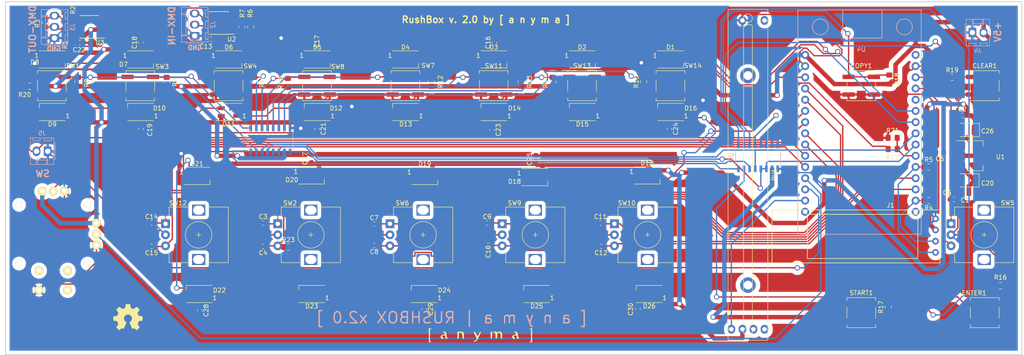
<source format=kicad_pcb>
(kicad_pcb (version 20171130) (host pcbnew "(5.0.1-3-g963ef8bb5)")
  (layers (0 F.Cu signal) (31 B.Cu signal) (34 B.Paste user) (35 F.Paste user) (36 B.SilkS user) (37 F.SilkS user) (38 B.Mask user) (39 F.Mask user) (44 Edge.Cuts user))
  (net 0 "")
  (net 1 GND)
  (net 2 +5V)
  (net 3 +3V3)
  (net 4 /hue_A)
  (net 5 /hue_B)
  (net 6 /menu_A)
  (net 7 /menu_B)
  (net 8 /sat_A)
  (net 9 /sat_B)
  (net 10 /white_A)
  (net 11 /white_B)
  (net 12 /dim_A)
  (net 13 /dim_B)
  (net 14 /zoom_A)
  (net 15 /zoom_B)
  (net 16 /pix)
  (net 17 "Net-(D1-Pad1)")
  (net 18 "Net-(D2-Pad1)")
  (net 19 "Net-(D3-Pad1)")
  (net 20 /SCL)
  (net 21 /SDA)
  (net 22 "Net-(J2-Pad2)")
  (net 23 "Net-(J2-Pad3)")
  (net 24 "Net-(J3-Pad3)")
  (net 25 "Net-(J3-Pad2)")
  (net 26 "Net-(R1-Pad2)")
  (net 27 "Net-(R2-Pad2)")
  (net 28 /s1)
  (net 29 /s2)
  (net 30 /s3)
  (net 31 /enter)
  (net 32 /s4)
  (net 33 /RX)
  (net 34 /TX)
  (net 35 /pan)
  (net 36 /tilt)
  (net 37 /clear)
  (net 38 /copy)
  (net 39 "Net-(D4-Pad1)")
  (net 40 "Net-(D5-Pad1)")
  (net 41 "Net-(D6-Pad1)")
  (net 42 "Net-(D7-Pad1)")
  (net 43 "Net-(D8-Pad1)")
  (net 44 "Net-(D10-Pad3)")
  (net 45 "Net-(D10-Pad1)")
  (net 46 "Net-(D11-Pad1)")
  (net 47 "Net-(D12-Pad1)")
  (net 48 "Net-(D13-Pad1)")
  (net 49 "Net-(D14-Pad1)")
  (net 50 "Net-(D15-Pad1)")
  (net 51 "Net-(D16-Pad1)")
  (net 52 "Net-(D17-Pad1)")
  (net 53 "Net-(D18-Pad1)")
  (net 54 "Net-(D19-Pad1)")
  (net 55 "Net-(D20-Pad1)")
  (net 56 "Net-(D21-Pad1)")
  (net 57 "Net-(D22-Pad1)")
  (net 58 "Net-(D23-Pad1)")
  (net 59 "Net-(D24-Pad1)")
  (net 60 "Net-(D25-Pad1)")
  (net 61 /fixt)
  (net 62 "Net-(R7-Pad1)")
  (net 63 /s5)
  (net 64 /s6)
  (net 65 /s7)
  (net 66 /s8)
  (net 67 /start)
  (net 68 /btns)
  (net 69 "Net-(R22-Pad1)")
  (net 70 /master)
  (net 71 /cs)
  (net 72 /clk)
  (net 73 "Net-(U6-Pad9)")
  (net 74 VCC)
  (module anyma_footprints:ESP32_Devboard (layer B.Cu) (at 233.68 61.976)
    (fp_text reference U4 (at 0 3.81) (layer B.SilkS) (effects (justify mirror)))
    (fp_text value ESP32-DevBoard)
    (pad 1 thru_hole circle (at -12.7 40.64) (size 1.8 1.8) (drill 1) (layers *.Cu *.Mask))
    (pad 2 thru_hole circle (at -12.7 38.1) (size 1.8 1.8) (drill 1) (layers *.Cu *.Mask) (net 70 /master))
    (pad 3 thru_hole circle (at -12.7 35.56) (size 1.8 1.8) (drill 1) (layers *.Cu *.Mask) (net 36 /tilt))
    (pad 4 thru_hole circle (at -12.7 33.02) (size 1.8 1.8) (drill 1) (layers *.Cu *.Mask) (net 35 /pan))
    (pad 5 thru_hole circle (at -12.7 30.48) (size 1.8 1.8) (drill 1) (layers *.Cu *.Mask) (net 5 /hue_B))
    (pad 6 thru_hole circle (at -12.7 27.94) (size 1.8 1.8) (drill 1) (layers *.Cu *.Mask) (net 4 /hue_A))
    (pad 7 thru_hole circle (at -12.7 25.4) (size 1.8 1.8) (drill 1) (layers *.Cu *.Mask) (net 8 /sat_A))
    (pad 8 thru_hole circle (at -12.7 22.86) (size 1.8 1.8) (drill 1) (layers *.Cu *.Mask) (net 9 /sat_B))
    (pad 9 thru_hole circle (at -12.7 20.32) (size 1.8 1.8) (drill 1) (layers *.Cu *.Mask) (net 15 /zoom_B))
    (pad 10 thru_hole circle (at -12.7 17.78) (size 1.8 1.8) (drill 1) (layers *.Cu *.Mask) (net 14 /zoom_A))
    (pad 11 thru_hole circle (at -12.7 15.24) (size 1.8 1.8) (drill 1) (layers *.Cu *.Mask) (net 10 /white_A))
    (pad 12 thru_hole circle (at -12.7 12.7) (size 1.8 1.8) (drill 1) (layers *.Cu *.Mask) (net 11 /white_B))
    (pad 13 thru_hole circle (at -12.7 10.16) (size 1.8 1.8) (drill 1) (layers *.Cu *.Mask) (net 16 /pix))
    (pad 14 thru_hole circle (at -12.7 7.62) (size 1.8 1.8) (drill 1) (layers *.Cu *.Mask) (net 1 GND))
    (pad 15 thru_hole circle (at -12.7 5.08) (size 1.8 1.8) (drill 1) (layers *.Cu *.Mask) (net 2 +5V))
    (pad 16 thru_hole circle (at 12.3 5.08) (size 1.8 1.8) (drill 1) (layers *.Cu *.Mask))
    (pad 17 thru_hole circle (at 12.3 7.62) (size 1.8 1.8) (drill 1) (layers *.Cu *.Mask) (net 1 GND))
    (pad 18 thru_hole circle (at 12.3 10.16) (size 1.8 1.8) (drill 1) (layers *.Cu *.Mask) (net 6 /menu_A))
    (pad 19 thru_hole circle (at 12.3 12.7) (size 1.8 1.8) (drill 1) (layers *.Cu *.Mask))
    (pad 20 thru_hole circle (at 12.3 15.24) (size 1.8 1.8) (drill 1) (layers *.Cu *.Mask) (net 7 /menu_B))
    (pad 21 thru_hole circle (at 12.3 17.78) (size 1.8 1.8) (drill 1) (layers *.Cu *.Mask) (net 33 /RX))
    (pad 22 thru_hole circle (at 12.3 20.32) (size 1.8 1.8) (drill 1) (layers *.Cu *.Mask) (net 34 /TX))
    (pad 23 thru_hole circle (at 12.3 22.86) (size 1.8 1.8) (drill 1) (layers *.Cu *.Mask) (net 71 /cs))
    (pad 24 thru_hole circle (at 12.3 25.4) (size 1.8 1.8) (drill 1) (layers *.Cu *.Mask) (net 72 /clk))
    (pad 25 thru_hole circle (at 12.3 27.94) (size 1.8 1.8) (drill 1) (layers *.Cu *.Mask) (net 68 /btns))
    (pad 26 thru_hole circle (at 12.3 30.48) (size 1.8 1.8) (drill 1) (layers *.Cu *.Mask) (net 21 /SDA))
    (pad 27 thru_hole circle (at 12.3 33.02) (size 1.8 1.8) (drill 1) (layers *.Cu *.Mask) (net 12 /dim_A))
    (pad 28 thru_hole circle (at 12.3 35.56) (size 1.8 1.8) (drill 1) (layers *.Cu *.Mask) (net 13 /dim_B))
    (pad 29 thru_hole circle (at 12.3 38.1) (size 1.8 1.8) (drill 1) (layers *.Cu *.Mask) (net 20 /SCL))
    (pad 30 thru_hole circle (at 12.3 40.64) (size 1.8 1.8) (drill 1) (layers *.Cu *.Mask))
  )
  (module Capacitor_SMD:C_0603_1608Metric_Pad1.05x0.95mm_HandSolder (layer F.Cu) (at 257.161 98.552 180)
    (fp_text reference C1 (at 0 -1.43 180) (layer F.SilkS))
    (fp_text value 100n)
    (pad 1 smd roundrect (at -0.875 0 180) (size 1.05 0.95) (layers F.Cu F.Paste F.Mask) (net 2 +5V))
    (pad 2 smd roundrect (at 0.875 0 180) (size 1.05 0.95) (layers F.Cu F.Paste F.Mask) (net 1 GND))
  )
  (module Capacitor_SMD:C_0603_1608Metric_Pad1.05x0.95mm_HandSolder (layer F.Cu) (at 256.54 80.772)
    (fp_text reference C2 (at 0 -1.43) (layer F.SilkS))
    (fp_text value 100n)
    (pad 2 smd roundrect (at 0.875 0) (size 1.05 0.95) (layers F.Cu F.Paste F.Mask) (net 3 +3V3))
    (pad 1 smd roundrect (at -0.875 0) (size 1.05 0.95) (layers F.Cu F.Paste F.Mask) (net 1 GND))
  )
  (module Capacitor_SMD:C_0603_1608Metric_Pad1.05x0.95mm_HandSolder (layer F.Cu) (at 98.298 105.156)
    (fp_text reference C3 (at 0 -1.43) (layer F.SilkS))
    (fp_text value 100)
    (pad 1 smd roundrect (at -0.875 0) (size 1.05 0.95) (layers F.Cu F.Paste F.Mask) (net 1 GND))
    (pad 2 smd roundrect (at 0.875 0) (size 1.05 0.95) (layers F.Cu F.Paste F.Mask) (net 4 /hue_A))
  )
  (module Capacitor_SMD:C_0603_1608Metric_Pad1.05x0.95mm_HandSolder (layer F.Cu) (at 98.298 110.49 180)
    (fp_text reference C4 (at 0 -1.43 180) (layer F.SilkS))
    (fp_text value 100)
    (pad 2 smd roundrect (at 0.875 0 180) (size 1.05 0.95) (layers F.Cu F.Paste F.Mask) (net 1 GND))
    (pad 1 smd roundrect (at -0.875 0 180) (size 1.05 0.95) (layers F.Cu F.Paste F.Mask) (net 5 /hue_B))
  )
  (module Capacitor_SMD:C_0603_1608Metric_Pad1.05x0.95mm_HandSolder (layer F.Cu) (at 254.649 99.822 180)
    (fp_text reference C5 (at 1.538 1.524 180) (layer F.SilkS))
    (fp_text value 100)
    (pad 1 smd roundrect (at -0.875 0 180) (size 1.05 0.95) (layers F.Cu F.Paste F.Mask) (net 1 GND))
    (pad 2 smd roundrect (at 0.875 0 180) (size 1.05 0.95) (layers F.Cu F.Paste F.Mask) (net 6 /menu_A))
  )
  (module Capacitor_SMD:C_0603_1608Metric_Pad1.05x0.95mm_HandSolder (layer F.Cu) (at 251.46 89.154 180)
    (fp_text reference C6 (at 0 -1.43 180) (layer F.SilkS))
    (fp_text value 100)
    (pad 2 smd roundrect (at 0.875 0 180) (size 1.05 0.95) (layers F.Cu F.Paste F.Mask) (net 1 GND))
    (pad 1 smd roundrect (at -0.875 0 180) (size 1.05 0.95) (layers F.Cu F.Paste F.Mask) (net 7 /menu_B))
  )
  (module Capacitor_SMD:C_0603_1608Metric_Pad1.05x0.95mm_HandSolder (layer F.Cu) (at 123.444 105.41)
    (fp_text reference C7 (at 0 -1.43) (layer F.SilkS))
    (fp_text value 100)
    (pad 1 smd roundrect (at -0.875 0) (size 1.05 0.95) (layers F.Cu F.Paste F.Mask) (net 1 GND))
    (pad 2 smd roundrect (at 0.875 0) (size 1.05 0.95) (layers F.Cu F.Paste F.Mask) (net 8 /sat_A))
  )
  (module Capacitor_SMD:C_0603_1608Metric_Pad1.05x0.95mm_HandSolder (layer F.Cu) (at 123.444 110.236 180)
    (fp_text reference C8 (at 0 -1.43 180) (layer F.SilkS))
    (fp_text value 100)
    (pad 2 smd roundrect (at 0.875 0 180) (size 1.05 0.95) (layers F.Cu F.Paste F.Mask) (net 1 GND))
    (pad 1 smd roundrect (at -0.875 0 180) (size 1.05 0.95) (layers F.Cu F.Paste F.Mask) (net 9 /sat_B))
  )
  (module Capacitor_SMD:C_0603_1608Metric_Pad1.05x0.95mm_HandSolder (layer F.Cu) (at 148.985 105.156)
    (fp_text reference C9 (at 0 -1.43) (layer F.SilkS))
    (fp_text value 100)
    (pad 1 smd roundrect (at -0.875 0) (size 1.05 0.95) (layers F.Cu F.Paste F.Mask) (net 1 GND))
    (pad 2 smd roundrect (at 0.875 0) (size 1.05 0.95) (layers F.Cu F.Paste F.Mask) (net 10 /white_A))
  )
  (module Capacitor_SMD:C_0603_1608Metric_Pad1.05x0.95mm_HandSolder (layer F.Cu) (at 149.239 110.236 180)
    (fp_text reference C10 (at 0 -1.43 270) (layer F.SilkS))
    (fp_text value 100)
    (pad 2 smd roundrect (at 0.875 0 180) (size 1.05 0.95) (layers F.Cu F.Paste F.Mask) (net 1 GND))
    (pad 1 smd roundrect (at -0.875 0 180) (size 1.05 0.95) (layers F.Cu F.Paste F.Mask) (net 11 /white_B))
  )
  (module Capacitor_SMD:C_0603_1608Metric_Pad1.05x0.95mm_HandSolder (layer F.Cu) (at 174.639 105.156)
    (fp_text reference C11 (at 0 -1.43) (layer F.SilkS))
    (fp_text value 100)
    (pad 1 smd roundrect (at -0.875 0) (size 1.05 0.95) (layers F.Cu F.Paste F.Mask) (net 1 GND))
    (pad 2 smd roundrect (at 0.875 0) (size 1.05 0.95) (layers F.Cu F.Paste F.Mask) (net 12 /dim_A))
  )
  (module Capacitor_SMD:C_0603_1608Metric_Pad1.05x0.95mm_HandSolder (layer F.Cu) (at 174.752 110.49 180)
    (fp_text reference C12 (at 0 -1.43 180) (layer F.SilkS))
    (fp_text value 100)
    (pad 1 smd roundrect (at -0.875 0 180) (size 1.05 0.95) (layers F.Cu F.Paste F.Mask) (net 13 /dim_B))
    (pad 2 smd roundrect (at 0.875 0 180) (size 1.05 0.95) (layers F.Cu F.Paste F.Mask) (net 1 GND))
  )
  (module Capacitor_SMD:C_0603_1608Metric_Pad1.05x0.95mm_HandSolder (layer F.Cu) (at 86.501 63.5)
    (fp_text reference C13 (at -1.157 1.651) (layer F.SilkS))
    (fp_text value 100n)
    (pad 2 smd roundrect (at 0.875 0) (size 1.05 0.95) (layers F.Cu F.Paste F.Mask) (net 1 GND))
    (pad 1 smd roundrect (at -0.875 0) (size 1.05 0.95) (layers F.Cu F.Paste F.Mask) (net 2 +5V))
  )
  (module Capacitor_SMD:C_0603_1608Metric_Pad1.05x0.95mm_HandSolder (layer F.Cu) (at 73.039 105.156)
    (fp_text reference C14 (at 0 -1.43) (layer F.SilkS))
    (fp_text value 100)
    (pad 1 smd roundrect (at -0.875 0) (size 1.05 0.95) (layers F.Cu F.Paste F.Mask) (net 1 GND))
    (pad 2 smd roundrect (at 0.875 0) (size 1.05 0.95) (layers F.Cu F.Paste F.Mask) (net 14 /zoom_A))
  )
  (module Capacitor_SMD:C_0603_1608Metric_Pad1.05x0.95mm_HandSolder (layer F.Cu) (at 73.039 110.49 180)
    (fp_text reference C15 (at 0 -1.43 180) (layer F.SilkS))
    (fp_text value 100)
    (pad 2 smd roundrect (at 0.875 0 180) (size 1.05 0.95) (layers F.Cu F.Paste F.Mask) (net 1 GND))
    (pad 1 smd roundrect (at -0.875 0 180) (size 1.05 0.95) (layers F.Cu F.Paste F.Mask) (net 15 /zoom_B))
  )
  (module Capacitor_SMD:C_0603_1608Metric_Pad1.05x0.95mm_HandSolder (layer F.Cu) (at 150.622 64.262 90)
    (fp_text reference C16 (at 0 -1.43 90) (layer F.SilkS))
    (fp_text value 100n)
    (pad 1 smd roundrect (at -0.875 0 90) (size 1.05 0.95) (layers F.Cu F.Paste F.Mask) (net 3 +3V3))
    (pad 2 smd roundrect (at 0.875 0 90) (size 1.05 0.95) (layers F.Cu F.Paste F.Mask) (net 1 GND))
  )
  (module Capacitor_SMD:C_0603_1608Metric_Pad1.05x0.95mm_HandSolder (layer F.Cu) (at 110.49 64.262 90)
    (fp_text reference C17 (at 0.254 0 90) (layer F.SilkS))
    (fp_text value 100n)
    (pad 1 smd roundrect (at -0.875 0 90) (size 1.05 0.95) (layers F.Cu F.Paste F.Mask) (net 3 +3V3))
    (pad 2 smd roundrect (at 0.875 0 90) (size 1.05 0.95) (layers F.Cu F.Paste F.Mask) (net 1 GND))
  )
  (module Capacitor_SMD:C_0603_1608Metric_Pad1.05x0.95mm_HandSolder (layer F.Cu) (at 70.612 64.262 90)
    (fp_text reference C18 (at 0 -1.43 90) (layer F.SilkS))
    (fp_text value 100n)
    (pad 2 smd roundrect (at 0.875 0 90) (size 1.05 0.95) (layers F.Cu F.Paste F.Mask) (net 1 GND))
    (pad 1 smd roundrect (at -0.875 0 90) (size 1.05 0.95) (layers F.Cu F.Paste F.Mask) (net 3 +3V3))
  )
  (module Capacitor_SMD:C_0603_1608Metric_Pad1.05x0.95mm_HandSolder (layer F.Cu) (at 70.612 83.82 270)
    (fp_text reference C19 (at 0.254 -2.032 270) (layer F.SilkS))
    (fp_text value 100n)
    (pad 1 smd roundrect (at -0.875 0 270) (size 1.05 0.95) (layers F.Cu F.Paste F.Mask) (net 3 +3V3))
    (pad 2 smd roundrect (at 0.875 0 270) (size 1.05 0.95) (layers F.Cu F.Paste F.Mask) (net 1 GND))
  )
  (module synkie_footprints:CP_EIA-3528-21_Kemet-B_Pad1.50x2.35mm_HandSolder (layer F.Cu) (at 257.709 95.504 180)
    (fp_text reference C20 (at -4.546 -0.635 180) (layer F.SilkS))
    (fp_text value 10u)
    (pad 2 smd roundrect (at 1.625 0 180) (size 1.5 2.35) (layers F.Cu F.Paste F.Mask) (roundrect_rratio 0.166667) (net 1 GND))
    (pad 1 smd roundrect (at -1.625 0 180) (size 1.5 2.35) (layers F.Cu F.Paste F.Mask) (roundrect_rratio 0.166667) (net 2 +5V))
  )
  (module Capacitor_SMD:C_0603_1608Metric_Pad1.05x0.95mm_HandSolder (layer F.Cu) (at 110.49 83.82 270)
    (fp_text reference C21 (at 0 -1.43 270) (layer F.SilkS))
    (fp_text value 100n)
    (pad 2 smd roundrect (at 0.875 0 270) (size 1.05 0.95) (layers F.Cu F.Paste F.Mask) (net 1 GND))
    (pad 1 smd roundrect (at -0.875 0 270) (size 1.05 0.95) (layers F.Cu F.Paste F.Mask) (net 3 +3V3))
  )
  (module Capacitor_SMD:C_0603_1608Metric_Pad1.05x0.95mm_HandSolder (layer F.Cu) (at 56.783 64.262)
    (fp_text reference C22 (at -0.141 1.651) (layer F.SilkS))
    (fp_text value 100n)
    (pad 2 smd roundrect (at 0.875 0) (size 1.05 0.95) (layers F.Cu F.Paste F.Mask) (net 1 GND))
    (pad 1 smd roundrect (at -0.875 0) (size 1.05 0.95) (layers F.Cu F.Paste F.Mask) (net 2 +5V))
  )
  (module Capacitor_SMD:C_0603_1608Metric_Pad1.05x0.95mm_HandSolder (layer F.Cu) (at 150.114 84.074 270)
    (fp_text reference C23 (at 0 -1.43 270) (layer F.SilkS))
    (fp_text value 100n)
    (pad 2 smd roundrect (at 0.875 0 270) (size 1.05 0.95) (layers F.Cu F.Paste F.Mask) (net 1 GND))
    (pad 1 smd roundrect (at -0.875 0 270) (size 1.05 0.95) (layers F.Cu F.Paste F.Mask) (net 3 +3V3))
  )
  (module Capacitor_SMD:C_0603_1608Metric_Pad1.05x0.95mm_HandSolder (layer F.Cu) (at 190.246 83.82 270)
    (fp_text reference C24 (at 0 -1.43 270) (layer F.SilkS))
    (fp_text value 100n)
    (pad 2 smd roundrect (at 0.875 0 270) (size 1.05 0.95) (layers F.Cu F.Paste F.Mask) (net 1 GND))
    (pad 1 smd roundrect (at -0.875 0 270) (size 1.05 0.95) (layers F.Cu F.Paste F.Mask) (net 3 +3V3))
  )
  (module Capacitor_SMD:C_0603_1608Metric_Pad1.05x0.95mm_HandSolder (layer F.Cu) (at 160.02 90.678 90)
    (fp_text reference C25 (at 0 -1.43 90) (layer F.SilkS))
    (fp_text value 100n)
    (pad 1 smd roundrect (at -0.875 0 90) (size 1.05 0.95) (layers F.Cu F.Paste F.Mask) (net 3 +3V3))
    (pad 2 smd roundrect (at 0.875 0 90) (size 1.05 0.95) (layers F.Cu F.Paste F.Mask) (net 1 GND))
  )
  (module synkie_footprints:CP_EIA-3528-21_Kemet-B_Pad1.50x2.35mm_HandSolder (layer F.Cu) (at 257.81 84.074 180)
    (fp_text reference C26 (at -4.445 -0.254 180) (layer F.SilkS))
    (fp_text value 10u)
    (pad 1 smd roundrect (at -1.625 0 180) (size 1.5 2.35) (layers F.Cu F.Paste F.Mask) (roundrect_rratio 0.166667) (net 3 +3V3))
    (pad 2 smd roundrect (at 1.625 0 180) (size 1.5 2.35) (layers F.Cu F.Paste F.Mask) (roundrect_rratio 0.166667) (net 1 GND))
  )
  (module Capacitor_SMD:C_0603_1608Metric_Pad1.05x0.95mm_HandSolder (layer F.Cu) (at 109.22 90.565 90)
    (fp_text reference C27 (at 0 -1.43 90) (layer F.SilkS))
    (fp_text value 100n)
    (pad 2 smd roundrect (at 0.875 0 90) (size 1.05 0.95) (layers F.Cu F.Paste F.Mask) (net 1 GND))
    (pad 1 smd roundrect (at -0.875 0 90) (size 1.05 0.95) (layers F.Cu F.Paste F.Mask) (net 3 +3V3))
  )
  (module Capacitor_SMD:C_0603_1608Metric_Pad1.05x0.95mm_HandSolder (layer F.Cu) (at 83.961 124.968 270)
    (fp_text reference C28 (at 0 -1.43 270) (layer F.SilkS))
    (fp_text value 100n)
    (pad 1 smd roundrect (at -0.875 0 270) (size 1.05 0.95) (layers F.Cu F.Paste F.Mask) (net 3 +3V3))
    (pad 2 smd roundrect (at 0.875 0 270) (size 1.05 0.95) (layers F.Cu F.Paste F.Mask) (net 1 GND))
  )
  (module Capacitor_SMD:C_0603_1608Metric_Pad1.05x0.95mm_HandSolder (layer F.Cu) (at 134.761 124.714 270)
    (fp_text reference C29 (at 0 -1.43 270) (layer F.SilkS))
    (fp_text value 100n)
    (pad 2 smd roundrect (at 0.875 0 270) (size 1.05 0.95) (layers F.Cu F.Paste F.Mask) (net 1 GND))
    (pad 1 smd roundrect (at -0.875 0 270) (size 1.05 0.95) (layers F.Cu F.Paste F.Mask) (net 3 +3V3))
  )
  (module Capacitor_SMD:C_0603_1608Metric_Pad1.05x0.95mm_HandSolder (layer F.Cu) (at 183.134 124.601 270)
    (fp_text reference C30 (at 0.113 1.651 270) (layer F.SilkS))
    (fp_text value 100n)
    (pad 1 smd roundrect (at -0.875 0 270) (size 1.05 0.95) (layers F.Cu F.Paste F.Mask) (net 3 +3V3))
    (pad 2 smd roundrect (at 0.875 0 270) (size 1.05 0.95) (layers F.Cu F.Paste F.Mask) (net 1 GND))
  )
  (module Button_Switch_SMD:SW_SPST_B3SL-1002P (layer F.Cu) (at 261.62 74.036)
    (fp_text reference CLEAR1 (at 0 -4.5) (layer F.SilkS))
    (fp_text value enter)
    (pad 1 smd rect (at -2.875 -2) (size 2.75 1) (layers F.Cu F.Paste F.Mask) (net 37 /clear))
    (pad 1 smd rect (at 2.875 -2) (size 2.75 1) (layers F.Cu F.Paste F.Mask) (net 37 /clear))
    (pad 2 smd rect (at 2.875 2) (size 2.75 1) (layers F.Cu F.Paste F.Mask) (net 1 GND))
    (pad 2 smd rect (at -2.875 2) (size 2.75 1) (layers F.Cu F.Paste F.Mask) (net 1 GND))
  )
  (module Button_Switch_SMD:SW_SPST_B3SL-1002P (layer F.Cu) (at 233.68 74.036)
    (fp_text reference COPY1 (at 0 -4.5) (layer F.SilkS))
    (fp_text value enter)
    (pad 2 smd rect (at -2.875 2) (size 2.75 1) (layers F.Cu F.Paste F.Mask) (net 1 GND))
    (pad 2 smd rect (at 2.875 2) (size 2.75 1) (layers F.Cu F.Paste F.Mask) (net 1 GND))
    (pad 1 smd rect (at 2.875 -2) (size 2.75 1) (layers F.Cu F.Paste F.Mask) (net 38 /copy))
    (pad 1 smd rect (at -2.875 -2) (size 2.75 1) (layers F.Cu F.Paste F.Mask) (net 38 /copy))
  )
  (module LED_SMD:LED_SK6812MINI_PLCC4_3.5x3.5mm_P1.75mm (layer F.Cu) (at 190.5 68.072)
    (fp_text reference D1 (at 0 -2.75) (layer F.SilkS))
    (fp_text value SK6812MINI)
    (fp_text user 1 (at -3.5 -0.875) (layer F.SilkS))
    (pad 3 smd rect (at 1.75 0.875) (size 1.6 0.85) (layers F.Cu F.Paste F.Mask) (net 16 /pix))
    (pad 4 smd rect (at 1.75 -0.875) (size 1.6 0.85) (layers F.Cu F.Paste F.Mask) (net 3 +3V3))
    (pad 2 smd rect (at -1.75 0.875) (size 1.6 0.85) (layers F.Cu F.Paste F.Mask) (net 1 GND))
    (pad 1 smd rect (at -1.75 -0.875) (size 1.6 0.85) (layers F.Cu F.Paste F.Mask) (net 17 "Net-(D1-Pad1)"))
  )
  (module LED_SMD:LED_SK6812MINI_PLCC4_3.5x3.5mm_P1.75mm (layer F.Cu) (at 170.506568 68.072)
    (fp_text reference D2 (at 0 -2.75) (layer F.SilkS))
    (fp_text value SK6812MINI)
    (fp_text user 1 (at -3.5 -0.875) (layer F.SilkS))
    (pad 1 smd rect (at -1.75 -0.875) (size 1.6 0.85) (layers F.Cu F.Paste F.Mask) (net 18 "Net-(D2-Pad1)"))
    (pad 2 smd rect (at -1.75 0.875) (size 1.6 0.85) (layers F.Cu F.Paste F.Mask) (net 1 GND))
    (pad 4 smd rect (at 1.75 -0.875) (size 1.6 0.85) (layers F.Cu F.Paste F.Mask) (net 3 +3V3))
    (pad 3 smd rect (at 1.75 0.875) (size 1.6 0.85) (layers F.Cu F.Paste F.Mask) (net 17 "Net-(D1-Pad1)"))
  )
  (module LED_SMD:LED_SK6812MINI_PLCC4_3.5x3.5mm_P1.75mm (layer F.Cu) (at 150.51314 68.072)
    (fp_text reference D3 (at 0 -2.75) (layer F.SilkS))
    (fp_text value SK6812MINI)
    (fp_text user 1 (at -3.5 -0.875) (layer F.SilkS))
    (pad 1 smd rect (at -1.75 -0.875) (size 1.6 0.85) (layers F.Cu F.Paste F.Mask) (net 19 "Net-(D3-Pad1)"))
    (pad 2 smd rect (at -1.75 0.875) (size 1.6 0.85) (layers F.Cu F.Paste F.Mask) (net 1 GND))
    (pad 4 smd rect (at 1.75 -0.875) (size 1.6 0.85) (layers F.Cu F.Paste F.Mask) (net 3 +3V3))
    (pad 3 smd rect (at 1.75 0.875) (size 1.6 0.85) (layers F.Cu F.Paste F.Mask) (net 18 "Net-(D2-Pad1)"))
  )
  (module LED_SMD:LED_SK6812MINI_PLCC4_3.5x3.5mm_P1.75mm (layer F.Cu) (at 130.519712 68.072)
    (fp_text reference D4 (at 0 -2.75) (layer F.SilkS))
    (fp_text value SK6812MINI)
    (fp_text user 1 (at -3.5 -0.875) (layer F.SilkS))
    (pad 1 smd rect (at -1.75 -0.875) (size 1.6 0.85) (layers F.Cu F.Paste F.Mask) (net 39 "Net-(D4-Pad1)"))
    (pad 2 smd rect (at -1.75 0.875) (size 1.6 0.85) (layers F.Cu F.Paste F.Mask) (net 1 GND))
    (pad 4 smd rect (at 1.75 -0.875) (size 1.6 0.85) (layers F.Cu F.Paste F.Mask) (net 3 +3V3))
    (pad 3 smd rect (at 1.75 0.875) (size 1.6 0.85) (layers F.Cu F.Paste F.Mask) (net 19 "Net-(D3-Pad1)"))
  )
  (module LED_SMD:LED_SK6812MINI_PLCC4_3.5x3.5mm_P1.75mm (layer F.Cu) (at 110.526284 68.072)
    (fp_text reference D5 (at 0 -2.75) (layer F.SilkS))
    (fp_text value SK6812MINI)
    (fp_text user 1 (at -3.5 -0.875) (layer F.SilkS))
    (pad 1 smd rect (at -1.75 -0.875) (size 1.6 0.85) (layers F.Cu F.Paste F.Mask) (net 40 "Net-(D5-Pad1)"))
    (pad 2 smd rect (at -1.75 0.875) (size 1.6 0.85) (layers F.Cu F.Paste F.Mask) (net 1 GND))
    (pad 4 smd rect (at 1.75 -0.875) (size 1.6 0.85) (layers F.Cu F.Paste F.Mask) (net 3 +3V3))
    (pad 3 smd rect (at 1.75 0.875) (size 1.6 0.85) (layers F.Cu F.Paste F.Mask) (net 39 "Net-(D4-Pad1)"))
  )
  (module LED_SMD:LED_SK6812MINI_PLCC4_3.5x3.5mm_P1.75mm (layer F.Cu) (at 90.532856 68.072)
    (fp_text reference D6 (at 0 -2.75) (layer F.SilkS))
    (fp_text value SK6812MINI)
    (fp_text user 1 (at -3.5 -0.875) (layer F.SilkS))
    (pad 3 smd rect (at 1.75 0.875) (size 1.6 0.85) (layers F.Cu F.Paste F.Mask) (net 40 "Net-(D5-Pad1)"))
    (pad 4 smd rect (at 1.75 -0.875) (size 1.6 0.85) (layers F.Cu F.Paste F.Mask) (net 3 +3V3))
    (pad 2 smd rect (at -1.75 0.875) (size 1.6 0.85) (layers F.Cu F.Paste F.Mask) (net 1 GND))
    (pad 1 smd rect (at -1.75 -0.875) (size 1.6 0.85) (layers F.Cu F.Paste F.Mask) (net 41 "Net-(D6-Pad1)"))
  )
  (module LED_SMD:LED_SK6812MINI_PLCC4_3.5x3.5mm_P1.75mm (layer F.Cu) (at 70.539428 68.072)
    (fp_text reference D7 (at -3.864428 1.143) (layer F.SilkS))
    (fp_text value SK6812MINI)
    (fp_text user 1 (at -3.5 -0.875) (layer F.SilkS))
    (pad 1 smd rect (at -1.75 -0.875) (size 1.6 0.85) (layers F.Cu F.Paste F.Mask) (net 42 "Net-(D7-Pad1)"))
    (pad 2 smd rect (at -1.75 0.875) (size 1.6 0.85) (layers F.Cu F.Paste F.Mask) (net 1 GND))
    (pad 4 smd rect (at 1.75 -0.875) (size 1.6 0.85) (layers F.Cu F.Paste F.Mask) (net 3 +3V3))
    (pad 3 smd rect (at 1.75 0.875) (size 1.6 0.85) (layers F.Cu F.Paste F.Mask) (net 41 "Net-(D6-Pad1)"))
  )
  (module LED_SMD:LED_SK6812MINI_PLCC4_3.5x3.5mm_P1.75mm (layer F.Cu) (at 50.546 68.072)
    (fp_text reference D8 (at -3.937 0.635) (layer F.SilkS))
    (fp_text value SK6812MINI)
    (fp_text user 1 (at -3.5 -0.875) (layer F.SilkS))
    (pad 3 smd rect (at 1.75 0.875) (size 1.6 0.85) (layers F.Cu F.Paste F.Mask) (net 42 "Net-(D7-Pad1)"))
    (pad 4 smd rect (at 1.75 -0.875) (size 1.6 0.85) (layers F.Cu F.Paste F.Mask) (net 3 +3V3))
    (pad 2 smd rect (at -1.75 0.875) (size 1.6 0.85) (layers F.Cu F.Paste F.Mask) (net 1 GND))
    (pad 1 smd rect (at -1.75 -0.875) (size 1.6 0.85) (layers F.Cu F.Paste F.Mask) (net 43 "Net-(D8-Pad1)"))
  )
  (module LED_SMD:LED_SK6812MINI_PLCC4_3.5x3.5mm_P1.75mm (layer F.Cu) (at 50.574 80.01 180)
    (fp_text reference D9 (at 0 -2.75 180) (layer F.SilkS))
    (fp_text value SK6812MINI)
    (fp_text user 1 (at -3.5 -0.875 180) (layer F.SilkS))
    (pad 3 smd rect (at 1.75 0.875 180) (size 1.6 0.85) (layers F.Cu F.Paste F.Mask) (net 43 "Net-(D8-Pad1)"))
    (pad 4 smd rect (at 1.75 -0.875 180) (size 1.6 0.85) (layers F.Cu F.Paste F.Mask) (net 3 +3V3))
    (pad 2 smd rect (at -1.75 0.875 180) (size 1.6 0.85) (layers F.Cu F.Paste F.Mask) (net 1 GND))
    (pad 1 smd rect (at -1.75 -0.875 180) (size 1.6 0.85) (layers F.Cu F.Paste F.Mask) (net 44 "Net-(D10-Pad3)"))
  )
  (module LED_SMD:LED_SK6812MINI_PLCC4_3.5x3.5mm_P1.75mm (layer F.Cu) (at 70.567428 80.01 180)
    (fp_text reference D10 (at -4.235572 0.889 180) (layer F.SilkS))
    (fp_text value SK6812MINI)
    (fp_text user 1 (at -3.5 -0.875 180) (layer F.SilkS))
    (pad 1 smd rect (at -1.75 -0.875 180) (size 1.6 0.85) (layers F.Cu F.Paste F.Mask) (net 45 "Net-(D10-Pad1)"))
    (pad 2 smd rect (at -1.75 0.875 180) (size 1.6 0.85) (layers F.Cu F.Paste F.Mask) (net 1 GND))
    (pad 4 smd rect (at 1.75 -0.875 180) (size 1.6 0.85) (layers F.Cu F.Paste F.Mask) (net 3 +3V3))
    (pad 3 smd rect (at 1.75 0.875 180) (size 1.6 0.85) (layers F.Cu F.Paste F.Mask) (net 44 "Net-(D10-Pad3)"))
  )
  (module LED_SMD:LED_SK6812MINI_PLCC4_3.5x3.5mm_P1.75mm (layer F.Cu) (at 90.560856 80.01 180)
    (fp_text reference D11 (at 0 -2.75 180) (layer F.SilkS))
    (fp_text value SK6812MINI)
    (fp_text user 1 (at -3.5 -0.875 180) (layer F.SilkS))
    (pad 3 smd rect (at 1.75 0.875 180) (size 1.6 0.85) (layers F.Cu F.Paste F.Mask) (net 45 "Net-(D10-Pad1)"))
    (pad 4 smd rect (at 1.75 -0.875 180) (size 1.6 0.85) (layers F.Cu F.Paste F.Mask) (net 3 +3V3))
    (pad 2 smd rect (at -1.75 0.875 180) (size 1.6 0.85) (layers F.Cu F.Paste F.Mask) (net 1 GND))
    (pad 1 smd rect (at -1.75 -0.875 180) (size 1.6 0.85) (layers F.Cu F.Paste F.Mask) (net 46 "Net-(D11-Pad1)"))
  )
  (module LED_SMD:LED_SK6812MINI_PLCC4_3.5x3.5mm_P1.75mm (layer F.Cu) (at 110.554284 80.01 180)
    (fp_text reference D12 (at -4.253716 0.889 180) (layer F.SilkS))
    (fp_text value SK6812MINI)
    (fp_text user 1 (at -3.5 -0.875 180) (layer F.SilkS))
    (pad 3 smd rect (at 1.75 0.875 180) (size 1.6 0.85) (layers F.Cu F.Paste F.Mask) (net 46 "Net-(D11-Pad1)"))
    (pad 4 smd rect (at 1.75 -0.875 180) (size 1.6 0.85) (layers F.Cu F.Paste F.Mask) (net 3 +3V3))
    (pad 2 smd rect (at -1.75 0.875 180) (size 1.6 0.85) (layers F.Cu F.Paste F.Mask) (net 1 GND))
    (pad 1 smd rect (at -1.75 -0.875 180) (size 1.6 0.85) (layers F.Cu F.Paste F.Mask) (net 47 "Net-(D12-Pad1)"))
  )
  (module LED_SMD:LED_SK6812MINI_PLCC4_3.5x3.5mm_P1.75mm (layer F.Cu) (at 130.547712 80.01 180)
    (fp_text reference D13 (at 0 -2.75 180) (layer F.SilkS))
    (fp_text value SK6812MINI)
    (fp_text user 1 (at -3.5 -0.875 180) (layer F.SilkS))
    (pad 1 smd rect (at -1.75 -0.875 180) (size 1.6 0.85) (layers F.Cu F.Paste F.Mask) (net 48 "Net-(D13-Pad1)"))
    (pad 2 smd rect (at -1.75 0.875 180) (size 1.6 0.85) (layers F.Cu F.Paste F.Mask) (net 1 GND))
    (pad 4 smd rect (at 1.75 -0.875 180) (size 1.6 0.85) (layers F.Cu F.Paste F.Mask) (net 3 +3V3))
    (pad 3 smd rect (at 1.75 0.875 180) (size 1.6 0.85) (layers F.Cu F.Paste F.Mask) (net 47 "Net-(D12-Pad1)"))
  )
  (module LED_SMD:LED_SK6812MINI_PLCC4_3.5x3.5mm_P1.75mm (layer F.Cu) (at 150.54114 80.01 180)
    (fp_text reference D14 (at -4.65286 0.889 180) (layer F.SilkS))
    (fp_text value SK6812MINI)
    (fp_text user 1 (at -3.5 -0.875 180) (layer F.SilkS))
    (pad 3 smd rect (at 1.75 0.875 180) (size 1.6 0.85) (layers F.Cu F.Paste F.Mask) (net 48 "Net-(D13-Pad1)"))
    (pad 4 smd rect (at 1.75 -0.875 180) (size 1.6 0.85) (layers F.Cu F.Paste F.Mask) (net 3 +3V3))
    (pad 2 smd rect (at -1.75 0.875 180) (size 1.6 0.85) (layers F.Cu F.Paste F.Mask) (net 1 GND))
    (pad 1 smd rect (at -1.75 -0.875 180) (size 1.6 0.85) (layers F.Cu F.Paste F.Mask) (net 49 "Net-(D14-Pad1)"))
  )
  (module LED_SMD:LED_SK6812MINI_PLCC4_3.5x3.5mm_P1.75mm (layer F.Cu) (at 170.534568 80.01 180)
    (fp_text reference D15 (at 0 -2.75 180) (layer F.SilkS))
    (fp_text value SK6812MINI)
    (fp_text user 1 (at -3.5 -0.875 180) (layer F.SilkS))
    (pad 1 smd rect (at -1.75 -0.875 180) (size 1.6 0.85) (layers F.Cu F.Paste F.Mask) (net 50 "Net-(D15-Pad1)"))
    (pad 2 smd rect (at -1.75 0.875 180) (size 1.6 0.85) (layers F.Cu F.Paste F.Mask) (net 1 GND))
    (pad 4 smd rect (at 1.75 -0.875 180) (size 1.6 0.85) (layers F.Cu F.Paste F.Mask) (net 3 +3V3))
    (pad 3 smd rect (at 1.75 0.875 180) (size 1.6 0.85) (layers F.Cu F.Paste F.Mask) (net 49 "Net-(D14-Pad1)"))
  )
  (module LED_SMD:LED_SK6812MINI_PLCC4_3.5x3.5mm_P1.75mm (layer F.Cu) (at 190.528 80.01 180)
    (fp_text reference D16 (at -4.544 0.889 180) (layer F.SilkS))
    (fp_text value SK6812MINI)
    (fp_text user 1 (at -3.5 -0.875 180) (layer F.SilkS))
    (pad 3 smd rect (at 1.75 0.875 180) (size 1.6 0.85) (layers F.Cu F.Paste F.Mask) (net 50 "Net-(D15-Pad1)"))
    (pad 4 smd rect (at 1.75 -0.875 180) (size 1.6 0.85) (layers F.Cu F.Paste F.Mask) (net 3 +3V3))
    (pad 2 smd rect (at -1.75 0.875 180) (size 1.6 0.85) (layers F.Cu F.Paste F.Mask) (net 1 GND))
    (pad 1 smd rect (at -1.75 -0.875 180) (size 1.6 0.85) (layers F.Cu F.Paste F.Mask) (net 51 "Net-(D16-Pad1)"))
  )
  (module LED_SMD:LED_SK6812MINI_PLCC4_3.5x3.5mm_P1.75mm (layer F.Cu) (at 185.194 94.375)
    (fp_text reference D17 (at 0 -2.75) (layer F.SilkS))
    (fp_text value SK6812MINI)
    (fp_text user 1 (at -3.5 -0.875) (layer F.SilkS))
    (pad 1 smd rect (at -1.75 -0.875) (size 1.6 0.85) (layers F.Cu F.Paste F.Mask) (net 52 "Net-(D17-Pad1)"))
    (pad 2 smd rect (at -1.75 0.875) (size 1.6 0.85) (layers F.Cu F.Paste F.Mask) (net 1 GND))
    (pad 4 smd rect (at 1.75 -0.875) (size 1.6 0.85) (layers F.Cu F.Paste F.Mask) (net 3 +3V3))
    (pad 3 smd rect (at 1.75 0.875) (size 1.6 0.85) (layers F.Cu F.Paste F.Mask) (net 51 "Net-(D16-Pad1)"))
  )
  (module LED_SMD:LED_SK6812MINI_PLCC4_3.5x3.5mm_P1.75mm (layer F.Cu) (at 159.766 94.742)
    (fp_text reference D18 (at -4.572 1.016) (layer F.SilkS))
    (fp_text value SK6812MINI)
    (fp_text user 1 (at -3.5 -0.875) (layer F.SilkS))
    (pad 3 smd rect (at 1.75 0.875) (size 1.6 0.85) (layers F.Cu F.Paste F.Mask) (net 52 "Net-(D17-Pad1)"))
    (pad 4 smd rect (at 1.75 -0.875) (size 1.6 0.85) (layers F.Cu F.Paste F.Mask) (net 3 +3V3))
    (pad 2 smd rect (at -1.75 0.875) (size 1.6 0.85) (layers F.Cu F.Paste F.Mask) (net 1 GND))
    (pad 1 smd rect (at -1.75 -0.875) (size 1.6 0.85) (layers F.Cu F.Paste F.Mask) (net 53 "Net-(D18-Pad1)"))
  )
  (module LED_SMD:LED_SK6812MINI_PLCC4_3.5x3.5mm_P1.75mm (layer F.Cu) (at 134.874 94.488)
    (fp_text reference D19 (at 0 -2.75) (layer F.SilkS))
    (fp_text value SK6812MINI)
    (fp_text user 1 (at -3.5 -0.875) (layer F.SilkS))
    (pad 1 smd rect (at -1.75 -0.875) (size 1.6 0.85) (layers F.Cu F.Paste F.Mask) (net 54 "Net-(D19-Pad1)"))
    (pad 2 smd rect (at -1.75 0.875) (size 1.6 0.85) (layers F.Cu F.Paste F.Mask) (net 1 GND))
    (pad 4 smd rect (at 1.75 -0.875) (size 1.6 0.85) (layers F.Cu F.Paste F.Mask) (net 3 +3V3))
    (pad 3 smd rect (at 1.75 0.875) (size 1.6 0.85) (layers F.Cu F.Paste F.Mask) (net 53 "Net-(D18-Pad1)"))
  )
  (module LED_SMD:LED_SK6812MINI_PLCC4_3.5x3.5mm_P1.75mm (layer F.Cu) (at 109.192 94.375)
    (fp_text reference D20 (at -4.417 1.002) (layer F.SilkS))
    (fp_text value SK6812MINI)
    (fp_text user 1 (at -3.5 -0.875) (layer F.SilkS))
    (pad 3 smd rect (at 1.75 0.875) (size 1.6 0.85) (layers F.Cu F.Paste F.Mask) (net 54 "Net-(D19-Pad1)"))
    (pad 4 smd rect (at 1.75 -0.875) (size 1.6 0.85) (layers F.Cu F.Paste F.Mask) (net 3 +3V3))
    (pad 2 smd rect (at -1.75 0.875) (size 1.6 0.85) (layers F.Cu F.Paste F.Mask) (net 1 GND))
    (pad 1 smd rect (at -1.75 -0.875) (size 1.6 0.85) (layers F.Cu F.Paste F.Mask) (net 55 "Net-(D20-Pad1)"))
  )
  (module LED_SMD:LED_SK6812MINI_PLCC4_3.5x3.5mm_P1.75mm (layer F.Cu) (at 83.312 94.488)
    (fp_text reference D21 (at 0 -2.75) (layer F.SilkS))
    (fp_text value SK6812MINI)
    (fp_text user 1 (at -3.5 -0.875) (layer F.SilkS))
    (pad 1 smd rect (at -1.75 -0.875) (size 1.6 0.85) (layers F.Cu F.Paste F.Mask) (net 56 "Net-(D21-Pad1)"))
    (pad 2 smd rect (at -1.75 0.875) (size 1.6 0.85) (layers F.Cu F.Paste F.Mask) (net 1 GND))
    (pad 4 smd rect (at 1.75 -0.875) (size 1.6 0.85) (layers F.Cu F.Paste F.Mask) (net 3 +3V3))
    (pad 3 smd rect (at 1.75 0.875) (size 1.6 0.85) (layers F.Cu F.Paste F.Mask) (net 55 "Net-(D20-Pad1)"))
  )
  (module LED_SMD:LED_SK6812MINI_PLCC4_3.5x3.5mm_P1.75mm (layer F.Cu) (at 83.848 121.250045 180)
    (fp_text reference D22 (at -4.544 0.854045 180) (layer F.SilkS))
    (fp_text value SK6812MINI)
    (fp_text user 1 (at -3.5 -0.875 180) (layer F.SilkS))
    (pad 3 smd rect (at 1.75 0.875 180) (size 1.6 0.85) (layers F.Cu F.Paste F.Mask) (net 56 "Net-(D21-Pad1)"))
    (pad 4 smd rect (at 1.75 -0.875 180) (size 1.6 0.85) (layers F.Cu F.Paste F.Mask) (net 3 +3V3))
    (pad 2 smd rect (at -1.75 0.875 180) (size 1.6 0.85) (layers F.Cu F.Paste F.Mask) (net 1 GND))
    (pad 1 smd rect (at -1.75 -0.875 180) (size 1.6 0.85) (layers F.Cu F.Paste F.Mask) (net 57 "Net-(D22-Pad1)"))
  )
  (module LED_SMD:LED_SK6812MINI_PLCC4_3.5x3.5mm_P1.75mm (layer F.Cu) (at 109.3045 121.250045 180)
    (fp_text reference D23 (at 0 -2.75 180) (layer F.SilkS))
    (fp_text value SK6812MINI)
    (fp_text user 1 (at -3.5 -0.875 180) (layer F.SilkS))
    (pad 1 smd rect (at -1.75 -0.875 180) (size 1.6 0.85) (layers F.Cu F.Paste F.Mask) (net 58 "Net-(D23-Pad1)"))
    (pad 2 smd rect (at -1.75 0.875 180) (size 1.6 0.85) (layers F.Cu F.Paste F.Mask) (net 1 GND))
    (pad 4 smd rect (at 1.75 -0.875 180) (size 1.6 0.85) (layers F.Cu F.Paste F.Mask) (net 3 +3V3))
    (pad 3 smd rect (at 1.75 0.875 180) (size 1.6 0.85) (layers F.Cu F.Paste F.Mask) (net 57 "Net-(D22-Pad1)"))
  )
  (module LED_SMD:LED_SK6812MINI_PLCC4_3.5x3.5mm_P1.75mm (layer F.Cu) (at 134.761 121.250045 180)
    (fp_text reference D24 (at -4.558 0.854045 180) (layer F.SilkS))
    (fp_text value SK6812MINI)
    (fp_text user 1 (at -3.5 -0.875 180) (layer F.SilkS))
    (pad 3 smd rect (at 1.75 0.875 180) (size 1.6 0.85) (layers F.Cu F.Paste F.Mask) (net 58 "Net-(D23-Pad1)"))
    (pad 4 smd rect (at 1.75 -0.875 180) (size 1.6 0.85) (layers F.Cu F.Paste F.Mask) (net 3 +3V3))
    (pad 2 smd rect (at -1.75 0.875 180) (size 1.6 0.85) (layers F.Cu F.Paste F.Mask) (net 1 GND))
    (pad 1 smd rect (at -1.75 -0.875 180) (size 1.6 0.85) (layers F.Cu F.Paste F.Mask) (net 59 "Net-(D24-Pad1)"))
  )
  (module LED_SMD:LED_SK6812MINI_PLCC4_3.5x3.5mm_P1.75mm (layer F.Cu) (at 160.2175 121.250045 180)
    (fp_text reference D25 (at 0 -2.75 180) (layer F.SilkS))
    (fp_text value SK6812MINI)
    (fp_text user 1 (at -3.5 -0.875 180) (layer F.SilkS))
    (pad 1 smd rect (at -1.75 -0.875 180) (size 1.6 0.85) (layers F.Cu F.Paste F.Mask) (net 60 "Net-(D25-Pad1)"))
    (pad 2 smd rect (at -1.75 0.875 180) (size 1.6 0.85) (layers F.Cu F.Paste F.Mask) (net 1 GND))
    (pad 4 smd rect (at 1.75 -0.875 180) (size 1.6 0.85) (layers F.Cu F.Paste F.Mask) (net 3 +3V3))
    (pad 3 smd rect (at 1.75 0.875 180) (size 1.6 0.85) (layers F.Cu F.Paste F.Mask) (net 59 "Net-(D24-Pad1)"))
  )
  (module LED_SMD:LED_SK6812MINI_PLCC4_3.5x3.5mm_P1.75mm (layer F.Cu) (at 185.674 121.250045 180)
    (fp_text reference D26 (at 0 -2.75 180) (layer F.SilkS))
    (fp_text value SK6812MINI)
    (fp_text user 1 (at -3.5 -0.875 180) (layer F.SilkS))
    (pad 3 smd rect (at 1.75 0.875 180) (size 1.6 0.85) (layers F.Cu F.Paste F.Mask) (net 60 "Net-(D25-Pad1)"))
    (pad 4 smd rect (at 1.75 -0.875 180) (size 1.6 0.85) (layers F.Cu F.Paste F.Mask) (net 3 +3V3))
    (pad 2 smd rect (at -1.75 0.875 180) (size 1.6 0.85) (layers F.Cu F.Paste F.Mask) (net 1 GND))
    (pad 1 smd rect (at -1.75 -0.875 180) (size 1.6 0.85) (layers F.Cu F.Paste F.Mask))
  )
  (module Button_Switch_SMD:SW_SPST_B3SL-1002P (layer F.Cu) (at 261.62 125.476)
    (fp_text reference ENTER1 (at -2.413 -4.445) (layer F.SilkS))
    (fp_text value enter)
    (pad 1 smd rect (at -2.875 -2) (size 2.75 1) (layers F.Cu F.Paste F.Mask) (net 31 /enter))
    (pad 1 smd rect (at 2.875 -2) (size 2.75 1) (layers F.Cu F.Paste F.Mask) (net 31 /enter))
    (pad 2 smd rect (at 2.875 2) (size 2.75 1) (layers F.Cu F.Paste F.Mask) (net 1 GND))
    (pad 2 smd rect (at -2.875 2) (size 2.75 1) (layers F.Cu F.Paste F.Mask) (net 1 GND))
  )
  (module Connector_Molex:Molex_KK-254_AE-6410-03A_1x03_P2.54mm_Vertical (layer B.Cu) (at 82.804 62.738 90)
    (fp_text reference J2 (at 2.54 4.12 90) (layer B.SilkS) (effects (justify mirror)))
    (fp_text value DMX_IN)
    (pad 3 thru_hole oval (at 5.08 0 90) (size 1.74 2.2) (drill 1.2) (layers *.Cu *.Mask) (net 23 "Net-(J2-Pad3)"))
    (pad 2 thru_hole oval (at 2.54 0 90) (size 1.74 2.2) (drill 1.2) (layers *.Cu *.Mask) (net 22 "Net-(J2-Pad2)"))
    (pad 1 thru_hole roundrect (at 0 0 90) (size 1.74 2.2) (drill 1.2) (layers *.Cu *.Mask) (roundrect_rratio 0.143678) (net 1 GND))
  )
  (module Connector_Molex:Molex_KK-254_AE-6410-03A_1x03_P2.54mm_Vertical (layer B.Cu) (at 51.054 63.246 90)
    (fp_text reference J3 (at 2.54 4.12 90) (layer B.SilkS) (effects (justify mirror)))
    (fp_text value DMX-OUT)
    (pad 1 thru_hole roundrect (at 0 0 90) (size 1.74 2.2) (drill 1.2) (layers *.Cu *.Mask) (roundrect_rratio 0.143678) (net 1 GND))
    (pad 2 thru_hole oval (at 2.54 0 90) (size 1.74 2.2) (drill 1.2) (layers *.Cu *.Mask) (net 25 "Net-(J3-Pad2)"))
    (pad 3 thru_hole oval (at 5.08 0 90) (size 1.74 2.2) (drill 1.2) (layers *.Cu *.Mask) (net 24 "Net-(J3-Pad3)"))
  )
  (module synkie_footprints:Molex_KK-254_AE-6410-02A_1x02_P2.54mm_Vertical (layer B.Cu) (at 258.826 61.976)
    (fp_text reference J4 (at 1.27 4.12) (layer B.SilkS) (effects (justify mirror)))
    (fp_text value Conn_01x02)
    (pad 1 thru_hole roundrect (at 0 0) (size 1.74 2.2) (drill 1.2) (layers *.Cu *.Mask) (roundrect_rratio 0.143678) (net 1 GND))
    (pad 2 thru_hole oval (at 2.54 0) (size 1.74 2.2) (drill 1.2) (layers *.Cu *.Mask) (net 2 +5V))
  )
  (module synkie_footprints:Molex_KK-254_AE-6410-02A_1x02_P2.54mm_Vertical (layer B.Cu) (at 49.53 88.9 180)
    (fp_text reference J5 (at 1.27 4.12 180) (layer B.SilkS) (effects (justify mirror)))
    (fp_text value Conn_01x02)
    (pad 2 thru_hole oval (at 2.54 0 180) (size 1.74 2.2) (drill 1.2) (layers *.Cu *.Mask) (net 61 /fixt))
    (pad 1 thru_hole roundrect (at 0 0 180) (size 1.74 2.2) (drill 1.2) (layers *.Cu *.Mask) (roundrect_rratio 0.143678) (net 1 GND))
  )
  (module Resistor_SMD:R_0805_2012Metric_Pad1.15x1.40mm_HandSolder (layer F.Cu) (at 53.34 62.221 270)
    (fp_text reference R1 (at 2.549 -0.127 270) (layer F.SilkS))
    (fp_text value 22)
    (pad 2 smd roundrect (at 1.025 0 270) (size 1.15 1.4) (layers F.Cu F.Paste F.Mask) (roundrect_rratio 0.217391) (net 26 "Net-(R1-Pad2)"))
    (pad 1 smd roundrect (at -1.025 0 270) (size 1.15 1.4) (layers F.Cu F.Paste F.Mask) (roundrect_rratio 0.217391) (net 25 "Net-(J3-Pad2)"))
  )
  (module Resistor_SMD:R_0805_2012Metric_Pad1.15x1.40mm_HandSolder (layer F.Cu) (at 53.34 58.429 90)
    (fp_text reference R2 (at 1.533 1.905 90) (layer F.SilkS))
    (fp_text value 22)
    (pad 1 smd roundrect (at -1.025 0 90) (size 1.15 1.4) (layers F.Cu F.Paste F.Mask) (roundrect_rratio 0.217391) (net 24 "Net-(J3-Pad3)"))
    (pad 2 smd roundrect (at 1.025 0 90) (size 1.15 1.4) (layers F.Cu F.Paste F.Mask) (roundrect_rratio 0.217391) (net 27 "Net-(R2-Pad2)"))
  )
  (module Resistor_SMD:R_0805_2012Metric_Pad1.15x1.40mm_HandSolder (layer F.Cu) (at 49.022 59.699 270)
    (fp_text reference R3 (at 0.245 1.778 270) (layer F.SilkS))
    (fp_text value 120)
    (pad 2 smd roundrect (at 1.025 0 270) (size 1.15 1.4) (layers F.Cu F.Paste F.Mask) (roundrect_rratio 0.217391) (net 25 "Net-(J3-Pad2)"))
    (pad 1 smd roundrect (at -1.025 0 270) (size 1.15 1.4) (layers F.Cu F.Paste F.Mask) (roundrect_rratio 0.217391) (net 24 "Net-(J3-Pad3)"))
  )
  (module Resistor_SMD:R_0805_2012Metric_Pad1.15x1.40mm_HandSolder (layer F.Cu) (at 248.929 100.076 180)
    (fp_text reference R4 (at 0 -1.65 180) (layer F.SilkS))
    (fp_text value 4k7)
    (pad 2 smd roundrect (at 1.025 0 180) (size 1.15 1.4) (layers F.Cu F.Paste F.Mask) (roundrect_rratio 0.217391) (net 20 /SCL))
    (pad 1 smd roundrect (at -1.025 0 180) (size 1.15 1.4) (layers F.Cu F.Paste F.Mask) (roundrect_rratio 0.217391) (net 3 +3V3))
  )
  (module Resistor_SMD:R_0805_2012Metric_Pad1.15x1.40mm_HandSolder (layer F.Cu) (at 248.929 92.456)
    (fp_text reference R5 (at 0 -1.65) (layer F.SilkS))
    (fp_text value 4k7)
    (pad 2 smd roundrect (at 1.025 0) (size 1.15 1.4) (layers F.Cu F.Paste F.Mask) (roundrect_rratio 0.217391) (net 3 +3V3))
    (pad 1 smd roundrect (at -1.025 0) (size 1.15 1.4) (layers F.Cu F.Paste F.Mask) (roundrect_rratio 0.217391) (net 21 /SDA))
  )
  (module Resistor_SMD:R_0805_2012Metric_Pad1.15x1.40mm_HandSolder (layer F.Cu) (at 95.504 60.715 90)
    (fp_text reference R6 (at 3.057 -0.127 90) (layer F.SilkS))
    (fp_text value 3k3)
    (pad 2 smd roundrect (at 1.025 0 90) (size 1.15 1.4) (layers F.Cu F.Paste F.Mask) (roundrect_rratio 0.217391) (net 33 /RX))
    (pad 1 smd roundrect (at -1.025 0 90) (size 1.15 1.4) (layers F.Cu F.Paste F.Mask) (roundrect_rratio 0.217391) (net 1 GND))
  )
  (module Resistor_SMD:R_0805_2012Metric_Pad1.15x1.40mm_HandSolder (layer F.Cu) (at 93.472 60.715 90)
    (fp_text reference R7 (at 3.057 0.127 90) (layer F.SilkS))
    (fp_text value 1k)
    (pad 1 smd roundrect (at -1.025 0 90) (size 1.15 1.4) (layers F.Cu F.Paste F.Mask) (roundrect_rratio 0.217391) (net 62 "Net-(R7-Pad1)"))
    (pad 2 smd roundrect (at 1.025 0 90) (size 1.15 1.4) (layers F.Cu F.Paste F.Mask) (roundrect_rratio 0.217391) (net 33 /RX))
  )
  (module Resistor_SMD:R_0805_2012Metric_Pad1.15x1.40mm_HandSolder (layer F.Cu) (at 56.388 73.152 90)
    (fp_text reference R8 (at -0.254 2.032 90) (layer F.SilkS))
    (fp_text value 4k7)
    (pad 2 smd roundrect (at 1.025 0 90) (size 1.15 1.4) (layers F.Cu F.Paste F.Mask) (roundrect_rratio 0.217391) (net 28 /s1))
    (pad 1 smd roundrect (at -1.025 0 90) (size 1.15 1.4) (layers F.Cu F.Paste F.Mask) (roundrect_rratio 0.217391) (net 2 +5V))
  )
  (module Resistor_SMD:R_0805_2012Metric_Pad1.15x1.40mm_HandSolder (layer F.Cu) (at 76.454 73.152 90)
    (fp_text reference R9 (at -0.127 1.905 90) (layer F.SilkS))
    (fp_text value 4k7)
    (pad 1 smd roundrect (at -1.025 0 90) (size 1.15 1.4) (layers F.Cu F.Paste F.Mask) (roundrect_rratio 0.217391) (net 2 +5V))
    (pad 2 smd roundrect (at 1.025 0 90) (size 1.15 1.4) (layers F.Cu F.Paste F.Mask) (roundrect_rratio 0.217391) (net 29 /s2))
  )
  (module Resistor_SMD:R_0805_2012Metric_Pad1.15x1.40mm_HandSolder (layer F.Cu) (at 96.266 73.152 90)
    (fp_text reference R10 (at 0.127 1.778 90) (layer F.SilkS))
    (fp_text value 4k7)
    (pad 2 smd roundrect (at 1.025 0 90) (size 1.15 1.4) (layers F.Cu F.Paste F.Mask) (roundrect_rratio 0.217391) (net 30 /s3))
    (pad 1 smd roundrect (at -1.025 0 90) (size 1.15 1.4) (layers F.Cu F.Paste F.Mask) (roundrect_rratio 0.217391) (net 2 +5V))
  )
  (module Resistor_SMD:R_0805_2012Metric_Pad1.15x1.40mm_HandSolder (layer F.Cu) (at 103.886 73.406 90)
    (fp_text reference R11 (at 0 -1.65 90) (layer F.SilkS))
    (fp_text value 4k7)
    (pad 1 smd roundrect (at -1.025 0 90) (size 1.15 1.4) (layers F.Cu F.Paste F.Mask) (roundrect_rratio 0.217391) (net 2 +5V))
    (pad 2 smd roundrect (at 1.025 0 90) (size 1.15 1.4) (layers F.Cu F.Paste F.Mask) (roundrect_rratio 0.217391) (net 32 /s4))
  )
  (module Resistor_SMD:R_0805_2012Metric_Pad1.15x1.40mm_HandSolder (layer F.Cu) (at 136.398 73.152 90)
    (fp_text reference R12 (at 0 2.032 90) (layer F.SilkS))
    (fp_text value 4k7)
    (pad 2 smd roundrect (at 1.025 0 90) (size 1.15 1.4) (layers F.Cu F.Paste F.Mask) (roundrect_rratio 0.217391) (net 63 /s5))
    (pad 1 smd roundrect (at -1.025 0 90) (size 1.15 1.4) (layers F.Cu F.Paste F.Mask) (roundrect_rratio 0.217391) (net 2 +5V))
  )
  (module Resistor_SMD:R_0805_2012Metric_Pad1.15x1.40mm_HandSolder (layer F.Cu) (at 156.718 73.152 90)
    (fp_text reference R13 (at 0 1.905 90) (layer F.SilkS))
    (fp_text value 4k7)
    (pad 1 smd roundrect (at -1.025 0 90) (size 1.15 1.4) (layers F.Cu F.Paste F.Mask) (roundrect_rratio 0.217391) (net 2 +5V))
    (pad 2 smd roundrect (at 1.025 0 90) (size 1.15 1.4) (layers F.Cu F.Paste F.Mask) (roundrect_rratio 0.217391) (net 64 /s6))
  )
  (module Resistor_SMD:R_0805_2012Metric_Pad1.15x1.40mm_HandSolder (layer F.Cu) (at 163.83 73.152 90)
    (fp_text reference R14 (at 0 -1.65 90) (layer F.SilkS))
    (fp_text value 4k7)
    (pad 1 smd roundrect (at -1.025 0 90) (size 1.15 1.4) (layers F.Cu F.Paste F.Mask) (roundrect_rratio 0.217391) (net 2 +5V))
    (pad 2 smd roundrect (at 1.025 0 90) (size 1.15 1.4) (layers F.Cu F.Paste F.Mask) (roundrect_rratio 0.217391) (net 65 /s7))
  )
  (module Resistor_SMD:R_0805_2012Metric_Pad1.15x1.40mm_HandSolder (layer F.Cu) (at 184.404 73.143 90)
    (fp_text reference R15 (at 0 -1.65 90) (layer F.SilkS))
    (fp_text value 4k7)
    (pad 2 smd roundrect (at 1.025 0 90) (size 1.15 1.4) (layers F.Cu F.Paste F.Mask) (roundrect_rratio 0.217391) (net 66 /s8))
    (pad 1 smd roundrect (at -1.025 0 90) (size 1.15 1.4) (layers F.Cu F.Paste F.Mask) (roundrect_rratio 0.217391) (net 2 +5V))
  )
  (module Resistor_SMD:R_0805_2012Metric_Pad1.15x1.40mm_HandSolder (layer F.Cu) (at 265.185 119.38 180)
    (fp_text reference R16 (at 0.009 1.905 180) (layer F.SilkS))
    (fp_text value 4k7)
    (pad 1 smd roundrect (at -1.025 0 180) (size 1.15 1.4) (layers F.Cu F.Paste F.Mask) (roundrect_rratio 0.217391) (net 2 +5V))
    (pad 2 smd roundrect (at 1.025 0 180) (size 1.15 1.4) (layers F.Cu F.Paste F.Mask) (roundrect_rratio 0.217391) (net 31 /enter))
  )
  (module Resistor_SMD:R_0805_2012Metric_Pad1.15x1.40mm_HandSolder (layer F.Cu) (at 239.776 124.206 90)
    (fp_text reference R17 (at 0 -1.65 90) (layer F.SilkS))
    (fp_text value 4k7)
    (pad 2 smd roundrect (at 1.025 0 90) (size 1.15 1.4) (layers F.Cu F.Paste F.Mask) (roundrect_rratio 0.217391) (net 67 /start))
    (pad 1 smd roundrect (at -1.025 0 90) (size 1.15 1.4) (layers F.Cu F.Paste F.Mask) (roundrect_rratio 0.217391) (net 2 +5V))
  )
  (module Resistor_SMD:R_0805_2012Metric_Pad1.15x1.40mm_HandSolder (layer F.Cu) (at 240.03 72.644 90)
    (fp_text reference R18 (at 0.127 1.778 90) (layer F.SilkS))
    (fp_text value 4k7)
    (pad 1 smd roundrect (at -1.025 0 90) (size 1.15 1.4) (layers F.Cu F.Paste F.Mask) (roundrect_rratio 0.217391) (net 2 +5V))
    (pad 2 smd roundrect (at 1.025 0 90) (size 1.15 1.4) (layers F.Cu F.Paste F.Mask) (roundrect_rratio 0.217391) (net 38 /copy))
  )
  (module Resistor_SMD:R_0805_2012Metric_Pad1.15x1.40mm_HandSolder (layer F.Cu) (at 254.245 72.136)
    (fp_text reference R19 (at 0 -1.65) (layer F.SilkS))
    (fp_text value 4k7)
    (pad 1 smd roundrect (at -1.025 0) (size 1.15 1.4) (layers F.Cu F.Paste F.Mask) (roundrect_rratio 0.217391) (net 2 +5V))
    (pad 2 smd roundrect (at 1.025 0) (size 1.15 1.4) (layers F.Cu F.Paste F.Mask) (roundrect_rratio 0.217391) (net 37 /clear))
  )
  (module Resistor_SMD:R_0805_2012Metric_Pad1.15x1.40mm_HandSolder (layer F.Cu) (at 45.457 74.168 180)
    (fp_text reference R20 (at 1.134 -1.905 180) (layer F.SilkS))
    (fp_text value 4k7)
    (pad 1 smd roundrect (at -1.025 0 180) (size 1.15 1.4) (layers F.Cu F.Paste F.Mask) (roundrect_rratio 0.217391) (net 2 +5V))
    (pad 2 smd roundrect (at 1.025 0 180) (size 1.15 1.4) (layers F.Cu F.Paste F.Mask) (roundrect_rratio 0.217391) (net 61 /fixt))
  )
  (module Resistor_SMD:R_0805_2012Metric_Pad1.15x1.40mm_HandSolder (layer F.Cu) (at 240.783 85.852)
    (fp_text reference R21 (at 0 -1.65) (layer F.SilkS))
    (fp_text value 3k3)
    (pad 2 smd roundrect (at 1.025 0) (size 1.15 1.4) (layers F.Cu F.Paste F.Mask) (roundrect_rratio 0.217391) (net 68 /btns))
    (pad 1 smd roundrect (at -1.025 0) (size 1.15 1.4) (layers F.Cu F.Paste F.Mask) (roundrect_rratio 0.217391) (net 1 GND))
  )
  (module Resistor_SMD:R_0805_2012Metric_Pad1.15x1.40mm_HandSolder (layer F.Cu) (at 240.783 88.392)
    (fp_text reference R22 (at -0.118 1.905) (layer F.SilkS))
    (fp_text value 1k)
    (pad 1 smd roundrect (at -1.025 0) (size 1.15 1.4) (layers F.Cu F.Paste F.Mask) (roundrect_rratio 0.217391) (net 69 "Net-(R22-Pad1)"))
    (pad 2 smd roundrect (at 1.025 0) (size 1.15 1.4) (layers F.Cu F.Paste F.Mask) (roundrect_rratio 0.217391) (net 68 /btns))
  )
  (module synkie_footprints:Potentiometer_Alps_RS6011xP_Slide (layer F.Cu) (at 208.026 94.234 90)
    (fp_text reference RV1 (at 0 6 90) (layer F.SilkS))
    (fp_text value R_POT)
    (pad 2 thru_hole oval (at -35 -3.75 90) (size 2 1.7) (drill 1) (layers *.Cu *.Mask) (net 70 /master))
    (pad 1 thru_hole oval (at -35 -1.25 90) (size 2 1.7) (drill 1) (layers *.Cu *.Mask) (net 3 +3V3))
    (pad 2B thru_hole oval (at -35 1.25 90) (size 2 1.7) (drill 1) (layers *.Cu *.Mask))
    (pad 1B thru_hole oval (at -35 3.75 90) (size 2 1.7) (drill 1) (layers *.Cu *.Mask))
    (pad 3 thru_hole oval (at 35 -1.25 90) (size 2 1.7) (drill 1) (layers *.Cu *.Mask) (net 1 GND))
    (pad 3B thru_hole oval (at 35 3.75 90) (size 2 1.7) (drill 1) (layers *.Cu *.Mask))
    (pad 4 thru_hole circle (at -25 0 90) (size 3.5 3.5) (drill 2) (layers *.Cu *.Mask))
    (pad 5 thru_hole circle (at 22.5 0 90) (size 3.5 3.5) (drill 2) (layers *.Cu *.Mask))
  )
  (module Button_Switch_SMD:SW_SPST_B3SL-1002P (layer F.Cu) (at 233.68 125.476)
    (fp_text reference START1 (at 0 -4.5) (layer F.SilkS))
    (fp_text value enter)
    (pad 2 smd rect (at -2.875 2) (size 2.75 1) (layers F.Cu F.Paste F.Mask) (net 1 GND))
    (pad 2 smd rect (at 2.875 2) (size 2.75 1) (layers F.Cu F.Paste F.Mask) (net 1 GND))
    (pad 1 smd rect (at 2.875 -2) (size 2.75 1) (layers F.Cu F.Paste F.Mask) (net 67 /start))
    (pad 1 smd rect (at -2.875 -2) (size 2.75 1) (layers F.Cu F.Paste F.Mask) (net 67 /start))
  )
  (module Button_Switch_SMD:SW_SPST_B3SL-1002P (layer F.Cu) (at 50.48 74.036)
    (fp_text reference SW1 (at 4.765 -4.5) (layer F.SilkS))
    (fp_text value SW_Push)
    (pad 1 smd rect (at -2.875 -2) (size 2.75 1) (layers F.Cu F.Paste F.Mask) (net 28 /s1))
    (pad 1 smd rect (at 2.875 -2) (size 2.75 1) (layers F.Cu F.Paste F.Mask) (net 28 /s1))
    (pad 2 smd rect (at 2.875 2) (size 2.75 1) (layers F.Cu F.Paste F.Mask) (net 1 GND))
    (pad 2 smd rect (at -2.875 2) (size 2.75 1) (layers F.Cu F.Paste F.Mask) (net 1 GND))
  )
  (module Rotary_Encoder:RotaryEncoder_Alps_EC12E_Vertical_H20mm (layer F.Cu) (at 101.6 105.3385)
    (fp_text reference SW2 (at 2.8 -4.7) (layer F.SilkS))
    (fp_text value Hue)
    (pad A thru_hole rect (at 0 0) (size 2 2) (drill 1) (layers *.Cu *.Mask) (net 4 /hue_A))
    (pad C thru_hole circle (at 0 2.5) (size 2 2) (drill 1) (layers *.Cu *.Mask) (net 1 GND))
    (pad B thru_hole circle (at 0 5) (size 2 2) (drill 1) (layers *.Cu *.Mask) (net 5 /hue_B))
    (pad MP thru_hole rect (at 7.5 -3.1) (size 3 2.5) (drill oval 2.5 2) (layers *.Cu *.Mask))
    (pad MP thru_hole rect (at 7.5 8.1) (size 3 2.5) (drill oval 2.5 2) (layers *.Cu *.Mask))
  )
  (module Button_Switch_SMD:SW_SPST_B3SL-1002P (layer F.Cu) (at 70.48 74.036)
    (fp_text reference SW3 (at 4.958 -4.313) (layer F.SilkS))
    (fp_text value SW_Push)
    (pad 2 smd rect (at -2.875 2) (size 2.75 1) (layers F.Cu F.Paste F.Mask) (net 1 GND))
    (pad 2 smd rect (at 2.875 2) (size 2.75 1) (layers F.Cu F.Paste F.Mask) (net 1 GND))
    (pad 1 smd rect (at 2.875 -2) (size 2.75 1) (layers F.Cu F.Paste F.Mask) (net 29 /s2))
    (pad 1 smd rect (at -2.875 -2) (size 2.75 1) (layers F.Cu F.Paste F.Mask) (net 29 /s2))
  )
  (module Button_Switch_SMD:SW_SPST_B3SL-1002P (layer F.Cu) (at 90.48 74.036)
    (fp_text reference SW4 (at 4.897 -4.44) (layer F.SilkS))
    (fp_text value SW_Push)
    (pad 2 smd rect (at -2.875 2) (size 2.75 1) (layers F.Cu F.Paste F.Mask) (net 1 GND))
    (pad 2 smd rect (at 2.875 2) (size 2.75 1) (layers F.Cu F.Paste F.Mask) (net 1 GND))
    (pad 1 smd rect (at 2.875 -2) (size 2.75 1) (layers F.Cu F.Paste F.Mask) (net 30 /s3))
    (pad 1 smd rect (at -2.875 -2) (size 2.75 1) (layers F.Cu F.Paste F.Mask) (net 30 /s3))
  )
  (module Rotary_Encoder:RotaryEncoder_Alps_EC12E_Vertical_H20mm (layer F.Cu) (at 254 105.3385)
    (fp_text reference SW5 (at 12.827 -4.7545) (layer F.SilkS))
    (fp_text value Menu)
    (pad MP thru_hole rect (at 7.5 8.1) (size 3 2.5) (drill oval 2.5 2) (layers *.Cu *.Mask))
    (pad MP thru_hole rect (at 7.5 -3.1) (size 3 2.5) (drill oval 2.5 2) (layers *.Cu *.Mask))
    (pad B thru_hole circle (at 0 5) (size 2 2) (drill 1) (layers *.Cu *.Mask) (net 7 /menu_B))
    (pad C thru_hole circle (at 0 2.5) (size 2 2) (drill 1) (layers *.Cu *.Mask) (net 1 GND))
    (pad A thru_hole rect (at 0 0) (size 2 2) (drill 1) (layers *.Cu *.Mask) (net 6 /menu_A))
  )
  (module Rotary_Encoder:RotaryEncoder_Alps_EC12E_Vertical_H20mm (layer F.Cu) (at 127 105.3385)
    (fp_text reference SW6 (at 2.8 -4.7) (layer F.SilkS))
    (fp_text value Sat)
    (pad MP thru_hole rect (at 7.5 8.1) (size 3 2.5) (drill oval 2.5 2) (layers *.Cu *.Mask))
    (pad MP thru_hole rect (at 7.5 -3.1) (size 3 2.5) (drill oval 2.5 2) (layers *.Cu *.Mask))
    (pad B thru_hole circle (at 0 5) (size 2 2) (drill 1) (layers *.Cu *.Mask) (net 9 /sat_B))
    (pad C thru_hole circle (at 0 2.5) (size 2 2) (drill 1) (layers *.Cu *.Mask) (net 1 GND))
    (pad A thru_hole rect (at 0 0) (size 2 2) (drill 1) (layers *.Cu *.Mask) (net 8 /sat_A))
  )
  (module Button_Switch_SMD:SW_SPST_B3SL-1002P (layer F.Cu) (at 130.48 74.036)
    (fp_text reference SW7 (at 5.156 -4.567) (layer F.SilkS))
    (fp_text value SW_Push)
    (pad 1 smd rect (at -2.875 -2) (size 2.75 1) (layers F.Cu F.Paste F.Mask) (net 63 /s5))
    (pad 1 smd rect (at 2.875 -2) (size 2.75 1) (layers F.Cu F.Paste F.Mask) (net 63 /s5))
    (pad 2 smd rect (at 2.875 2) (size 2.75 1) (layers F.Cu F.Paste F.Mask) (net 1 GND))
    (pad 2 smd rect (at -2.875 2) (size 2.75 1) (layers F.Cu F.Paste F.Mask) (net 1 GND))
  )
  (module Button_Switch_SMD:SW_SPST_B3SL-1002P (layer F.Cu) (at 110.48 74.036)
    (fp_text reference SW8 (at 4.709 -4.313) (layer F.SilkS))
    (fp_text value SW_Push)
    (pad 2 smd rect (at -2.875 2) (size 2.75 1) (layers F.Cu F.Paste F.Mask) (net 1 GND))
    (pad 2 smd rect (at 2.875 2) (size 2.75 1) (layers F.Cu F.Paste F.Mask) (net 1 GND))
    (pad 1 smd rect (at 2.875 -2) (size 2.75 1) (layers F.Cu F.Paste F.Mask) (net 32 /s4))
    (pad 1 smd rect (at -2.875 -2) (size 2.75 1) (layers F.Cu F.Paste F.Mask) (net 32 /s4))
  )
  (module Rotary_Encoder:RotaryEncoder_Alps_EC12E_Vertical_H20mm (layer F.Cu) (at 152.4 105.3385)
    (fp_text reference SW9 (at 2.8 -4.7) (layer F.SilkS))
    (fp_text value White)
    (pad A thru_hole rect (at 0 0) (size 2 2) (drill 1) (layers *.Cu *.Mask) (net 10 /white_A))
    (pad C thru_hole circle (at 0 2.5) (size 2 2) (drill 1) (layers *.Cu *.Mask) (net 1 GND))
    (pad B thru_hole circle (at 0 5) (size 2 2) (drill 1) (layers *.Cu *.Mask) (net 11 /white_B))
    (pad MP thru_hole rect (at 7.5 -3.1) (size 3 2.5) (drill oval 2.5 2) (layers *.Cu *.Mask))
    (pad MP thru_hole rect (at 7.5 8.1) (size 3 2.5) (drill oval 2.5 2) (layers *.Cu *.Mask))
  )
  (module Rotary_Encoder:RotaryEncoder_Alps_EC12E_Vertical_H20mm (layer F.Cu) (at 177.8 105.3385)
    (fp_text reference SW10 (at 2.8 -4.7) (layer F.SilkS))
    (fp_text value Dim)
    (pad MP thru_hole rect (at 7.5 8.1) (size 3 2.5) (drill oval 2.5 2) (layers *.Cu *.Mask))
    (pad MP thru_hole rect (at 7.5 -3.1) (size 3 2.5) (drill oval 2.5 2) (layers *.Cu *.Mask))
    (pad B thru_hole circle (at 0 5) (size 2 2) (drill 1) (layers *.Cu *.Mask) (net 13 /dim_B))
    (pad C thru_hole circle (at 0 2.5) (size 2 2) (drill 1) (layers *.Cu *.Mask) (net 1 GND))
    (pad A thru_hole rect (at 0 0) (size 2 2) (drill 1) (layers *.Cu *.Mask) (net 12 /dim_A))
  )
  (module Button_Switch_SMD:SW_SPST_B3SL-1002P (layer F.Cu) (at 150.48 74.036)
    (fp_text reference SW11 (at 0 -4.5) (layer F.SilkS))
    (fp_text value SW_Push)
    (pad 1 smd rect (at -2.875 -2) (size 2.75 1) (layers F.Cu F.Paste F.Mask) (net 64 /s6))
    (pad 1 smd rect (at 2.875 -2) (size 2.75 1) (layers F.Cu F.Paste F.Mask) (net 64 /s6))
    (pad 2 smd rect (at 2.875 2) (size 2.75 1) (layers F.Cu F.Paste F.Mask) (net 1 GND))
    (pad 2 smd rect (at -2.875 2) (size 2.75 1) (layers F.Cu F.Paste F.Mask) (net 1 GND))
  )
  (module Rotary_Encoder:RotaryEncoder_Alps_EC12E_Vertical_H20mm (layer F.Cu) (at 76.2 105.3385)
    (fp_text reference SW12 (at 2.8 -4.7) (layer F.SilkS))
    (fp_text value Zoom)
    (pad A thru_hole rect (at 0 0) (size 2 2) (drill 1) (layers *.Cu *.Mask) (net 14 /zoom_A))
    (pad C thru_hole circle (at 0 2.5) (size 2 2) (drill 1) (layers *.Cu *.Mask) (net 1 GND))
    (pad B thru_hole circle (at 0 5) (size 2 2) (drill 1) (layers *.Cu *.Mask) (net 15 /zoom_B))
    (pad MP thru_hole rect (at 7.5 -3.1) (size 3 2.5) (drill oval 2.5 2) (layers *.Cu *.Mask))
    (pad MP thru_hole rect (at 7.5 8.1) (size 3 2.5) (drill oval 2.5 2) (layers *.Cu *.Mask))
  )
  (module Button_Switch_SMD:SW_SPST_B3SL-1002P (layer F.Cu) (at 170.48 74.036)
    (fp_text reference SW13 (at 0 -4.5) (layer F.SilkS))
    (fp_text value SW_Push)
    (pad 2 smd rect (at -2.875 2) (size 2.75 1) (layers F.Cu F.Paste F.Mask) (net 1 GND))
    (pad 2 smd rect (at 2.875 2) (size 2.75 1) (layers F.Cu F.Paste F.Mask) (net 1 GND))
    (pad 1 smd rect (at 2.875 -2) (size 2.75 1) (layers F.Cu F.Paste F.Mask) (net 65 /s7))
    (pad 1 smd rect (at -2.875 -2) (size 2.75 1) (layers F.Cu F.Paste F.Mask) (net 65 /s7))
  )
  (module Button_Switch_SMD:SW_SPST_B3SL-1002P (layer F.Cu) (at 190.48 74.036)
    (fp_text reference SW14 (at 5.1 -4.567) (layer F.SilkS))
    (fp_text value SW_Push)
    (pad 1 smd rect (at -2.875 -2) (size 2.75 1) (layers F.Cu F.Paste F.Mask) (net 66 /s8))
    (pad 1 smd rect (at 2.875 -2) (size 2.75 1) (layers F.Cu F.Paste F.Mask) (net 66 /s8))
    (pad 2 smd rect (at 2.875 2) (size 2.75 1) (layers F.Cu F.Paste F.Mask) (net 1 GND))
    (pad 2 smd rect (at -2.875 2) (size 2.75 1) (layers F.Cu F.Paste F.Mask) (net 1 GND))
  )
  (module Package_TO_SOT_SMD:SOT-223-3_TabPin2 (layer F.Cu) (at 259.334 89.916)
    (fp_text reference U1 (at 5.842 0.254) (layer F.SilkS))
    (fp_text value LD1117S33TR_SOT223)
    (pad 2 smd rect (at 3.15 0) (size 2 3.8) (layers F.Cu F.Paste F.Mask) (net 3 +3V3))
    (pad 2 smd rect (at -3.15 0) (size 2 1.5) (layers F.Cu F.Paste F.Mask) (net 3 +3V3))
    (pad 3 smd rect (at -3.15 2.3) (size 2 1.5) (layers F.Cu F.Paste F.Mask) (net 2 +5V))
    (pad 1 smd rect (at -3.15 -2.3) (size 2 1.5) (layers F.Cu F.Paste F.Mask) (net 1 GND))
  )
  (module Package_SO:SOIC-8_3.9x4.9mm_P1.27mm (layer F.Cu) (at 88.298 59.817 180)
    (fp_text reference U2 (at -2.888 -3.683 180) (layer F.SilkS))
    (fp_text value SN65LBC176D)
    (pad 1 smd rect (at -2.7 -1.905 180) (size 1.55 0.6) (layers F.Cu F.Paste F.Mask) (net 62 "Net-(R7-Pad1)"))
    (pad 2 smd rect (at -2.7 -0.635 180) (size 1.55 0.6) (layers F.Cu F.Paste F.Mask) (net 1 GND))
    (pad 3 smd rect (at -2.7 0.635 180) (size 1.55 0.6) (layers F.Cu F.Paste F.Mask) (net 1 GND))
    (pad 4 smd rect (at -2.7 1.905 180) (size 1.55 0.6) (layers F.Cu F.Paste F.Mask) (net 1 GND))
    (pad 5 smd rect (at 2.7 1.905 180) (size 1.55 0.6) (layers F.Cu F.Paste F.Mask) (net 1 GND))
    (pad 6 smd rect (at 2.7 0.635 180) (size 1.55 0.6) (layers F.Cu F.Paste F.Mask) (net 23 "Net-(J2-Pad3)"))
    (pad 7 smd rect (at 2.7 -0.635 180) (size 1.55 0.6) (layers F.Cu F.Paste F.Mask) (net 22 "Net-(J2-Pad2)"))
    (pad 8 smd rect (at 2.7 -1.905 180) (size 1.55 0.6) (layers F.Cu F.Paste F.Mask) (net 2 +5V))
  )
  (module Package_SO:SOIC-8_3.9x4.9mm_P1.27mm (layer F.Cu) (at 58.928 60.706 180)
    (fp_text reference U3 (at -2.413 -3.556 180) (layer F.SilkS))
    (fp_text value SN65LBC176D)
    (pad 8 smd rect (at 2.7 -1.905 180) (size 1.55 0.6) (layers F.Cu F.Paste F.Mask) (net 2 +5V))
    (pad 7 smd rect (at 2.7 -0.635 180) (size 1.55 0.6) (layers F.Cu F.Paste F.Mask) (net 26 "Net-(R1-Pad2)"))
    (pad 6 smd rect (at 2.7 0.635 180) (size 1.55 0.6) (layers F.Cu F.Paste F.Mask) (net 27 "Net-(R2-Pad2)"))
    (pad 5 smd rect (at 2.7 1.905 180) (size 1.55 0.6) (layers F.Cu F.Paste F.Mask) (net 1 GND))
    (pad 4 smd rect (at -2.7 1.905 180) (size 1.55 0.6) (layers F.Cu F.Paste F.Mask) (net 34 /TX))
    (pad 3 smd rect (at -2.7 0.635 180) (size 1.55 0.6) (layers F.Cu F.Paste F.Mask) (net 2 +5V))
    (pad 2 smd rect (at -2.7 -0.635 180) (size 1.55 0.6) (layers F.Cu F.Paste F.Mask) (net 2 +5V))
    (pad 1 smd rect (at -2.7 -1.905 180) (size 1.55 0.6) (layers F.Cu F.Paste F.Mask))
  )
  (module Package_SO:SOIC-16_3.9x9.9mm_P1.27mm (layer B.Cu) (at 99.949 86.327 270)
    (fp_text reference U6 (at 0 6 270) (layer B.SilkS) (effects (justify mirror)))
    (fp_text value 74LS597)
    (pad 1 smd rect (at -2.7 4.445 270) (size 1.5 0.6) (layers B.Cu B.Paste B.Mask) (net 29 /s2))
    (pad 2 smd rect (at -2.7 3.175 270) (size 1.5 0.6) (layers B.Cu B.Paste B.Mask) (net 30 /s3))
    (pad 3 smd rect (at -2.7 1.905 270) (size 1.5 0.6) (layers B.Cu B.Paste B.Mask) (net 32 /s4))
    (pad 4 smd rect (at -2.7 0.635 270) (size 1.5 0.6) (layers B.Cu B.Paste B.Mask) (net 63 /s5))
    (pad 5 smd rect (at -2.7 -0.635 270) (size 1.5 0.6) (layers B.Cu B.Paste B.Mask) (net 64 /s6))
    (pad 6 smd rect (at -2.7 -1.905 270) (size 1.5 0.6) (layers B.Cu B.Paste B.Mask) (net 65 /s7))
    (pad 7 smd rect (at -2.7 -3.175 270) (size 1.5 0.6) (layers B.Cu B.Paste B.Mask) (net 66 /s8))
    (pad 8 smd rect (at -2.7 -4.445 270) (size 1.5 0.6) (layers B.Cu B.Paste B.Mask) (net 1 GND))
    (pad 9 smd rect (at 2.7 -4.445 270) (size 1.5 0.6) (layers B.Cu B.Paste B.Mask) (net 73 "Net-(U6-Pad9)"))
    (pad 10 smd rect (at 2.7 -3.175 270) (size 1.5 0.6) (layers B.Cu B.Paste B.Mask) (net 2 +5V))
    (pad 11 smd rect (at 2.7 -1.905 270) (size 1.5 0.6) (layers B.Cu B.Paste B.Mask) (net 72 /clk))
    (pad 12 smd rect (at 2.7 -0.635 270) (size 1.5 0.6) (layers B.Cu B.Paste B.Mask) (net 72 /clk))
    (pad 13 smd rect (at 2.7 0.635 270) (size 1.5 0.6) (layers B.Cu B.Paste B.Mask) (net 71 /cs))
    (pad 14 smd rect (at 2.7 1.905 270) (size 1.5 0.6) (layers B.Cu B.Paste B.Mask) (net 69 "Net-(R22-Pad1)"))
    (pad 15 smd rect (at 2.7 3.175 270) (size 1.5 0.6) (layers B.Cu B.Paste B.Mask) (net 28 /s1))
    (pad 16 smd rect (at 2.7 4.445 270) (size 1.5 0.6) (layers B.Cu B.Paste B.Mask) (net 74 VCC))
  )
  (module Package_SO:SOIC-16_3.9x9.9mm_P1.27mm (layer B.Cu) (at 210.312 90.17 270)
    (fp_text reference U7 (at 0 6 270) (layer B.SilkS) (effects (justify mirror)))
    (fp_text value 74LS597)
    (pad 16 smd rect (at 2.7 4.445 270) (size 1.5 0.6) (layers B.Cu B.Paste B.Mask) (net 74 VCC))
    (pad 15 smd rect (at 2.7 3.175 270) (size 1.5 0.6) (layers B.Cu B.Paste B.Mask) (net 31 /enter))
    (pad 14 smd rect (at 2.7 1.905 270) (size 1.5 0.6) (layers B.Cu B.Paste B.Mask) (net 73 "Net-(U6-Pad9)"))
    (pad 13 smd rect (at 2.7 0.635 270) (size 1.5 0.6) (layers B.Cu B.Paste B.Mask) (net 71 /cs))
    (pad 12 smd rect (at 2.7 -0.635 270) (size 1.5 0.6) (layers B.Cu B.Paste B.Mask) (net 72 /clk))
    (pad 11 smd rect (at 2.7 -1.905 270) (size 1.5 0.6) (layers B.Cu B.Paste B.Mask) (net 72 /clk))
    (pad 10 smd rect (at 2.7 -3.175 270) (size 1.5 0.6) (layers B.Cu B.Paste B.Mask) (net 2 +5V))
    (pad 9 smd rect (at 2.7 -4.445 270) (size 1.5 0.6) (layers B.Cu B.Paste B.Mask) (net 1 GND))
    (pad 8 smd rect (at -2.7 -4.445 270) (size 1.5 0.6) (layers B.Cu B.Paste B.Mask) (net 1 GND))
    (pad 7 smd rect (at -2.7 -3.175 270) (size 1.5 0.6) (layers B.Cu B.Paste B.Mask) (net 1 GND))
    (pad 6 smd rect (at -2.7 -1.905 270) (size 1.5 0.6) (layers B.Cu B.Paste B.Mask) (net 1 GND))
    (pad 5 smd rect (at -2.7 -0.635 270) (size 1.5 0.6) (layers B.Cu B.Paste B.Mask) (net 1 GND))
    (pad 4 smd rect (at -2.7 0.635 270) (size 1.5 0.6) (layers B.Cu B.Paste B.Mask) (net 61 /fixt))
    (pad 3 smd rect (at -2.7 1.905 270) (size 1.5 0.6) (layers B.Cu B.Paste B.Mask) (net 37 /clear))
    (pad 2 smd rect (at -2.7 3.175 270) (size 1.5 0.6) (layers B.Cu B.Paste B.Mask) (net 38 /copy))
    (pad 1 smd rect (at -2.7 4.445 270) (size 1.5 0.6) (layers B.Cu B.Paste B.Mask) (net 67 /start))
  )
  (module tinkerforge-footprints:Joystick_Button (layer F.Cu) (at 50.8 107.696)
    (fp_text reference U5)
    (fp_text value JOYSTICK_BUTTON)
    (pad X1 thru_hole circle (at 9.75106 -2.49936) (size 1.99898 1.99898) (drill 1.00076) (layers *.Cu *.Mask F.SilkS) (net 3 +3V3))
    (pad X2 thru_hole circle (at 9.75106 0) (size 1.99898 1.99898) (drill 1.00076) (layers *.Cu *.Mask F.SilkS) (net 35 /pan))
    (pad X3 thru_hole circle (at 9.75106 2.49936) (size 1.99898 1.99898) (drill 1.00076) (layers *.Cu *.Mask F.SilkS) (net 1 GND))
    (pad Y2 thru_hole circle (at 0 -9.75106) (size 1.99898 1.99898) (drill 1.00076) (layers *.Cu *.Mask F.SilkS) (net 36 /tilt))
    (pad Y1 thru_hole circle (at -2.49936 -9.75106) (size 1.99898 1.99898) (drill 1.00076) (layers *.Cu *.Mask F.SilkS) (net 3 +3V3))
    (pad Y3 thru_hole circle (at 2.49936 -9.75106) (size 1.99898 1.99898) (drill 1.00076) (layers *.Cu *.Mask F.SilkS) (net 1 GND))
    (pad "" thru_hole circle (at 7.74954 -6.64972) (size 1.50114 1.50114) (drill 1.50114) (layers *.Cu *.Mask F.SilkS))
    (pad "" thru_hole circle (at -7.74954 -6.64972) (size 1.50114 1.50114) (drill 1.50114) (layers *.Cu *.Mask F.SilkS))
    (pad "" thru_hole circle (at 7.74954 6.64972) (size 1.50114 1.50114) (drill 1.50114) (layers *.Cu *.Mask F.SilkS))
    (pad "" thru_hole circle (at -7.74954 6.64972) (size 1.50114 1.50114) (drill 1.50114) (layers *.Cu *.Mask F.SilkS))
    (pad SW1 thru_hole circle (at -3.2512 8.24992) (size 1.99898 1.99898) (drill 1.00076) (layers *.Cu *.Mask F.SilkS))
    (pad "" thru_hole circle (at 3.2512 8.24992) (size 1.99898 1.99898) (drill 1.00076) (layers *.Cu *.Mask F.SilkS))
    (pad SW2 thru_hole circle (at -3.2512 12.6492) (size 1.99898 1.99898) (drill 1.00076) (layers *.Cu *.Mask F.SilkS) (net 1 GND))
    (pad "" thru_hole circle (at 3.2512 12.6492) (size 1.99898 1.99898) (drill 1.00076) (layers *.Cu *.Mask F.SilkS))
  )
  (module synkie_footprints:Bangood-OLED-128x32 (layer F.Cu) (at 240.32 101.656 180)
    (fp_text reference J1 (at 0 0.5 180) (layer F.SilkS))
    (fp_text value Display)
    (pad 1 thru_hole circle (at -10.16 -2.54 180) (size 1.524 1.524) (drill 0.762) (layers *.Cu *.Mask) (net 1 GND))
    (pad 2 thru_hole circle (at -10.16 -5.08 180) (size 1.524 1.524) (drill 0.762) (layers *.Cu *.Mask) (net 3 +3V3))
    (pad 3 thru_hole circle (at -10.16 -7.62 180) (size 1.524 1.524) (drill 0.762) (layers *.Cu *.Mask) (net 20 /SCL))
    (pad 4 thru_hole circle (at -10.16 -10.16 180) (size 1.524 1.524) (drill 0.762) (layers *.Cu *.Mask) (net 21 /SDA))
  )
  (module anyma_footprints:logo_anyma (layer F.Cu) (at 147.574 130.683)
    (fp_text reference G*** hide)
    (fp_text value logo_anyma hide)
  )
  (module Symbol:OSHW-Symbol_6.7x6mm_SilkScreen (layer F.Cu) (at 67.691 126.492)
    (fp_text reference REF** hide)
    (fp_text value OSHW-Symbol_6.7x6mm_SilkScreen hide)
  )
  (module Resistor_SMD:R_0805_2012Metric_Pad1.15x1.40mm_HandSolder (layer F.Cu) (at 104.013 110.617)
    (fp_text reference R23 (at 0 -1.65) (layer F.SilkS))
    (fp_text value 4k7)
    (pad 1 smd roundrect (at -1.025 0) (size 1.15 1.4) (layers F.Cu F.Paste F.Mask) (roundrect_rratio 0.217391) (net 5 /hue_B))
    (pad 2 smd roundrect (at 1.025 0) (size 1.15 1.4) (layers F.Cu F.Paste F.Mask) (roundrect_rratio 0.217391) (net 3 +3V3))
  )
  (gr_text GND (at 50.927 65.659) (layer B.SilkS) (effects (font (size 1.016 1.016) (thickness 0.254)) (justify mirror)))
  (gr_text GND (at 82.804 65.405) (layer B.SilkS) (effects (font (size 1.016 1.016) (thickness 0.254)) (justify mirror)))
  (gr_text "[ a n y m a | RUSHBOX x2.0 ]" (at 140.97 126.619) (layer B.SilkS) (effects (font (size 2.54 2.54) (thickness 0.3)) (justify mirror)))
  (gr_text +5V (at 264.541 61.849 90) (layer B.SilkS) (effects (font (size 1.5 1.5) (thickness 0.3)) (justify mirror)))
  (gr_text DMX-IN (at 77.597 60.452 90) (layer B.SilkS) (effects (font (size 1.5 1.5) (thickness 0.3)) (justify mirror)))
  (gr_text SW (at 48.387 93.98) (layer B.SilkS) (effects (font (size 1.5 1.5) (thickness 0.3)) (justify mirror)))
  (gr_text DMX-OUT (at 46.101 61.214 90) (layer B.SilkS) (effects (font (size 1.5 1.5) (thickness 0.3)) (justify mirror)))
  (gr_text "RushBox v. 2.0 by [ a n y m a ]" (at 148.717 59.055) (layer F.SilkS) (effects (font (size 1.5 1.5) (thickness 0.3))))
  (gr_line (start 270 135) (end 270 55) (layer Edge.Cuts) (width 0.2))
  (gr_line (start 270 55) (end 40 55) (layer Edge.Cuts) (width 0.2))
  (gr_line (start 40 55) (end 40 135) (layer Edge.Cuts) (width 0.2))
  (gr_line (start 40 135) (end 270 135) (layer Edge.Cuts) (width 0.2))
  (segment (start 47.605 76.036) (end 53.355 76.036) (width 0.3) (layer F.Cu) (net 1))
  (segment (start 52.324 77.067) (end 53.355 76.036) (width 0.3) (layer F.Cu) (net 1))
  (segment (start 52.324 79.135) (end 52.324 77.067) (width 0.3) (layer F.Cu) (net 1))
  (segment (start 53.355 76.036) (end 67.605 76.036) (width 0.3) (layer F.Cu) (net 1))
  (segment (start 69.28 76.036) (end 73.355 76.036) (width 0.3) (layer F.Cu) (net 1))
  (segment (start 72.317428 77.073572) (end 73.355 76.036) (width 0.3) (layer F.Cu) (net 1))
  (segment (start 72.317428 79.135) (end 72.317428 77.073572) (width 0.3) (layer F.Cu) (net 1))
  (segment (start 87.605 76.036) (end 73.355 76.036) (width 0.3) (layer F.Cu) (net 1))
  (segment (start 68.789428 68.947) (end 68.789428 70.313428) (width 0.3) (layer F.Cu) (net 1))
  (segment (start 188.75 69.788856) (end 188.75 68.947) (width 0.3) (layer F.Cu) (net 1))
  (segment (start 189.274572 70.313428) (end 188.75 69.788856) (width 0.3) (layer F.Cu) (net 1))
  (segment (start 168.756568 70.21286) (end 168.656 70.313428) (width 0.3) (layer F.Cu) (net 1))
  (segment (start 168.756568 68.947) (end 168.756568 70.21286) (width 0.3) (layer F.Cu) (net 1))
  (segment (start 173.355 76.036) (end 167.605 76.036) (width 0.3) (layer F.Cu) (net 1))
  (segment (start 165.93 76.036) (end 153.355 76.036) (width 0.3) (layer F.Cu) (net 1))
  (segment (start 151.68 76.036) (end 147.605 76.036) (width 0.3) (layer F.Cu) (net 1))
  (segment (start 127.605 76.036) (end 133.355 76.036) (width 0.3) (layer F.Cu) (net 1))
  (segment (start 133.355 76.036) (end 147.605 76.036) (width 0.3) (layer F.Cu) (net 1))
  (segment (start 193.355 76.036) (end 187.605 76.036) (width 0.3) (layer F.Cu) (net 1))
  (segment (start 173.355 76.036) (end 187.605 76.036) (width 0.3) (layer F.Cu) (net 1))
  (segment (start 172.284568 77.106432) (end 173.355 76.036) (width 0.3) (layer F.Cu) (net 1))
  (segment (start 172.284568 79.135) (end 172.284568 77.106432) (width 0.3) (layer F.Cu) (net 1))
  (segment (start 192.278 77.113) (end 193.355 76.036) (width 0.3) (layer F.Cu) (net 1))
  (segment (start 192.278 79.135) (end 192.278 77.113) (width 0.3) (layer F.Cu) (net 1))
  (segment (start 152.29114 77.09986) (end 153.355 76.036) (width 0.3) (layer F.Cu) (net 1))
  (segment (start 152.29114 79.135) (end 152.29114 77.09986) (width 0.3) (layer F.Cu) (net 1))
  (segment (start 132.297712 77.093288) (end 133.355 76.036) (width 0.3) (layer F.Cu) (net 1))
  (segment (start 132.297712 79.135) (end 132.297712 77.093288) (width 0.3) (layer F.Cu) (net 1))
  (segment (start 48.796 68.947) (end 48.796 70.132) (width 0.3) (layer F.Cu) (net 1))
  (segment (start 48.977428 70.313428) (end 69.85 70.313428) (width 0.3) (layer F.Cu) (net 1))
  (segment (start 48.796 70.132) (end 48.977428 70.313428) (width 0.3) (layer F.Cu) (net 1))
  (segment (start 68.789428 70.313428) (end 69.85 70.313428) (width 0.3) (layer F.Cu) (net 1))
  (segment (start 150.368 84.695) (end 150.114 84.949) (width 0.3) (layer F.Cu) (net 1))
  (segment (start 190.246 84.695) (end 150.368 84.695) (width 0.3) (layer F.Cu) (net 1))
  (segment (start 110.744 84.949) (end 110.49 84.695) (width 0.3) (layer F.Cu) (net 1))
  (segment (start 150.114 84.949) (end 110.744 84.949) (width 0.3) (layer F.Cu) (net 1))
  (segment (start 70.612 84.695) (end 110.49 84.695) (width 0.3) (layer F.Cu) (net 1))
  (segment (start 85.598 120.375045) (end 85.598 119.650045) (width 0.3) (layer F.Cu) (net 1))
  (segment (start 85.598 119.650045) (end 86.122045 119.126) (width 0.3) (layer F.Cu) (net 1))
  (segment (start 161.9675 119.2105) (end 162.052 119.126) (width 0.3) (layer F.Cu) (net 1))
  (segment (start 161.9675 120.375045) (end 161.9675 119.2105) (width 0.3) (layer F.Cu) (net 1))
  (segment (start 136.511 119.650045) (end 136.652 119.509045) (width 0.3) (layer F.Cu) (net 1))
  (segment (start 136.511 120.375045) (end 136.511 119.650045) (width 0.3) (layer F.Cu) (net 1))
  (segment (start 136.652 119.509045) (end 136.652 119.126) (width 0.3) (layer F.Cu) (net 1))
  (segment (start 111.0545 120.375045) (end 111.0545 119.650045) (width 0.3) (layer F.Cu) (net 1))
  (segment (start 110.998 119.593545) (end 110.998 119.126) (width 0.3) (layer F.Cu) (net 1))
  (segment (start 111.0545 119.650045) (end 110.998 119.593545) (width 0.3) (layer F.Cu) (net 1))
  (segment (start 86.122045 119.126) (end 110.998 119.126) (width 0.3) (layer F.Cu) (net 1))
  (segment (start 81.562 95.363) (end 81.562 96.548) (width 0.3) (layer F.Cu) (net 1))
  (segment (start 81.562 96.548) (end 81.788 96.774) (width 0.3) (layer F.Cu) (net 1))
  (segment (start 180.82 96.774) (end 182.344 95.25) (width 0.3) (layer F.Cu) (net 1))
  (segment (start 182.344 95.25) (end 183.444 95.25) (width 0.3) (layer F.Cu) (net 1))
  (segment (start 107.442 95.25) (end 107.442 96.012) (width 0.3) (layer F.Cu) (net 1))
  (segment (start 107.95 96.52) (end 107.95 96.774) (width 0.3) (layer F.Cu) (net 1))
  (segment (start 107.442 96.012) (end 107.95 96.52) (width 0.3) (layer F.Cu) (net 1))
  (segment (start 81.788 96.774) (end 107.95 96.774) (width 0.3) (layer F.Cu) (net 1))
  (segment (start 133.124 96.746) (end 133.096 96.774) (width 0.3) (layer F.Cu) (net 1))
  (segment (start 133.124 95.363) (end 133.124 96.746) (width 0.3) (layer F.Cu) (net 1))
  (segment (start 107.95 96.774) (end 133.096 96.774) (width 0.3) (layer F.Cu) (net 1))
  (segment (start 53.29936 102.94366) (end 53.29936 97.94494) (width 0.3) (layer F.Cu) (net 1))
  (segment (start 60.55106 110.19536) (end 53.29936 102.94366) (width 0.3) (layer F.Cu) (net 1))
  (segment (start 55.528397 118.995709) (end 60.706 113.818106) (width 0.3) (layer F.Cu) (net 1))
  (segment (start 48.898291 118.995709) (end 55.528397 118.995709) (width 0.3) (layer F.Cu) (net 1))
  (segment (start 47.5488 120.3452) (end 48.898291 118.995709) (width 0.3) (layer F.Cu) (net 1))
  (segment (start 60.55106 113.663166) (end 60.55106 110.19536) (width 0.3) (layer F.Cu) (net 1))
  (segment (start 60.706 113.818106) (end 60.55106 113.663166) (width 0.3) (layer F.Cu) (net 1))
  (segment (start 214.757 87.47) (end 210.947 87.47) (width 0.3) (layer B.Cu) (net 1))
  (segment (start 153.355 76.036) (end 151.68 76.036) (width 0.3) (layer F.Cu) (net 1))
  (segment (start 167.605 76.036) (end 165.93 76.036) (width 0.3) (layer F.Cu) (net 1))
  (segment (start 67.605 76.036) (end 69.28 76.036) (width 0.3) (layer F.Cu) (net 1))
  (segment (start 256.185 87.615) (end 256.184 87.616) (width 0.3) (layer F.Cu) (net 1))
  (segment (start 256.185 84.074) (end 256.185 87.615) (width 0.3) (layer F.Cu) (net 1))
  (segment (start 255.665 83.554) (end 256.185 84.074) (width 0.3) (layer F.Cu) (net 1))
  (segment (start 255.665 80.772) (end 255.665 83.554) (width 0.3) (layer F.Cu) (net 1))
  (segment (start 256.286 95.706) (end 256.084 95.504) (width 0.3) (layer F.Cu) (net 1))
  (segment (start 256.286 98.552) (end 256.286 95.706) (width 0.3) (layer F.Cu) (net 1))
  (segment (start 254.833999 87.666001) (end 254.833999 95.321999) (width 0.3) (layer F.Cu) (net 1))
  (segment (start 254.884 87.616) (end 254.833999 87.666001) (width 0.3) (layer F.Cu) (net 1))
  (segment (start 256.184 87.616) (end 254.884 87.616) (width 0.3) (layer F.Cu) (net 1))
  (segment (start 255.016 95.504) (end 256.084 95.504) (width 0.3) (layer F.Cu) (net 1))
  (segment (start 254.833999 95.321999) (end 255.016 95.504) (width 0.3) (layer F.Cu) (net 1))
  (segment (start 90.998 57.912) (end 90.998 59.182) (width 0.3) (layer F.Cu) (net 1))
  (segment (start 85.598 57.912) (end 90.998 57.912) (width 0.3) (layer F.Cu) (net 1))
  (segment (start 90.998 60.452) (end 90.998 59.182) (width 0.3) (layer F.Cu) (net 1))
  (segment (start 90.424 60.452) (end 90.998 60.452) (width 0.3) (layer F.Cu) (net 1))
  (segment (start 87.376 63.5) (end 90.424 60.452) (width 0.3) (layer F.Cu) (net 1))
  (segment (start 95.504 61.74) (end 95.504 63.754) (width 0.3) (layer F.Cu) (net 1))
  (segment (start 95.25 63.5) (end 87.376 63.5) (width 0.3) (layer F.Cu) (net 1))
  (segment (start 95.504 63.754) (end 95.25 63.5) (width 0.3) (layer F.Cu) (net 1))
  (segment (start 255.524 99.314) (end 256.286 98.552) (width 0.3) (layer F.Cu) (net 1))
  (segment (start 255.524 99.822) (end 255.524 99.314) (width 0.3) (layer F.Cu) (net 1))
  (segment (start 255.524 106.3145) (end 255.524 99.822) (width 0.3) (layer F.Cu) (net 1))
  (segment (start 254 107.8385) (end 255.524 106.3145) (width 0.3) (layer F.Cu) (net 1))
  (segment (start 50.5 88.9) (end 51.262 89.662) (width 0.3) (layer F.Cu) (net 1))
  (segment (start 49.53 88.9) (end 50.5 88.9) (width 0.3) (layer F.Cu) (net 1))
  (segment (start 56.67 89.662) (end 72.164 105.156) (width 0.3) (layer F.Cu) (net 1))
  (segment (start 51.262 89.662) (end 56.67 89.662) (width 0.3) (layer F.Cu) (net 1))
  (segment (start 75.200001 106.838501) (end 72.548501 106.838501) (width 0.3) (layer F.Cu) (net 1))
  (segment (start 76.2 107.8385) (end 75.200001 106.838501) (width 0.3) (layer F.Cu) (net 1))
  (segment (start 72.164 106.454) (end 72.164 105.156) (width 0.3) (layer F.Cu) (net 1))
  (segment (start 72.548501 106.838501) (end 72.164 106.454) (width 0.3) (layer F.Cu) (net 1))
  (segment (start 72.164 109.915) (end 72.164 105.156) (width 0.3) (layer F.Cu) (net 1))
  (segment (start 72.164 110.49) (end 72.164 109.915) (width 0.3) (layer F.Cu) (net 1))
  (segment (start 97.423 107.9795) (end 97.282 107.8385) (width 0.3) (layer F.Cu) (net 1))
  (segment (start 97.423 110.49) (end 97.423 107.9795) (width 0.3) (layer F.Cu) (net 1))
  (segment (start 97.423 107.7255) (end 97.536 107.8385) (width 0.3) (layer F.Cu) (net 1))
  (segment (start 97.423 105.156) (end 97.423 107.7255) (width 0.3) (layer F.Cu) (net 1))
  (segment (start 97.536 107.8385) (end 101.6 107.8385) (width 0.3) (layer F.Cu) (net 1))
  (segment (start 97.282 107.8385) (end 97.536 107.8385) (width 0.3) (layer F.Cu) (net 1))
  (segment (start 125.585787 107.8385) (end 125.443287 107.696) (width 0.3) (layer F.Cu) (net 1))
  (segment (start 127 107.8385) (end 125.585787 107.8385) (width 0.3) (layer F.Cu) (net 1))
  (segment (start 124.855 107.696) (end 122.569 105.41) (width 0.3) (layer F.Cu) (net 1))
  (segment (start 125.443287 107.696) (end 124.855 107.696) (width 0.3) (layer F.Cu) (net 1))
  (segment (start 97.423 110.49) (end 97.423 112.917) (width 0.3) (layer F.Cu) (net 1))
  (segment (start 97.423 112.917) (end 104.507 112.917) (width 0.3) (layer F.Cu) (net 1))
  (segment (start 108.458 108.966) (end 122.569 108.966) (width 0.3) (layer F.Cu) (net 1))
  (segment (start 122.569 108.966) (end 122.569 105.41) (width 0.3) (layer F.Cu) (net 1))
  (segment (start 104.507 112.917) (end 108.458 108.966) (width 0.3) (layer F.Cu) (net 1))
  (segment (start 122.569 110.236) (end 122.569 108.966) (width 0.3) (layer F.Cu) (net 1))
  (segment (start 134.507 125.843) (end 134.761 125.589) (width 0.3) (layer F.Cu) (net 1))
  (segment (start 83.961 125.843) (end 134.507 125.843) (width 0.3) (layer F.Cu) (net 1))
  (segment (start 183.021 125.589) (end 183.134 125.476) (width 0.3) (layer F.Cu) (net 1))
  (segment (start 134.761 125.589) (end 183.021 125.589) (width 0.3) (layer F.Cu) (net 1))
  (segment (start 230.805 76.036) (end 236.555 76.036) (width 0.3) (layer F.Cu) (net 1))
  (segment (start 239.758 85.852) (end 239.758 75.943094) (width 0.3) (layer F.Cu) (net 1))
  (segment (start 239.758 75.943094) (end 239.776 75.925094) (width 0.3) (layer F.Cu) (net 1))
  (segment (start 239.665094 76.036) (end 239.776 75.925094) (width 0.3) (layer F.Cu) (net 1))
  (segment (start 264.495 76.036) (end 258.745 76.036) (width 0.3) (layer F.Cu) (net 1))
  (segment (start 258.826 61.976) (end 266.954 70.104) (width 0.3) (layer F.Cu) (net 1))
  (segment (start 266.954 70.104) (end 266.954 75.438) (width 0.3) (layer F.Cu) (net 1))
  (segment (start 266.356 76.036) (end 264.495 76.036) (width 0.3) (layer F.Cu) (net 1))
  (segment (start 266.954 75.438) (end 266.356 76.036) (width 0.3) (layer F.Cu) (net 1))
  (segment (start 255.665 77.441) (end 257.07 76.036) (width 0.3) (layer F.Cu) (net 1))
  (segment (start 257.07 76.036) (end 258.745 76.036) (width 0.3) (layer F.Cu) (net 1))
  (segment (start 255.665 80.772) (end 255.665 77.441) (width 0.3) (layer F.Cu) (net 1))
  (segment (start 51.054 63.246) (end 51.054 64.516) (width 0.3) (layer F.Cu) (net 1))
  (segment (start 70.037 63.387) (end 70.612 63.387) (width 0.3) (layer F.Cu) (net 1))
  (segment (start 63.250998 63.387) (end 70.037 63.387) (width 0.3) (layer F.Cu) (net 1))
  (segment (start 61.525988 65.11201) (end 63.250998 63.387) (width 0.3) (layer F.Cu) (net 1))
  (segment (start 51.054 64.516) (end 51.65001 65.11201) (width 0.3) (layer F.Cu) (net 1))
  (segment (start 57.658 64.262) (end 57.658 65.11201) (width 0.3) (layer F.Cu) (net 1))
  (segment (start 57.658 65.11201) (end 61.525988 65.11201) (width 0.3) (layer F.Cu) (net 1))
  (segment (start 51.65001 65.11201) (end 57.658 65.11201) (width 0.3) (layer F.Cu) (net 1))
  (segment (start 56.228 58.801) (end 56.228 56.228) (width 0.3) (layer F.Cu) (net 1))
  (segment (start 56.228 56.228) (end 56.134 56.134) (width 0.3) (layer F.Cu) (net 1))
  (segment (start 49.938454 56.134) (end 47.244 58.828454) (width 0.3) (layer F.Cu) (net 1))
  (segment (start 56.134 56.134) (end 49.938454 56.134) (width 0.3) (layer F.Cu) (net 1))
  (segment (start 49.854 63.246) (end 51.054 63.246) (width 0.3) (layer F.Cu) (net 1))
  (segment (start 47.244 60.636) (end 49.854 63.246) (width 0.3) (layer F.Cu) (net 1))
  (segment (start 47.244 58.828454) (end 47.244 60.636) (width 0.3) (layer F.Cu) (net 1))
  (segment (start 97.151 63.387) (end 95.504 61.74) (width 0.3) (layer F.Cu) (net 1))
  (segment (start 148.11 109.982) (end 148.364 110.236) (width 0.3) (layer F.Cu) (net 1))
  (segment (start 150.843287 107.696) (end 148.11 107.696) (width 0.3) (layer F.Cu) (net 1))
  (segment (start 152.4 107.8385) (end 150.985787 107.8385) (width 0.3) (layer F.Cu) (net 1))
  (segment (start 150.985787 107.8385) (end 150.843287 107.696) (width 0.3) (layer F.Cu) (net 1))
  (segment (start 148.11 107.696) (end 148.11 109.982) (width 0.3) (layer F.Cu) (net 1))
  (segment (start 148.11 105.156) (end 148.11 107.696) (width 0.3) (layer F.Cu) (net 1))
  (segment (start 177.8 107.8385) (end 173.8785 107.8385) (width 0.3) (layer F.Cu) (net 1))
  (segment (start 173.8785 107.8385) (end 173.764 107.724) (width 0.3) (layer F.Cu) (net 1))
  (segment (start 173.877 107.809) (end 173.764 107.696) (width 0.3) (layer F.Cu) (net 1))
  (segment (start 173.877 110.49) (end 173.877 107.809) (width 0.3) (layer F.Cu) (net 1))
  (segment (start 173.764 107.696) (end 173.764 105.156) (width 0.3) (layer F.Cu) (net 1))
  (segment (start 173.764 107.724) (end 173.764 107.696) (width 0.3) (layer F.Cu) (net 1))
  (segment (start 236.555 127.476) (end 230.805 127.476) (width 0.3) (layer F.Cu) (net 1))
  (segment (start 262.82 127.476) (end 258.745 127.476) (width 0.3) (layer F.Cu) (net 1))
  (segment (start 264.495 127.476) (end 262.82 127.476) (width 0.3) (layer F.Cu) (net 1))
  (segment (start 238.92501 124.30599) (end 236.555 126.676) (width 0.3) (layer F.Cu) (net 1))
  (segment (start 240.474536 124.30599) (end 238.92501 124.30599) (width 0.3) (layer F.Cu) (net 1))
  (segment (start 243.644546 127.476) (end 240.474536 124.30599) (width 0.3) (layer F.Cu) (net 1))
  (segment (start 236.555 126.676) (end 236.555 127.476) (width 0.3) (layer F.Cu) (net 1))
  (segment (start 258.745 127.476) (end 243.644546 127.476) (width 0.3) (layer F.Cu) (net 1))
  (segment (start 236.555 76.036) (end 239.268 76.036) (width 0.3) (layer F.Cu) (net 1))
  (segment (start 239.268 76.036) (end 239.665094 76.036) (width 0.3) (layer F.Cu) (net 1))
  (segment (start 247.252792 69.596) (end 245.98 69.596) (width 0.3) (layer F.Cu) (net 1))
  (segment (start 249.056454 69.596) (end 247.252792 69.596) (width 0.3) (layer F.Cu) (net 1))
  (segment (start 255.496454 76.036) (end 249.056454 69.596) (width 0.3) (layer F.Cu) (net 1))
  (segment (start 258.745 76.036) (end 255.496454 76.036) (width 0.3) (layer F.Cu) (net 1))
  (segment (start 266.220001 124.950999) (end 264.495 126.676) (width 0.3) (layer F.Cu) (net 1))
  (segment (start 266.220001 122.695999) (end 266.220001 124.950999) (width 0.3) (layer F.Cu) (net 1))
  (segment (start 264.495 126.676) (end 264.495 127.476) (width 0.3) (layer F.Cu) (net 1))
  (segment (start 265.28499 121.760988) (end 266.220001 122.695999) (width 0.3) (layer F.Cu) (net 1))
  (segment (start 265.28499 113.843488) (end 265.28499 121.760988) (width 0.3) (layer F.Cu) (net 1))
  (segment (start 259.280002 107.8385) (end 265.28499 113.843488) (width 0.3) (layer F.Cu) (net 1))
  (segment (start 254 107.8385) (end 259.280002 107.8385) (width 0.3) (layer F.Cu) (net 1))
  (segment (start 220.080001 68.696001) (end 220.98 69.596) (width 0.3) (layer F.Cu) (net 1))
  (segment (start 219.729999 68.345999) (end 220.080001 68.696001) (width 0.3) (layer F.Cu) (net 1))
  (segment (start 220.653998 65.532) (end 219.729999 66.455999) (width 0.3) (layer F.Cu) (net 1))
  (segment (start 221.306002 65.532) (end 220.653998 65.532) (width 0.3) (layer F.Cu) (net 1))
  (segment (start 219.729999 66.455999) (end 219.729999 68.345999) (width 0.3) (layer F.Cu) (net 1))
  (segment (start 223.018003 67.244001) (end 221.306002 65.532) (width 0.3) (layer F.Cu) (net 1))
  (segment (start 228.802001 67.244001) (end 223.018003 67.244001) (width 0.3) (layer F.Cu) (net 1))
  (segment (start 229.296001 66.750001) (end 228.802001 67.244001) (width 0.3) (layer F.Cu) (net 1))
  (segment (start 229.296001 65.837999) (end 229.296001 66.750001) (width 0.3) (layer F.Cu) (net 1))
  (segment (start 221.341992 57.88399) (end 229.296001 65.837999) (width 0.3) (layer F.Cu) (net 1))
  (segment (start 206.82601 57.88399) (end 221.341992 57.88399) (width 0.3) (layer F.Cu) (net 1))
  (segment (start 206.776 57.934) (end 206.82601 57.88399) (width 0.3) (layer F.Cu) (net 1))
  (segment (start 206.776 59.234) (end 206.776 57.934) (width 0.3) (layer F.Cu) (net 1))
  (segment (start 150.622 63.387) (end 110.49 63.387) (width 0.3) (layer F.Cu) (net 1))
  (segment (start 148.76314 70.232568) (end 148.844 70.313428) (width 0.3) (layer F.Cu) (net 1))
  (segment (start 148.844 70.313428) (end 168.656 70.313428) (width 0.3) (layer F.Cu) (net 1))
  (segment (start 148.76314 68.947) (end 148.76314 70.232568) (width 0.3) (layer F.Cu) (net 1))
  (segment (start 128.769712 68.947) (end 128.769712 69.672) (width 0.3) (layer F.Cu) (net 1))
  (segment (start 128.524 69.917712) (end 128.524 70.313428) (width 0.3) (layer F.Cu) (net 1))
  (segment (start 128.524 70.313428) (end 148.844 70.313428) (width 0.3) (layer F.Cu) (net 1))
  (segment (start 128.769712 69.672) (end 128.524 69.917712) (width 0.3) (layer F.Cu) (net 1))
  (segment (start 108.776284 70.123712) (end 108.966 70.313428) (width 0.3) (layer F.Cu) (net 1))
  (segment (start 108.966 70.313428) (end 128.524 70.313428) (width 0.3) (layer F.Cu) (net 1))
  (segment (start 108.776284 68.947) (end 108.776284 70.123712) (width 0.3) (layer F.Cu) (net 1))
  (segment (start 89.28 76.036) (end 93.355 76.036) (width 0.3) (layer F.Cu) (net 1))
  (segment (start 87.605 76.036) (end 89.28 76.036) (width 0.3) (layer F.Cu) (net 1))
  (segment (start 92.310856 77.080144) (end 93.355 76.036) (width 0.3) (layer F.Cu) (net 1))
  (segment (start 92.310856 79.135) (end 92.310856 77.080144) (width 0.3) (layer F.Cu) (net 1))
  (segment (start 93.355 76.036) (end 107.605 76.036) (width 0.3) (layer F.Cu) (net 1))
  (segment (start 107.605 76.036) (end 113.355 76.036) (width 0.3) (layer F.Cu) (net 1))
  (segment (start 112.304284 77.086716) (end 113.355 76.036) (width 0.3) (layer F.Cu) (net 1))
  (segment (start 112.304284 79.135) (end 112.304284 77.086716) (width 0.3) (layer F.Cu) (net 1))
  (segment (start 113.355 76.036) (end 115.03 76.036) (width 0.3) (layer F.Cu) (net 1))
  (segment (start 53.29936 92.66936) (end 49.53 88.9) (width 0.3) (layer B.Cu) (net 1))
  (segment (start 53.29936 97.94494) (end 53.29936 92.66936) (width 0.3) (layer B.Cu) (net 1))
  (segment (start 109.333 89.803) (end 109.22 89.69) (width 0.3) (layer F.Cu) (net 1))
  (segment (start 160.02 89.803) (end 109.333 89.803) (width 0.3) (layer F.Cu) (net 1))
  (segment (start 108.495999 88.965999) (end 80.198001 88.965999) (width 0.3) (layer F.Cu) (net 1))
  (segment (start 109.22 89.69) (end 108.495999 88.965999) (width 0.3) (layer F.Cu) (net 1))
  (segment (start 80.198001 88.965999) (end 80.264 89.031998) (width 0.3) (layer F.Cu) (net 1))
  (segment (start 81.187 95.363) (end 81.562 95.363) (width 0.3) (layer F.Cu) (net 1))
  (segment (start 80.264 94.44) (end 81.187 95.363) (width 0.3) (layer F.Cu) (net 1))
  (segment (start 80.264 89.031998) (end 80.264 94.44) (width 0.3) (layer F.Cu) (net 1))
  (via (at 118.364 78.74) (size 1.2) (drill 0.8) (layers F.Cu B.Cu) (net 1))
  (segment (start 113.477 83.627) (end 118.364 78.74) (width 0.3) (layer B.Cu) (net 1))
  (segment (start 104.394 83.627) (end 113.477 83.627) (width 0.3) (layer B.Cu) (net 1))
  (segment (start 118.364 78.74) (end 118.364 76.2) (width 0.3) (layer F.Cu) (net 1))
  (segment (start 118.274 76.2) (end 118.11 76.036) (width 0.3) (layer F.Cu) (net 1))
  (segment (start 118.364 76.2) (end 118.274 76.2) (width 0.3) (layer F.Cu) (net 1))
  (segment (start 118.11 76.036) (end 127.605 76.036) (width 0.3) (layer F.Cu) (net 1))
  (segment (start 115.03 76.036) (end 118.11 76.036) (width 0.3) (layer F.Cu) (net 1))
  (via (at 79.756 89.408) (size 1.2) (drill 0.8) (layers F.Cu B.Cu) (net 1))
  (segment (start 80.132002 89.031998) (end 79.756 89.408) (width 0.3) (layer F.Cu) (net 1))
  (segment (start 80.264 89.031998) (end 80.132002 89.031998) (width 0.3) (layer F.Cu) (net 1))
  (segment (start 75.200001 106.838501) (end 76.2 107.8385) (width 0.3) (layer B.Cu) (net 1))
  (segment (start 74.168 105.8065) (end 75.200001 106.838501) (width 0.3) (layer B.Cu) (net 1))
  (segment (start 74.168 94.996) (end 74.168 105.8065) (width 0.3) (layer B.Cu) (net 1))
  (segment (start 79.756 89.408) (end 74.168 94.996) (width 0.3) (layer B.Cu) (net 1))
  (segment (start 158.016 96.492) (end 157.734 96.774) (width 0.3) (layer F.Cu) (net 1))
  (segment (start 158.016 95.617) (end 158.016 96.492) (width 0.3) (layer F.Cu) (net 1))
  (segment (start 157.734 96.774) (end 180.82 96.774) (width 0.3) (layer F.Cu) (net 1))
  (segment (start 133.096 96.774) (end 157.734 96.774) (width 0.3) (layer F.Cu) (net 1))
  (segment (start 57.15 57.15) (end 51.993773 62.306227) (width 0.3) (layer B.Cu) (net 1))
  (segment (start 77.216 57.15) (end 57.15 57.15) (width 0.3) (layer B.Cu) (net 1))
  (segment (start 51.993773 62.306227) (end 51.054 63.246) (width 0.3) (layer B.Cu) (net 1))
  (segment (start 82.804 62.738) (end 77.216 57.15) (width 0.3) (layer B.Cu) (net 1))
  (via (at 102.362 63.246) (size 1.2) (drill 0.8) (layers F.Cu B.Cu) (net 1))
  (segment (start 101.854 62.738) (end 102.362 63.246) (width 0.3) (layer B.Cu) (net 1))
  (segment (start 82.804 62.738) (end 101.854 62.738) (width 0.3) (layer B.Cu) (net 1))
  (segment (start 104.507 63.246) (end 104.648 63.387) (width 0.3) (layer F.Cu) (net 1))
  (segment (start 102.362 63.246) (end 104.507 63.246) (width 0.3) (layer F.Cu) (net 1))
  (segment (start 104.648 63.387) (end 97.151 63.387) (width 0.3) (layer F.Cu) (net 1))
  (segment (start 110.49 63.387) (end 104.648 63.387) (width 0.3) (layer F.Cu) (net 1))
  (segment (start 251.206 102.235) (end 251.206 90.424) (width 0.3) (layer F.Cu) (net 1))
  (segment (start 250.48 102.961) (end 251.206 102.235) (width 0.3) (layer F.Cu) (net 1))
  (segment (start 251.206 90.424) (end 250.435072 89.653072) (width 0.3) (layer F.Cu) (net 1))
  (segment (start 250.48 104.196) (end 250.48 102.961) (width 0.3) (layer F.Cu) (net 1))
  (segment (start 250.585 89.503144) (end 250.435072 89.653072) (width 0.3) (layer F.Cu) (net 1))
  (segment (start 250.585 89.154) (end 250.585 89.503144) (width 0.3) (layer F.Cu) (net 1))
  (segment (start 239.338001 75.965999) (end 239.268 76.036) (width 0.3) (layer F.Cu) (net 1))
  (segment (start 250.124001 77.775999) (end 248.314001 75.965999) (width 0.3) (layer F.Cu) (net 1))
  (segment (start 250.124001 88.390999) (end 250.124001 77.775999) (width 0.3) (layer F.Cu) (net 1))
  (segment (start 250.585 88.851998) (end 250.124001 88.390999) (width 0.3) (layer F.Cu) (net 1))
  (segment (start 248.314001 75.965999) (end 239.338001 75.965999) (width 0.3) (layer F.Cu) (net 1))
  (segment (start 250.585 89.503144) (end 250.585 88.851998) (width 0.3) (layer F.Cu) (net 1))
  (via (at 106.807 83.693) (size 1.2) (drill 0.8) (layers F.Cu B.Cu) (net 1))
  (segment (start 107.809 84.695) (end 106.807 83.693) (width 0.3) (layer F.Cu) (net 1))
  (segment (start 110.49 84.695) (end 107.809 84.695) (width 0.3) (layer F.Cu) (net 1))
  (segment (start 104.46 83.693) (end 104.394 83.627) (width 0.3) (layer B.Cu) (net 1))
  (segment (start 106.807 83.693) (end 104.46 83.693) (width 0.3) (layer B.Cu) (net 1))
  (via (at 46.609 68.961) (size 1.2) (drill 0.8) (layers F.Cu B.Cu) (net 1))
  (segment (start 46.623 68.947) (end 46.609 68.961) (width 0.3) (layer F.Cu) (net 1))
  (segment (start 48.796 68.947) (end 46.623 68.947) (width 0.3) (layer F.Cu) (net 1))
  (segment (start 51.054 64.516) (end 51.054 63.246) (width 0.3) (layer B.Cu) (net 1))
  (segment (start 46.609 68.961) (end 51.054 64.516) (width 0.3) (layer B.Cu) (net 1))
  (segment (start 264.922 57.15) (end 222.075982 57.15) (width 0.3) (layer F.Cu) (net 1))
  (segment (start 268.82001 128.30899) (end 268.82001 61.04801) (width 0.3) (layer F.Cu) (net 1))
  (segment (start 264.96099 132.16801) (end 268.82001 128.30899) (width 0.3) (layer F.Cu) (net 1))
  (segment (start 268.82001 61.04801) (end 264.922 57.15) (width 0.3) (layer F.Cu) (net 1))
  (segment (start 222.075982 57.15) (end 221.341992 57.88399) (width 0.3) (layer F.Cu) (net 1))
  (segment (start 189.82601 132.16801) (end 264.96099 132.16801) (width 0.3) (layer F.Cu) (net 1))
  (segment (start 183.134 125.476) (end 189.82601 132.16801) (width 0.3) (layer F.Cu) (net 1))
  (segment (start 243.575001 70.495999) (end 245.080001 70.495999) (width 0.3) (layer F.Cu) (net 1))
  (segment (start 245.080001 70.495999) (end 245.98 69.596) (width 0.3) (layer F.Cu) (net 1))
  (segment (start 243.459 75.925094) (end 243.459 70.612) (width 0.3) (layer F.Cu) (net 1))
  (segment (start 243.459 70.612) (end 243.575001 70.495999) (width 0.3) (layer F.Cu) (net 1))
  (segment (start 239.776 75.925094) (end 243.459 75.925094) (width 0.3) (layer F.Cu) (net 1))
  (segment (start 256.159 111.438097) (end 256.159 109.9975) (width 0.3) (layer B.Cu) (net 1))
  (segment (start 249.614097 117.983) (end 256.159 111.438097) (width 0.3) (layer B.Cu) (net 1))
  (segment (start 254.999999 108.838499) (end 254 107.8385) (width 0.3) (layer B.Cu) (net 1))
  (segment (start 256.159 109.9975) (end 254.999999 108.838499) (width 0.3) (layer B.Cu) (net 1))
  (segment (start 246.370998 117.983) (end 249.614097 117.983) (width 0.3) (layer B.Cu) (net 1))
  (segment (start 216.232999 93.745999) (end 222.133997 93.745999) (width 0.3) (layer B.Cu) (net 1))
  (segment (start 215.357 92.87) (end 216.232999 93.745999) (width 0.3) (layer B.Cu) (net 1))
  (segment (start 222.133997 93.745999) (end 246.370998 117.983) (width 0.3) (layer B.Cu) (net 1))
  (segment (start 214.757 92.87) (end 215.357 92.87) (width 0.3) (layer B.Cu) (net 1))
  (segment (start 44.958 81.661) (end 44.958 69.342) (width 0.3) (layer B.Cu) (net 1))
  (segment (start 49.53 86.233) (end 44.958 81.661) (width 0.3) (layer B.Cu) (net 1))
  (segment (start 44.958 69.342) (end 51.054 63.246) (width 0.3) (layer B.Cu) (net 1))
  (segment (start 49.53 88.9) (end 49.53 86.233) (width 0.3) (layer B.Cu) (net 1))
  (segment (start 217.297 73.279) (end 220.080001 70.495999) (width 0.3) (layer B.Cu) (net 1))
  (segment (start 217.297 83.88) (end 217.297 73.279) (width 0.3) (layer B.Cu) (net 1))
  (segment (start 214.757 86.42) (end 217.297 83.88) (width 0.3) (layer B.Cu) (net 1))
  (segment (start 220.080001 70.495999) (end 220.98 69.596) (width 0.3) (layer B.Cu) (net 1))
  (segment (start 214.757 87.47) (end 214.757 86.42) (width 0.3) (layer B.Cu) (net 1))
  (via (at 197.866 77.343) (size 1.2) (drill 0.8) (layers F.Cu B.Cu) (net 1))
  (segment (start 196.559 76.036) (end 197.866 77.343) (width 0.3) (layer F.Cu) (net 1))
  (segment (start 193.355 76.036) (end 196.559 76.036) (width 0.3) (layer F.Cu) (net 1))
  (segment (start 197.866 77.343) (end 197.485 76.962) (width 0.3) (layer B.Cu) (net 1))
  (segment (start 197.485 76.962) (end 197.231 76.962) (width 0.3) (layer B.Cu) (net 1))
  (segment (start 197.866 77.343) (end 197.866 68.326) (width 0.3) (layer B.Cu) (net 1))
  (segment (start 197.866 68.326) (end 192.786 63.246) (width 0.3) (layer B.Cu) (net 1))
  (via (at 183.896 68.834) (size 1.2) (drill 0.8) (layers F.Cu B.Cu) (net 1))
  (segment (start 168.656 70.313428) (end 183.007 70.313428) (width 0.3) (layer F.Cu) (net 1))
  (segment (start 183.007 69.723) (end 183.896 68.834) (width 0.3) (layer F.Cu) (net 1))
  (segment (start 183.007 70.313428) (end 183.007 69.723) (width 0.3) (layer F.Cu) (net 1))
  (segment (start 183.007 70.313428) (end 189.274572 70.313428) (width 0.3) (layer F.Cu) (net 1))
  (segment (start 183.896 63.5) (end 184.15 63.246) (width 0.3) (layer B.Cu) (net 1))
  (segment (start 184.15 63.246) (end 102.362 63.246) (width 0.3) (layer B.Cu) (net 1))
  (segment (start 183.896 68.834) (end 183.896 63.5) (width 0.3) (layer B.Cu) (net 1))
  (segment (start 192.786 63.246) (end 184.15 63.246) (width 0.3) (layer B.Cu) (net 1))
  (segment (start 88.9 69.789144) (end 88.9 70.313428) (width 0.3) (layer F.Cu) (net 1))
  (segment (start 88.782856 69.672) (end 88.9 69.789144) (width 0.3) (layer F.Cu) (net 1))
  (segment (start 88.782856 68.947) (end 88.782856 69.672) (width 0.3) (layer F.Cu) (net 1))
  (segment (start 88.9 70.313428) (end 108.966 70.313428) (width 0.3) (layer F.Cu) (net 1))
  (segment (start 69.85 70.313428) (end 88.9 70.313428) (width 0.3) (layer F.Cu) (net 1))
  (segment (start 194.289045 120.375045) (end 187.424 120.375045) (width 0.3) (layer F.Cu) (net 1))
  (segment (start 197.993 124.079) (end 194.289045 120.375045) (width 0.3) (layer F.Cu) (net 1))
  (segment (start 229.33 127.476) (end 225.933 124.079) (width 0.3) (layer F.Cu) (net 1))
  (segment (start 225.933 124.079) (end 197.993 124.079) (width 0.3) (layer F.Cu) (net 1))
  (segment (start 230.805 127.476) (end 229.33 127.476) (width 0.3) (layer F.Cu) (net 1))
  (segment (start 187.424 119.352) (end 187.424 120.375045) (width 0.3) (layer F.Cu) (net 1))
  (segment (start 186.309 118.237) (end 187.424 119.352) (width 0.3) (layer F.Cu) (net 1))
  (segment (start 162.941 118.237) (end 186.309 118.237) (width 0.3) (layer F.Cu) (net 1))
  (segment (start 162.052 119.126) (end 162.941 118.237) (width 0.3) (layer F.Cu) (net 1))
  (segment (start 160.909 117.983) (end 162.052 119.126) (width 0.3) (layer F.Cu) (net 1))
  (segment (start 137.795 117.983) (end 160.909 117.983) (width 0.3) (layer F.Cu) (net 1))
  (segment (start 136.652 119.126) (end 137.795 117.983) (width 0.3) (layer F.Cu) (net 1))
  (segment (start 154.305 111.379) (end 151.906 113.778) (width 0.3) (layer F.Cu) (net 1))
  (segment (start 172.988 111.379) (end 154.305 111.379) (width 0.3) (layer F.Cu) (net 1))
  (segment (start 150.78425 112.65625) (end 148.364 110.236) (width 0.3) (layer F.Cu) (net 1))
  (segment (start 151.906 113.778) (end 150.78425 112.65625) (width 0.3) (layer F.Cu) (net 1))
  (segment (start 173.877 110.49) (end 172.988 111.379) (width 0.3) (layer F.Cu) (net 1))
  (segment (start 145.951 112.649) (end 147.864928 110.735072) (width 0.3) (layer F.Cu) (net 1))
  (segment (start 136.280001 111.838499) (end 136.350001 111.908499) (width 0.3) (layer F.Cu) (net 1))
  (segment (start 132.719999 111.838499) (end 136.280001 111.838499) (width 0.3) (layer F.Cu) (net 1))
  (segment (start 147.864928 110.735072) (end 148.364 110.236) (width 0.3) (layer F.Cu) (net 1))
  (segment (start 136.350001 112.649) (end 145.951 112.649) (width 0.3) (layer F.Cu) (net 1))
  (segment (start 136.350001 111.908499) (end 136.350001 112.649) (width 0.3) (layer F.Cu) (net 1))
  (segment (start 132.649999 111.908499) (end 132.719999 111.838499) (width 0.3) (layer F.Cu) (net 1))
  (segment (start 132.649999 112.649) (end 132.649999 111.908499) (width 0.3) (layer F.Cu) (net 1))
  (segment (start 122.569 112.649) (end 132.649999 112.649) (width 0.3) (layer F.Cu) (net 1))
  (segment (start 122.569 110.236) (end 122.569 112.649) (width 0.3) (layer F.Cu) (net 1))
  (segment (start 78.867 113.411) (end 84.4395 107.8385) (width 0.3) (layer F.Cu) (net 1))
  (segment (start 84.4395 107.8385) (end 97.282 107.8385) (width 0.3) (layer F.Cu) (net 1))
  (segment (start 75.085 113.411) (end 78.867 113.411) (width 0.3) (layer F.Cu) (net 1))
  (segment (start 72.164 110.49) (end 75.085 113.411) (width 0.3) (layer F.Cu) (net 1))
  (segment (start 136.144 118.618) (end 136.652 119.126) (width 0.3) (layer F.Cu) (net 1))
  (segment (start 111.506 118.618) (end 136.144 118.618) (width 0.3) (layer F.Cu) (net 1))
  (segment (start 110.998 119.126) (end 111.506 118.618) (width 0.3) (layer F.Cu) (net 1))
  (segment (start 56.388 74.177) (end 76.454 74.177) (width 1) (layer F.Cu) (net 2))
  (segment (start 103.632 74.177) (end 103.886 74.431) (width 1) (layer F.Cu) (net 2))
  (segment (start 96.266 74.177) (end 103.632 74.177) (width 1) (layer F.Cu) (net 2))
  (segment (start 163.839 74.168) (end 163.83 74.177) (width 1) (layer F.Cu) (net 2))
  (segment (start 184.404 74.168) (end 163.839 74.168) (width 1) (layer F.Cu) (net 2))
  (segment (start 163.83 74.177) (end 156.718 74.177) (width 1) (layer F.Cu) (net 2))
  (segment (start 156.718 74.177) (end 136.398 74.177) (width 1) (layer F.Cu) (net 2))
  (segment (start 104.14 74.177) (end 103.886 74.431) (width 1) (layer F.Cu) (net 2))
  (segment (start 136.398 74.177) (end 104.14 74.177) (width 1) (layer F.Cu) (net 2))
  (segment (start 227.593 73.669) (end 220.98 67.056) (width 1) (layer F.Cu) (net 2))
  (segment (start 240.03 73.669) (end 227.593 73.669) (width 1) (layer F.Cu) (net 2))
  (segment (start 253.22 72.136) (end 253.22 70.34) (width 1) (layer F.Cu) (net 2))
  (segment (start 253.22 70.34) (end 247.904 65.024) (width 1) (layer F.Cu) (net 2))
  (segment (start 247.904 65.024) (end 245.643998 65.024) (width 1) (layer F.Cu) (net 2))
  (segment (start 258.036 96.802) (end 259.334 95.504) (width 1) (layer F.Cu) (net 2))
  (segment (start 258.036 98.552) (end 258.036 96.802) (width 1) (layer F.Cu) (net 2))
  (segment (start 256.184 92.354) (end 259.334 95.504) (width 1) (layer F.Cu) (net 2))
  (segment (start 256.184 92.216) (end 256.184 92.354) (width 1) (layer F.Cu) (net 2))
  (segment (start 184.404 74.168) (end 199.898 74.168) (width 1) (layer F.Cu) (net 2))
  (via (at 214.63 76.2) (size 1.2) (drill 0.8) (layers F.Cu B.Cu) (net 2))
  (segment (start 201.93 76.2) (end 214.63 76.2) (width 1) (layer F.Cu) (net 2))
  (segment (start 199.898 74.168) (end 201.93 76.2) (width 1) (layer F.Cu) (net 2))
  (segment (start 218.694 67.056) (end 220.98 67.056) (width 1) (layer B.Cu) (net 2))
  (segment (start 214.63 71.12) (end 218.694 67.056) (width 1) (layer B.Cu) (net 2))
  (segment (start 214.63 76.2) (end 214.63 71.12) (width 1) (layer B.Cu) (net 2))
  (segment (start 85.598 61.722) (end 85.598 63.387) (width 1) (layer F.Cu) (net 2))
  (segment (start 55.908 62.931) (end 56.228 62.611) (width 1) (layer F.Cu) (net 2))
  (segment (start 55.908 64.262) (end 55.908 62.931) (width 1) (layer F.Cu) (net 2))
  (segment (start 59.273 61.341) (end 59.853 61.341) (width 1) (layer F.Cu) (net 2))
  (segment (start 59.853 61.341) (end 61.628 61.341) (width 1) (layer F.Cu) (net 2))
  (segment (start 56.228 62.611) (end 58.003 62.611) (width 1) (layer F.Cu) (net 2))
  (segment (start 61.628 61.341) (end 61.628 60.071) (width 1) (layer F.Cu) (net 2))
  (segment (start 85.126928 63.999072) (end 85.626 63.5) (width 1) (layer F.Cu) (net 2))
  (segment (start 81.56049 64.30801) (end 84.81799 64.30801) (width 1) (layer F.Cu) (net 2))
  (segment (start 77.32348 60.071) (end 81.56049 64.30801) (width 1) (layer F.Cu) (net 2))
  (segment (start 84.81799 64.30801) (end 85.126928 63.999072) (width 1) (layer F.Cu) (net 2))
  (segment (start 213.487 96.539002) (end 202.692 107.334002) (width 1) (layer B.Cu) (net 2))
  (segment (start 213.487 95.758) (end 213.487 96.539002) (width 1) (layer B.Cu) (net 2))
  (segment (start 213.487 92.87) (end 213.487 95.758) (width 1) (layer B.Cu) (net 2))
  (segment (start 213.487 95.758) (end 213.487 96.647) (width 1) (layer B.Cu) (net 2))
  (segment (start 202.692 123.952) (end 200.152 126.492) (width 1) (layer B.Cu) (net 2))
  (via (at 200.152 126.492) (size 1.2) (drill 0.8) (layers F.Cu B.Cu) (net 2))
  (segment (start 202.692 107.334002) (end 202.692 123.952) (width 1) (layer B.Cu) (net 2))
  (segment (start 200.152 126.492) (end 224.028 126.492) (width 1) (layer F.Cu) (net 2))
  (segment (start 224.028 126.492) (end 228.092 130.556) (width 1) (layer F.Cu) (net 2))
  (segment (start 264.550002 130.556) (end 267.97 127.136002) (width 1) (layer F.Cu) (net 2))
  (segment (start 239.776 125.231) (end 239.776 130.556) (width 1) (layer F.Cu) (net 2))
  (segment (start 239.776 130.556) (end 264.550002 130.556) (width 1) (layer F.Cu) (net 2))
  (segment (start 228.092 130.556) (end 239.776 130.556) (width 1) (layer F.Cu) (net 2))
  (segment (start 266.21 119.38) (end 267.97 119.38) (width 1) (layer F.Cu) (net 2))
  (segment (start 267.97 119.38) (end 267.97 91.948) (width 1) (layer F.Cu) (net 2))
  (segment (start 267.97 127.136002) (end 267.97 119.38) (width 1) (layer F.Cu) (net 2))
  (segment (start 267.97 95.504) (end 267.97 91.948) (width 1) (layer F.Cu) (net 2))
  (segment (start 259.334 95.504) (end 267.97 95.504) (width 1) (layer F.Cu) (net 2))
  (segment (start 267.97 68.58) (end 261.366 61.976) (width 1) (layer F.Cu) (net 2))
  (segment (start 267.97 91.948) (end 267.97 68.58) (width 1) (layer F.Cu) (net 2))
  (segment (start 76.454 74.177) (end 79.248 74.177) (width 1) (layer F.Cu) (net 2))
  (segment (start 103.124 89.027) (end 103.124 90.17) (width 1) (layer B.Cu) (net 2))
  (via (at 92.456 89.916) (size 1.2) (drill 0.8) (layers F.Cu B.Cu) (net 2))
  (segment (start 93.017001 90.477001) (end 92.456 89.916) (width 1) (layer B.Cu) (net 2))
  (segment (start 102.816999 90.477001) (end 93.017001 90.477001) (width 1) (layer B.Cu) (net 2))
  (segment (start 103.124 90.17) (end 102.816999 90.477001) (width 1) (layer B.Cu) (net 2))
  (via (at 87.884 89.916) (size 1.2) (drill 0.8) (layers F.Cu B.Cu) (net 2))
  (segment (start 92.456 89.916) (end 87.884 89.916) (width 1) (layer F.Cu) (net 2))
  (via (at 79.756 74.177) (size 1.2) (drill 0.8) (layers F.Cu B.Cu) (net 2))
  (segment (start 87.884 89.916) (end 87.884 82.305) (width 1) (layer B.Cu) (net 2))
  (segment (start 79.756 74.177) (end 96.266 74.177) (width 1) (layer F.Cu) (net 2))
  (segment (start 87.884 82.305) (end 79.756 74.177) (width 1) (layer B.Cu) (net 2))
  (segment (start 79.248 74.177) (end 79.756 74.177) (width 1) (layer F.Cu) (net 2))
  (segment (start 46.482 74.168) (end 56.379 74.168) (width 1) (layer F.Cu) (net 2))
  (segment (start 56.379 74.168) (end 56.388 74.177) (width 1) (layer F.Cu) (net 2))
  (segment (start 61.628 60.071) (end 77.32348 60.071) (width 1) (layer F.Cu) (net 2))
  (via (at 59.273 61.341) (size 1.2) (drill 0.8) (layers F.Cu B.Cu) (net 2))
  (segment (start 58.674 61.94) (end 59.273 61.341) (width 1) (layer F.Cu) (net 2))
  (segment (start 58.003 62.611) (end 58.674 61.94) (width 1) (layer F.Cu) (net 2))
  (via (at 51.308 74.168) (size 1.2) (drill 0.8) (layers F.Cu B.Cu) (net 2))
  (segment (start 59.273 66.203) (end 51.308 74.168) (width 1) (layer B.Cu) (net 2))
  (segment (start 59.273 61.341) (end 59.273 66.203) (width 1) (layer B.Cu) (net 2))
  (segment (start 245.999 64.668998) (end 245.643998 65.024) (width 1) (layer F.Cu) (net 2))
  (segment (start 247.972 59.622) (end 245.999 61.595) (width 1) (layer F.Cu) (net 2))
  (segment (start 245.999 61.595) (end 245.999 64.668998) (width 1) (layer F.Cu) (net 2))
  (segment (start 261.112 59.622) (end 247.972 59.622) (width 1) (layer F.Cu) (net 2))
  (segment (start 261.366 59.876) (end 261.112 59.622) (width 1) (layer F.Cu) (net 2))
  (segment (start 261.366 61.976) (end 261.366 59.876) (width 1) (layer F.Cu) (net 2))
  (segment (start 241.43001 72.708894) (end 241.093276 73.045628) (width 1) (layer F.Cu) (net 2))
  (segment (start 240.653372 73.045628) (end 240.03 73.669) (width 1) (layer F.Cu) (net 2))
  (segment (start 241.43001 69.237988) (end 241.43001 72.708894) (width 1) (layer F.Cu) (net 2))
  (segment (start 245.643998 65.024) (end 241.43001 69.237988) (width 1) (layer F.Cu) (net 2))
  (segment (start 241.093276 73.045628) (end 240.653372 73.045628) (width 1) (layer F.Cu) (net 2))
  (segment (start 192.25 67.197) (end 192.25 65.814) (width 1) (layer F.Cu) (net 3))
  (segment (start 107.674282 65.814) (end 107.646282 65.786) (width 1) (layer F.Cu) (net 3))
  (segment (start 172.256568 65.858568) (end 172.212 65.814) (width 1) (layer F.Cu) (net 3))
  (segment (start 172.256568 67.197) (end 172.256568 65.858568) (width 1) (layer F.Cu) (net 3))
  (segment (start 192.25 65.814) (end 172.212 65.814) (width 1) (layer F.Cu) (net 3))
  (segment (start 152.26314 67.197) (end 152.26314 65.93114) (width 1) (layer F.Cu) (net 3))
  (segment (start 152.26314 65.93114) (end 152.146 65.814) (width 1) (layer F.Cu) (net 3))
  (segment (start 172.212 65.814) (end 152.146 65.814) (width 1) (layer F.Cu) (net 3))
  (segment (start 132.269712 67.197) (end 132.269712 66.612288) (width 1) (layer F.Cu) (net 3))
  (segment (start 132.334 66.548) (end 132.334 65.814) (width 1) (layer F.Cu) (net 3))
  (segment (start 132.269712 66.612288) (end 132.334 66.548) (width 1) (layer F.Cu) (net 3))
  (segment (start 112.276284 67.197) (end 112.276284 65.822284) (width 1) (layer F.Cu) (net 3))
  (segment (start 112.276284 65.822284) (end 112.268 65.814) (width 1) (layer F.Cu) (net 3))
  (segment (start 132.334 65.814) (end 112.268 65.814) (width 1) (layer F.Cu) (net 3))
  (segment (start 92.282856 65.987144) (end 92.456 65.814) (width 1) (layer F.Cu) (net 3))
  (segment (start 92.282856 67.197) (end 92.282856 65.987144) (width 1) (layer F.Cu) (net 3))
  (segment (start 107.674282 65.814) (end 92.456 65.814) (width 1) (layer F.Cu) (net 3))
  (segment (start 72.289428 65.914572) (end 72.39 65.814) (width 1) (layer F.Cu) (net 3))
  (segment (start 72.289428 67.197) (end 72.289428 65.914572) (width 1) (layer F.Cu) (net 3))
  (segment (start 92.456 65.814) (end 72.39 65.814) (width 1) (layer F.Cu) (net 3))
  (segment (start 48.824 80.885) (end 48.824 82.352) (width 1) (layer F.Cu) (net 3))
  (segment (start 70.612 65.137) (end 70.612 65.814) (width 1) (layer F.Cu) (net 3))
  (segment (start 72.39 65.814) (end 70.612 65.814) (width 1) (layer F.Cu) (net 3))
  (segment (start 68.817428 82.31) (end 68.859428 82.352) (width 1) (layer F.Cu) (net 3))
  (segment (start 68.817428 80.885) (end 68.817428 82.31) (width 1) (layer F.Cu) (net 3))
  (segment (start 68.859428 82.352) (end 69.088 82.352) (width 1) (layer F.Cu) (net 3))
  (segment (start 70.612 82.945) (end 70.612 82.352) (width 1) (layer F.Cu) (net 3))
  (segment (start 69.088 82.352) (end 70.612 82.352) (width 1) (layer F.Cu) (net 3))
  (segment (start 88.852856 82.352) (end 89.154 82.352) (width 1) (layer F.Cu) (net 3))
  (segment (start 88.810856 80.885) (end 88.810856 82.31) (width 1) (layer F.Cu) (net 3))
  (segment (start 88.810856 82.31) (end 88.852856 82.352) (width 1) (layer F.Cu) (net 3))
  (segment (start 70.612 82.352) (end 89.154 82.352) (width 1) (layer F.Cu) (net 3))
  (segment (start 108.804284 82.31) (end 108.846284 82.352) (width 1) (layer F.Cu) (net 3))
  (segment (start 108.846284 82.352) (end 109.22 82.352) (width 1) (layer F.Cu) (net 3))
  (segment (start 108.804284 80.885) (end 108.804284 82.31) (width 1) (layer F.Cu) (net 3))
  (segment (start 89.154 82.352) (end 109.22 82.352) (width 1) (layer F.Cu) (net 3))
  (segment (start 110.236 82.691) (end 110.49 82.945) (width 1) (layer F.Cu) (net 3))
  (segment (start 110.236 82.352) (end 110.236 82.691) (width 1) (layer F.Cu) (net 3))
  (segment (start 109.22 82.352) (end 110.236 82.352) (width 1) (layer F.Cu) (net 3))
  (segment (start 148.83314 82.352) (end 149.098 82.352) (width 1) (layer F.Cu) (net 3))
  (segment (start 148.79114 80.885) (end 148.79114 82.31) (width 1) (layer F.Cu) (net 3))
  (segment (start 148.79114 82.31) (end 148.83314 82.352) (width 1) (layer F.Cu) (net 3))
  (segment (start 150.613072 82.699928) (end 150.613072 82.597072) (width 1) (layer F.Cu) (net 3))
  (segment (start 150.613072 82.597072) (end 150.368 82.352) (width 1) (layer F.Cu) (net 3))
  (segment (start 150.114 83.199) (end 150.613072 82.699928) (width 1) (layer F.Cu) (net 3))
  (segment (start 149.098 82.352) (end 150.368 82.352) (width 1) (layer F.Cu) (net 3))
  (segment (start 128.839712 82.352) (end 129.286 82.352) (width 1) (layer F.Cu) (net 3))
  (segment (start 128.797712 80.885) (end 128.797712 82.31) (width 1) (layer F.Cu) (net 3))
  (segment (start 128.797712 82.31) (end 128.839712 82.352) (width 1) (layer F.Cu) (net 3))
  (segment (start 129.286 82.352) (end 149.098 82.352) (width 1) (layer F.Cu) (net 3))
  (segment (start 110.236 82.352) (end 129.286 82.352) (width 1) (layer F.Cu) (net 3))
  (segment (start 168.826568 82.352) (end 168.91 82.352) (width 1) (layer F.Cu) (net 3))
  (segment (start 168.784568 82.31) (end 168.826568 82.352) (width 1) (layer F.Cu) (net 3))
  (segment (start 168.784568 80.885) (end 168.784568 82.31) (width 1) (layer F.Cu) (net 3))
  (segment (start 168.91 82.352) (end 189.286 82.352) (width 1) (layer F.Cu) (net 3))
  (segment (start 150.368 82.352) (end 168.91 82.352) (width 1) (layer F.Cu) (net 3))
  (segment (start 188.82 82.352) (end 189.286 82.352) (width 1) (layer F.Cu) (net 3))
  (segment (start 188.778 82.31) (end 188.82 82.352) (width 1) (layer F.Cu) (net 3))
  (segment (start 188.778 80.885) (end 188.778 82.31) (width 1) (layer F.Cu) (net 3))
  (segment (start 189.653 82.352) (end 189.286 82.352) (width 1) (layer F.Cu) (net 3))
  (segment (start 190.246 82.945) (end 189.653 82.352) (width 1) (layer F.Cu) (net 3))
  (segment (start 85.062 93.613) (end 85.062 91.976) (width 1) (layer F.Cu) (net 3))
  (segment (start 160.092159 91.725999) (end 160.31416 91.948) (width 1) (layer F.Cu) (net 3))
  (segment (start 85.062 91.976) (end 85.312001 91.725999) (width 1) (layer F.Cu) (net 3))
  (segment (start 82.098 123.550045) (end 82.245955 123.698) (width 1) (layer F.Cu) (net 3))
  (segment (start 82.098 122.125045) (end 82.098 123.550045) (width 1) (layer F.Cu) (net 3))
  (segment (start 82.245955 123.698) (end 82.404965 123.53899) (width 1) (layer F.Cu) (net 3))
  (segment (start 183.924 122.654) (end 183.924 122.125045) (width 1) (layer F.Cu) (net 3))
  (segment (start 183.03901 123.53899) (end 183.924 122.654) (width 1) (layer F.Cu) (net 3))
  (segment (start 158.4675 123.31349) (end 158.242 123.53899) (width 1) (layer F.Cu) (net 3))
  (segment (start 158.4675 122.125045) (end 158.4675 123.31349) (width 1) (layer F.Cu) (net 3))
  (segment (start 133.011 123.45399) (end 133.096 123.53899) (width 1) (layer F.Cu) (net 3))
  (segment (start 133.011 122.125045) (end 133.011 123.45399) (width 1) (layer F.Cu) (net 3))
  (segment (start 133.096 123.53899) (end 158.242 123.53899) (width 1) (layer F.Cu) (net 3))
  (segment (start 107.5545 123.39749) (end 107.696 123.53899) (width 1) (layer F.Cu) (net 3))
  (segment (start 107.5545 122.125045) (end 107.5545 123.39749) (width 1) (layer F.Cu) (net 3))
  (segment (start 107.696 123.53899) (end 133.096 123.53899) (width 1) (layer F.Cu) (net 3))
  (segment (start 60.55106 105.19664) (end 52.36464 105.19664) (width 1) (layer B.Cu) (net 3))
  (segment (start 48.30064 101.13264) (end 48.30064 97.94494) (width 1) (layer B.Cu) (net 3))
  (segment (start 52.36464 105.19664) (end 48.30064 101.13264) (width 1) (layer B.Cu) (net 3))
  (segment (start 259.435 89.763) (end 259.588 89.916) (width 1) (layer F.Cu) (net 3))
  (segment (start 259.435 84.074) (end 259.435 89.763) (width 1) (layer F.Cu) (net 3))
  (segment (start 259.588 89.916) (end 256.184 89.916) (width 1) (layer F.Cu) (net 3))
  (segment (start 262.484 89.916) (end 259.588 89.916) (width 1) (layer F.Cu) (net 3))
  (segment (start 257.415 80.772) (end 258.572 80.772) (width 1) (layer F.Cu) (net 3))
  (segment (start 259.435 81.635) (end 259.435 84.074) (width 1) (layer F.Cu) (net 3))
  (segment (start 258.572 80.772) (end 259.435 81.635) (width 1) (layer F.Cu) (net 3))
  (segment (start 249.954 92.456) (end 249.954 100.076) (width 1) (layer F.Cu) (net 3))
  (segment (start 249.954 100.876) (end 249.954 100.076) (width 1) (layer F.Cu) (net 3))
  (segment (start 249.017999 101.812001) (end 249.954 100.876) (width 1) (layer F.Cu) (net 3))
  (segment (start 249.017999 105.273999) (end 249.017999 101.812001) (width 1) (layer F.Cu) (net 3))
  (segment (start 250.48 106.736) (end 249.017999 105.273999) (width 1) (layer F.Cu) (net 3))
  (via (at 192.532 123.444) (size 1.2) (drill 0.8) (layers F.Cu B.Cu) (net 3))
  (segment (start 192.43701 123.53899) (end 192.532 123.444) (width 1) (layer F.Cu) (net 3))
  (segment (start 182.372 123.53899) (end 192.43701 123.53899) (width 1) (layer F.Cu) (net 3))
  (segment (start 158.242 123.53899) (end 182.372 123.53899) (width 1) (layer F.Cu) (net 3))
  (segment (start 182.372 123.53899) (end 183.03901 123.53899) (width 1) (layer F.Cu) (net 3))
  (via (at 193.04 93.726) (size 1.2) (drill 0.8) (layers F.Cu B.Cu) (net 3))
  (segment (start 192.532 94.234) (end 193.04 93.726) (width 1) (layer B.Cu) (net 3))
  (segment (start 192.532 123.444) (end 192.532 94.234) (width 1) (layer B.Cu) (net 3))
  (segment (start 187.17 93.726) (end 186.944 93.5) (width 1) (layer F.Cu) (net 3))
  (segment (start 249.428 77.978) (end 249.174 78.232) (width 1) (layer B.Cu) (net 3))
  (via (at 249.174 78.232) (size 1.2) (drill 0.8) (layers F.Cu B.Cu) (net 3))
  (segment (start 248.574001 78.831999) (end 248.574001 90.078001) (width 1) (layer F.Cu) (net 3))
  (segment (start 249.174 78.232) (end 248.574001 78.831999) (width 1) (layer F.Cu) (net 3))
  (segment (start 249.954 91.458) (end 249.954 92.456) (width 1) (layer F.Cu) (net 3))
  (segment (start 248.574001 90.078001) (end 249.954 91.458) (width 1) (layer F.Cu) (net 3))
  (via (at 225.298 95.504) (size 1.2) (drill 0.8) (layers F.Cu B.Cu) (net 3))
  (segment (start 252.73 77.978) (end 249.428 77.978) (width 1) (layer B.Cu) (net 3))
  (segment (start 77.479465 122.125045) (end 60.55106 105.19664) (width 1) (layer F.Cu) (net 3))
  (segment (start 82.098 122.125045) (end 77.479465 122.125045) (width 1) (layer F.Cu) (net 3))
  (segment (start 61.722 82.352) (end 69.088 82.352) (width 1) (layer F.Cu) (net 3))
  (via (at 61.722 82.352) (size 1.2) (drill 0.8) (layers F.Cu B.Cu) (net 3))
  (segment (start 48.824 82.352) (end 61.722 82.352) (width 1) (layer F.Cu) (net 3))
  (segment (start 61.722 82.352) (end 61.722 78.994) (width 1) (layer B.Cu) (net 3))
  (via (at 62.23 65.814) (size 1.2) (drill 0.8) (layers F.Cu B.Cu) (net 3))
  (segment (start 57.881999 75.153999) (end 57.881999 70.162001) (width 1) (layer B.Cu) (net 3))
  (segment (start 57.881999 70.162001) (end 62.23 65.814) (width 1) (layer B.Cu) (net 3))
  (segment (start 61.722 78.994) (end 57.881999 75.153999) (width 1) (layer B.Cu) (net 3))
  (segment (start 70.612 65.814) (end 62.23 65.814) (width 1) (layer F.Cu) (net 3))
  (segment (start 161.516 93.867) (end 161.516 91.976) (width 1) (layer F.Cu) (net 3))
  (segment (start 161.516 91.976) (end 161.544 91.948) (width 1) (layer F.Cu) (net 3))
  (segment (start 160.31416 91.948) (end 161.544 91.948) (width 1) (layer F.Cu) (net 3))
  (segment (start 136.624 91.753999) (end 136.652 91.725999) (width 1) (layer F.Cu) (net 3))
  (segment (start 136.624 93.613) (end 136.624 91.753999) (width 1) (layer F.Cu) (net 3))
  (segment (start 136.652 91.725999) (end 160.092159 91.725999) (width 1) (layer F.Cu) (net 3))
  (segment (start 110.942 91.781999) (end 110.998 91.725999) (width 1) (layer F.Cu) (net 3))
  (segment (start 110.942 93.5) (end 110.942 91.781999) (width 1) (layer F.Cu) (net 3))
  (segment (start 110.998 91.725999) (end 136.652 91.725999) (width 1) (layer F.Cu) (net 3))
  (segment (start 85.312001 91.725999) (end 110.998 91.725999) (width 1) (layer F.Cu) (net 3))
  (segment (start 220.808002 105.156) (end 225.298 100.666002) (width 1) (layer F.Cu) (net 3))
  (segment (start 213.614 105.156) (end 220.808002 105.156) (width 1) (layer F.Cu) (net 3))
  (segment (start 202.184 93.726) (end 213.614 105.156) (width 1) (layer F.Cu) (net 3))
  (segment (start 225.298 100.666002) (end 225.298 95.504) (width 1) (layer F.Cu) (net 3))
  (segment (start 193.04 93.726) (end 202.184 93.726) (width 1) (layer F.Cu) (net 3))
  (segment (start 186.569 93.5) (end 186.944 93.5) (width 1) (layer F.Cu) (net 3))
  (segment (start 185.017 91.948) (end 186.569 93.5) (width 1) (layer F.Cu) (net 3))
  (segment (start 161.544 91.948) (end 185.017 91.948) (width 1) (layer F.Cu) (net 3))
  (via (at 256.79401 78.232) (size 1.2) (drill 0.8) (layers F.Cu B.Cu) (net 3))
  (segment (start 252.73 77.978) (end 252.984 78.232) (width 1) (layer B.Cu) (net 3))
  (segment (start 257.415 80.772) (end 257.415 78.85299) (width 1) (layer F.Cu) (net 3))
  (segment (start 257.415 78.85299) (end 257.394009 78.831999) (width 1) (layer F.Cu) (net 3))
  (segment (start 252.984 78.232) (end 255.945482 78.232) (width 1) (layer B.Cu) (net 3))
  (segment (start 255.945482 78.232) (end 256.79401 78.232) (width 1) (layer B.Cu) (net 3))
  (segment (start 257.394009 78.831999) (end 256.79401 78.232) (width 1) (layer F.Cu) (net 3))
  (segment (start 61.496 66.548) (end 53.058 66.548) (width 1) (layer F.Cu) (net 3))
  (segment (start 62.23 65.814) (end 61.496 66.548) (width 1) (layer F.Cu) (net 3))
  (segment (start 53.058 66.548) (end 56.388 66.548) (width 1) (layer F.Cu) (net 3))
  (segment (start 52.409 67.197) (end 52.296 67.197) (width 1) (layer F.Cu) (net 3))
  (segment (start 53.058 66.548) (end 52.409 67.197) (width 1) (layer F.Cu) (net 3))
  (segment (start 110.49 65.762) (end 110.49 65.814) (width 1) (layer F.Cu) (net 3))
  (segment (start 110.49 65.137) (end 110.49 65.762) (width 1) (layer F.Cu) (net 3))
  (segment (start 110.49 65.814) (end 107.674282 65.814) (width 1) (layer F.Cu) (net 3))
  (segment (start 112.268 65.814) (end 110.49 65.814) (width 1) (layer F.Cu) (net 3))
  (via (at 189.992 93.218) (size 1.2) (drill 0.8) (layers F.Cu B.Cu) (net 3))
  (segment (start 191.008 94.234) (end 189.992 93.218) (width 1) (layer B.Cu) (net 3))
  (segment (start 192.532 94.234) (end 191.008 94.234) (width 1) (layer B.Cu) (net 3))
  (segment (start 187.226 93.218) (end 186.944 93.5) (width 1) (layer F.Cu) (net 3))
  (segment (start 189.992 93.218) (end 187.226 93.218) (width 1) (layer F.Cu) (net 3))
  (segment (start 206.776 131.234) (end 206.692 131.318) (width 1) (layer F.Cu) (net 3))
  (segment (start 206.776 129.234) (end 206.776 131.234) (width 1) (layer F.Cu) (net 3))
  (segment (start 200.406 131.318) (end 192.532 123.444) (width 1) (layer F.Cu) (net 3))
  (segment (start 206.692 131.318) (end 200.406 131.318) (width 1) (layer F.Cu) (net 3))
  (segment (start 150.622 65.814) (end 132.334 65.814) (width 1) (layer F.Cu) (net 3))
  (segment (start 150.622 65.762) (end 150.622 65.814) (width 1) (layer F.Cu) (net 3))
  (segment (start 150.622 65.137) (end 150.622 65.762) (width 1) (layer F.Cu) (net 3))
  (segment (start 152.146 65.814) (end 150.622 65.814) (width 1) (layer F.Cu) (net 3))
  (segment (start 83.961 123.67999) (end 83.82 123.53899) (width 1) (layer F.Cu) (net 3))
  (segment (start 83.961 124.093) (end 83.961 123.67999) (width 1) (layer F.Cu) (net 3))
  (segment (start 83.82 123.53899) (end 107.696 123.53899) (width 1) (layer F.Cu) (net 3))
  (segment (start 82.404965 123.53899) (end 83.82 123.53899) (width 1) (layer F.Cu) (net 3))
  (segment (start 60.55106 83.52294) (end 61.722 82.352) (width 1) (layer B.Cu) (net 3))
  (segment (start 60.55106 105.19664) (end 60.55106 83.52294) (width 1) (layer B.Cu) (net 3))
  (segment (start 252.299999 78.408001) (end 252.73 77.978) (width 1) (layer B.Cu) (net 3))
  (segment (start 252.299999 114.095001) (end 252.299999 78.408001) (width 1) (layer B.Cu) (net 3))
  (segment (start 225.298 95.504) (end 228.092 95.504) (width 1) (layer B.Cu) (net 3))
  (segment (start 250.825 115.57) (end 252.299999 114.095001) (width 1) (layer B.Cu) (net 3))
  (segment (start 228.092 95.504) (end 248.158 115.57) (width 1) (layer B.Cu) (net 3))
  (segment (start 248.158 115.57) (end 250.825 115.57) (width 1) (layer B.Cu) (net 3))
  (segment (start 99.3555 105.3385) (end 99.173 105.156) (width 0.3) (layer F.Cu) (net 4))
  (segment (start 101.6 105.3385) (end 99.3555 105.3385) (width 0.3) (layer F.Cu) (net 4))
  (segment (start 218.44 87.376) (end 220.98 89.916) (width 0.3) (layer F.Cu) (net 4))
  (segment (start 78.74 87.376) (end 218.44 87.376) (width 0.3) (layer F.Cu) (net 4))
  (segment (start 77.216 88.9) (end 78.74 87.376) (width 0.3) (layer F.Cu) (net 4))
  (segment (start 77.216 98.298) (end 77.216 88.9) (width 0.3) (layer F.Cu) (net 4))
  (segment (start 101.6 103.124) (end 96.774 98.298) (width 0.3) (layer F.Cu) (net 4))
  (segment (start 101.6 105.3385) (end 101.6 103.124) (width 0.3) (layer F.Cu) (net 4))
  (segment (start 96.774 98.298) (end 77.216 98.298) (width 0.3) (layer F.Cu) (net 4))
  (segment (start 99.3245 110.3385) (end 99.173 110.49) (width 0.3) (layer F.Cu) (net 5))
  (segment (start 101.6 110.3385) (end 99.3245 110.3385) (width 0.3) (layer F.Cu) (net 5))
  (segment (start 101.6 110.3385) (end 102.950001 108.988499) (width 0.3) (layer F.Cu) (net 5))
  (segment (start 102.950001 108.988499) (end 102.950001 103.766879) (width 0.3) (layer F.Cu) (net 5))
  (segment (start 77.724 89.154) (end 78.994 87.884) (width 0.3) (layer F.Cu) (net 5))
  (segment (start 102.950001 103.766879) (end 96.973122 97.79) (width 0.3) (layer F.Cu) (net 5))
  (segment (start 77.724 97.79) (end 77.724 89.154) (width 0.3) (layer F.Cu) (net 5))
  (segment (start 96.973122 97.79) (end 77.724 97.79) (width 0.3) (layer F.Cu) (net 5))
  (segment (start 78.994 87.884) (end 216.408 87.884) (width 0.3) (layer F.Cu) (net 5))
  (segment (start 216.408 87.884) (end 220.080001 91.556001) (width 0.3) (layer F.Cu) (net 5))
  (segment (start 220.080001 91.556001) (end 220.98 92.456) (width 0.3) (layer F.Cu) (net 5))
  (segment (start 254 105.3385) (end 254 77.724) (width 0.3) (layer F.Cu) (net 6))
  (segment (start 254 77.724) (end 248.412 72.136) (width 0.3) (layer F.Cu) (net 6))
  (segment (start 248.412 72.136) (end 245.98 72.136) (width 0.3) (layer F.Cu) (net 6))
  (segment (start 254 100.048) (end 253.774 99.822) (width 0.3) (layer F.Cu) (net 6))
  (segment (start 254 105.3385) (end 254 100.048) (width 0.3) (layer F.Cu) (net 6))
  (segment (start 248.158 74.676) (end 245.98 74.676) (width 0.3) (layer F.Cu) (net 7))
  (segment (start 254 110.3385) (end 253.000001 109.338501) (width 0.3) (layer F.Cu) (net 7))
  (segment (start 252.476 78.994) (end 248.158 74.676) (width 0.3) (layer F.Cu) (net 7))
  (segment (start 252.476 109.22) (end 252.476 78.994) (width 0.3) (layer F.Cu) (net 7))
  (segment (start 252.594501 109.338501) (end 252.476 109.22) (width 0.3) (layer F.Cu) (net 7))
  (segment (start 253.000001 109.338501) (end 252.594501 109.338501) (width 0.3) (layer F.Cu) (net 7))
  (segment (start 124.3905 105.3385) (end 124.319 105.41) (width 0.3) (layer F.Cu) (net 8))
  (segment (start 127 105.3385) (end 124.3905 105.3385) (width 0.3) (layer F.Cu) (net 8))
  (segment (start 221.879999 88.275999) (end 220.98 87.376) (width 0.3) (layer F.Cu) (net 8))
  (segment (start 227.988967 94.384967) (end 221.879999 88.275999) (width 0.3) (layer F.Cu) (net 8))
  (segment (start 203.326998 107.315) (end 220.818512 107.315) (width 0.3) (layer F.Cu) (net 8))
  (segment (start 194.206967 98.194969) (end 203.326998 107.315) (width 0.3) (layer F.Cu) (net 8))
  (segment (start 150.598031 98.194969) (end 194.206967 98.194969) (width 0.3) (layer F.Cu) (net 8))
  (segment (start 143.4545 105.3385) (end 150.598031 98.194969) (width 0.3) (layer F.Cu) (net 8))
  (segment (start 220.818512 107.315) (end 227.988967 100.144545) (width 0.3) (layer F.Cu) (net 8))
  (segment (start 127 105.3385) (end 143.4545 105.3385) (width 0.3) (layer F.Cu) (net 8))
  (segment (start 227.988967 100.144545) (end 227.988967 94.384967) (width 0.3) (layer F.Cu) (net 8))
  (segment (start 124.4215 110.3385) (end 124.319 110.236) (width 0.3) (layer F.Cu) (net 9))
  (segment (start 127 110.3385) (end 124.4215 110.3385) (width 0.3) (layer F.Cu) (net 9))
  (segment (start 193.999856 98.69498) (end 150.805142 98.69498) (width 0.3) (layer F.Cu) (net 9))
  (segment (start 228.488978 100.351656) (end 221.025623 107.815011) (width 0.3) (layer F.Cu) (net 9))
  (segment (start 228.488978 92.344978) (end 228.488978 100.351656) (width 0.3) (layer F.Cu) (net 9))
  (segment (start 128.414213 110.3385) (end 127 110.3385) (width 0.3) (layer F.Cu) (net 9))
  (segment (start 220.98 84.836) (end 228.488978 92.344978) (width 0.3) (layer F.Cu) (net 9))
  (segment (start 221.025623 107.815011) (end 203.119887 107.815011) (width 0.3) (layer F.Cu) (net 9))
  (segment (start 150.805142 98.69498) (end 139.161622 110.3385) (width 0.3) (layer F.Cu) (net 9))
  (segment (start 203.119887 107.815011) (end 193.999856 98.69498) (width 0.3) (layer F.Cu) (net 9))
  (segment (start 139.161622 110.3385) (end 128.414213 110.3385) (width 0.3) (layer F.Cu) (net 9))
  (segment (start 152.2175 105.156) (end 152.4 105.3385) (width 0.3) (layer F.Cu) (net 10))
  (segment (start 149.86 105.156) (end 152.2175 105.156) (width 0.3) (layer F.Cu) (net 10))
  (segment (start 161.670378 105.3385) (end 167.813887 99.194991) (width 0.3) (layer F.Cu) (net 10))
  (segment (start 167.813887 99.194991) (end 193.792746 99.194992) (width 0.3) (layer F.Cu) (net 10))
  (segment (start 221.232734 108.315022) (end 228.988989 100.558767) (width 0.3) (layer F.Cu) (net 10))
  (segment (start 152.4 105.3385) (end 161.670378 105.3385) (width 0.3) (layer F.Cu) (net 10))
  (segment (start 228.988989 100.558767) (end 228.988989 85.224989) (width 0.3) (layer F.Cu) (net 10))
  (segment (start 228.988989 85.224989) (end 221.879999 78.115999) (width 0.3) (layer F.Cu) (net 10))
  (segment (start 221.879999 78.115999) (end 220.98 77.216) (width 0.3) (layer F.Cu) (net 10))
  (segment (start 193.792746 99.194992) (end 202.912776 108.315022) (width 0.3) (layer F.Cu) (net 10))
  (segment (start 202.912776 108.315022) (end 221.232734 108.315022) (width 0.3) (layer F.Cu) (net 10))
  (segment (start 152.2975 110.236) (end 152.4 110.3385) (width 0.3) (layer F.Cu) (net 11))
  (segment (start 150.114 110.236) (end 152.2975 110.236) (width 0.3) (layer F.Cu) (net 11))
  (segment (start 202.705665 108.815033) (end 221.439845 108.815033) (width 0.3) (layer F.Cu) (net 11))
  (segment (start 221.439845 108.815033) (end 229.489 100.765878) (width 0.3) (layer F.Cu) (net 11))
  (segment (start 229.489 100.765878) (end 229.489 83.185) (width 0.3) (layer F.Cu) (net 11))
  (segment (start 193.585634 99.695002) (end 202.705665 108.815033) (width 0.3) (layer F.Cu) (net 11))
  (segment (start 221.879999 75.575999) (end 220.98 74.676) (width 0.3) (layer F.Cu) (net 11))
  (segment (start 157.3775 110.3385) (end 168.020998 99.695002) (width 0.3) (layer F.Cu) (net 11))
  (segment (start 229.489 83.185) (end 221.879999 75.575999) (width 0.3) (layer F.Cu) (net 11))
  (segment (start 168.020998 99.695002) (end 193.585634 99.695002) (width 0.3) (layer F.Cu) (net 11))
  (segment (start 152.4 110.3385) (end 157.3775 110.3385) (width 0.3) (layer F.Cu) (net 11))
  (segment (start 175.6965 105.3385) (end 175.514 105.156) (width 0.3) (layer F.Cu) (net 12))
  (segment (start 177.8 105.3385) (end 175.6965 105.3385) (width 0.3) (layer F.Cu) (net 12))
  (segment (start 235.966 94.996) (end 244.707208 94.996) (width 0.3) (layer F.Cu) (net 12))
  (segment (start 221.615 109.347) (end 235.966 94.996) (width 0.3) (layer F.Cu) (net 12))
  (segment (start 183.1085 109.347) (end 221.615 109.347) (width 0.3) (layer F.Cu) (net 12))
  (segment (start 177.8 105.3385) (end 179.1 105.3385) (width 0.3) (layer F.Cu) (net 12))
  (segment (start 179.1 105.3385) (end 183.1085 109.347) (width 0.3) (layer F.Cu) (net 12))
  (segment (start 244.707208 94.996) (end 245.98 94.996) (width 0.3) (layer F.Cu) (net 12))
  (segment (start 175.7785 110.3385) (end 175.627 110.49) (width 0.3) (layer F.Cu) (net 13))
  (segment (start 177.8 110.3385) (end 175.7785 110.3385) (width 0.3) (layer F.Cu) (net 13))
  (segment (start 234.188 97.536) (end 245.98 97.536) (width 0.3) (layer F.Cu) (net 13))
  (segment (start 221.869 109.855) (end 234.188 97.536) (width 0.3) (layer F.Cu) (net 13))
  (segment (start 178.2835 109.855) (end 221.869 109.855) (width 0.3) (layer F.Cu) (net 13))
  (segment (start 177.8 110.3385) (end 178.2835 109.855) (width 0.3) (layer F.Cu) (net 13))
  (segment (start 78.341756 86.36) (end 214.376 86.36) (width 0.3) (layer F.Cu) (net 14))
  (segment (start 214.376 86.36) (end 220.080001 80.655999) (width 0.3) (layer F.Cu) (net 14))
  (segment (start 76.2 105.3385) (end 76.2 88.501756) (width 0.3) (layer F.Cu) (net 14))
  (segment (start 76.2 88.501756) (end 78.341756 86.36) (width 0.3) (layer F.Cu) (net 14))
  (segment (start 220.080001 80.655999) (end 220.98 79.756) (width 0.3) (layer F.Cu) (net 14))
  (segment (start 76.0175 105.156) (end 76.2 105.3385) (width 0.3) (layer F.Cu) (net 14))
  (segment (start 73.914 105.156) (end 76.0175 105.156) (width 0.3) (layer F.Cu) (net 14))
  (segment (start 77.731989 108.806511) (end 77.731989 99.521111) (width 0.3) (layer F.Cu) (net 15))
  (segment (start 220.080001 83.195999) (end 220.98 82.296) (width 0.3) (layer F.Cu) (net 15))
  (segment (start 76.2 110.3385) (end 77.731989 108.806511) (width 0.3) (layer F.Cu) (net 15))
  (segment (start 77.731989 99.521111) (end 76.715989 98.505111) (width 0.3) (layer F.Cu) (net 15))
  (segment (start 78.540878 86.868) (end 216.408 86.868) (width 0.3) (layer F.Cu) (net 15))
  (segment (start 76.71599 88.692888) (end 78.540878 86.868) (width 0.3) (layer F.Cu) (net 15))
  (segment (start 76.715989 98.505111) (end 76.71599 88.692888) (width 0.3) (layer F.Cu) (net 15))
  (segment (start 216.408 86.868) (end 220.080001 83.195999) (width 0.3) (layer F.Cu) (net 15))
  (segment (start 76.0485 110.49) (end 76.2 110.3385) (width 0.3) (layer F.Cu) (net 15))
  (segment (start 73.914 110.49) (end 76.0485 110.49) (width 0.3) (layer F.Cu) (net 15))
  (segment (start 219.707208 72.136) (end 220.98 72.136) (width 0.3) (layer F.Cu) (net 16))
  (segment (start 214.884 72.136) (end 219.707208 72.136) (width 0.3) (layer F.Cu) (net 16))
  (segment (start 212.09 74.93) (end 214.884 72.136) (width 0.3) (layer F.Cu) (net 16))
  (segment (start 204.47 74.93) (end 212.09 74.93) (width 0.3) (layer F.Cu) (net 16))
  (segment (start 198.487 68.947) (end 204.47 74.93) (width 0.3) (layer F.Cu) (net 16))
  (segment (start 192.25 68.947) (end 198.487 68.947) (width 0.3) (layer F.Cu) (net 16))
  (segment (start 188.75 67.197) (end 175.881 67.197) (width 0.3) (layer F.Cu) (net 17))
  (segment (start 174.131 68.947) (end 172.256568 68.947) (width 0.3) (layer F.Cu) (net 17))
  (segment (start 175.881 67.197) (end 174.131 68.947) (width 0.3) (layer F.Cu) (net 17))
  (segment (start 168.756568 67.197) (end 157.593 67.197) (width 0.3) (layer F.Cu) (net 18))
  (segment (start 155.843 68.947) (end 152.26314 68.947) (width 0.3) (layer F.Cu) (net 18))
  (segment (start 157.593 67.197) (end 155.843 68.947) (width 0.3) (layer F.Cu) (net 18))
  (segment (start 148.76314 67.197) (end 139.305 67.197) (width 0.3) (layer F.Cu) (net 19))
  (segment (start 137.555 68.947) (end 132.269712 68.947) (width 0.3) (layer F.Cu) (net 19))
  (segment (start 139.305 67.197) (end 137.555 68.947) (width 0.3) (layer F.Cu) (net 19))
  (segment (start 245.080001 100.975999) (end 245.98 100.076) (width 0.3) (layer B.Cu) (net 20))
  (segment (start 242.57 103.486) (end 245.080001 100.975999) (width 0.3) (layer B.Cu) (net 20))
  (segment (start 242.57 105.918) (end 242.57 103.486) (width 0.3) (layer B.Cu) (net 20))
  (segment (start 245.928 109.276) (end 242.57 105.918) (width 0.3) (layer B.Cu) (net 20))
  (segment (start 250.48 109.276) (end 245.928 109.276) (width 0.3) (layer B.Cu) (net 20))
  (segment (start 247.904 100.076) (end 245.98 100.076) (width 0.3) (layer F.Cu) (net 20))
  (segment (start 242.062 96.374) (end 245.080001 93.355999) (width 0.3) (layer B.Cu) (net 21))
  (segment (start 242.062 106.934) (end 242.062 96.374) (width 0.3) (layer B.Cu) (net 21))
  (segment (start 245.080001 93.355999) (end 245.98 92.456) (width 0.3) (layer B.Cu) (net 21))
  (segment (start 246.944 111.816) (end 242.062 106.934) (width 0.3) (layer B.Cu) (net 21))
  (segment (start 250.48 111.816) (end 246.944 111.816) (width 0.3) (layer B.Cu) (net 21))
  (segment (start 247.904 92.456) (end 245.98 92.456) (width 0.3) (layer F.Cu) (net 21))
  (segment (start 83.058 60.452) (end 82.804 60.198) (width 0.3) (layer F.Cu) (net 22))
  (segment (start 85.598 60.452) (end 83.058 60.452) (width 0.3) (layer F.Cu) (net 22))
  (segment (start 85.123 59.182) (end 85.598 59.182) (width 0.3) (layer F.Cu) (net 23))
  (segment (start 83.599 57.658) (end 85.123 59.182) (width 0.3) (layer F.Cu) (net 23))
  (segment (start 82.804 57.658) (end 83.599 57.658) (width 0.3) (layer F.Cu) (net 23))
  (segment (start 50.546 58.674) (end 51.054 58.166) (width 0.3) (layer F.Cu) (net 24))
  (segment (start 49.022 58.674) (end 50.546 58.674) (width 0.3) (layer F.Cu) (net 24))
  (segment (start 52.052 58.166) (end 51.054 58.166) (width 0.3) (layer F.Cu) (net 24))
  (segment (start 53.34 59.454) (end 52.052 58.166) (width 0.3) (layer F.Cu) (net 24))
  (segment (start 51.036 60.724) (end 51.054 60.706) (width 0.3) (layer F.Cu) (net 25))
  (segment (start 49.022 60.724) (end 51.036 60.724) (width 0.3) (layer F.Cu) (net 25))
  (segment (start 51.544 61.196) (end 51.054 60.706) (width 0.3) (layer F.Cu) (net 25))
  (segment (start 53.34 61.196) (end 51.544 61.196) (width 0.3) (layer F.Cu) (net 25))
  (segment (start 53.963372 62.622628) (end 53.34 63.246) (width 0.3) (layer F.Cu) (net 26))
  (segment (start 55.245 61.341) (end 53.963372 62.622628) (width 0.3) (layer F.Cu) (net 26))
  (segment (start 56.228 61.341) (end 55.245 61.341) (width 0.3) (layer F.Cu) (net 26))
  (segment (start 53.963372 58.281372) (end 53.963372 58.027372) (width 0.3) (layer F.Cu) (net 27))
  (segment (start 55.753 60.071) (end 53.963372 58.281372) (width 0.3) (layer F.Cu) (net 27))
  (segment (start 53.963372 58.027372) (end 53.34 57.404) (width 0.3) (layer F.Cu) (net 27))
  (segment (start 56.228 60.071) (end 55.753 60.071) (width 0.3) (layer F.Cu) (net 27))
  (segment (start 47.605 72.036) (end 53.355 72.036) (width 0.3) (layer F.Cu) (net 28))
  (segment (start 56.297 72.036) (end 56.388 72.127) (width 0.3) (layer F.Cu) (net 28))
  (segment (start 53.355 72.036) (end 56.297 72.036) (width 0.3) (layer F.Cu) (net 28))
  (segment (start 59.173 72.127) (end 59.182 72.136) (width 0.3) (layer F.Cu) (net 28))
  (via (at 59.182 72.136) (size 1.2) (drill 0.8) (layers F.Cu B.Cu) (net 28))
  (segment (start 56.388 72.127) (end 59.173 72.127) (width 0.3) (layer F.Cu) (net 28))
  (segment (start 96.774 88.577) (end 96.774 89.027) (width 0.3) (layer B.Cu) (net 28))
  (segment (start 80.333 72.136) (end 96.774 88.577) (width 0.3) (layer B.Cu) (net 28))
  (segment (start 59.182 72.136) (end 80.333 72.136) (width 0.3) (layer B.Cu) (net 28))
  (segment (start 69.28 72.036) (end 73.355 72.036) (width 0.3) (layer F.Cu) (net 29))
  (segment (start 76.363 72.036) (end 76.454 72.127) (width 0.3) (layer F.Cu) (net 29))
  (segment (start 73.355 72.036) (end 76.363 72.036) (width 0.3) (layer F.Cu) (net 29))
  (via (at 82.015095 71.908905) (size 1.2) (drill 0.8) (layers F.Cu B.Cu) (net 29))
  (segment (start 81.797 72.127) (end 82.015095 71.908905) (width 0.3) (layer F.Cu) (net 29))
  (segment (start 76.454 72.127) (end 81.797 72.127) (width 0.3) (layer F.Cu) (net 29))
  (segment (start 93.73319 83.627) (end 95.504 83.627) (width 0.3) (layer B.Cu) (net 29))
  (segment (start 82.015095 71.908905) (end 93.73319 83.627) (width 0.3) (layer B.Cu) (net 29))
  (segment (start 67.605 72.036) (end 69.28 72.036) (width 0.3) (layer F.Cu) (net 29))
  (segment (start 87.605 72.036) (end 93.355 72.036) (width 0.3) (layer F.Cu) (net 30))
  (segment (start 96.175 72.036) (end 96.266 72.127) (width 0.3) (layer F.Cu) (net 30))
  (segment (start 93.355 72.036) (end 96.175 72.036) (width 0.3) (layer F.Cu) (net 30))
  (via (at 98.298 71.882) (size 1.2) (drill 0.8) (layers F.Cu B.Cu) (net 30))
  (segment (start 98.053 72.127) (end 98.298 71.882) (width 0.3) (layer F.Cu) (net 30))
  (segment (start 96.266 72.127) (end 98.053 72.127) (width 0.3) (layer F.Cu) (net 30))
  (segment (start 96.774 73.406) (end 96.774 83.627) (width 0.3) (layer B.Cu) (net 30))
  (segment (start 98.298 71.882) (end 96.774 73.406) (width 0.3) (layer B.Cu) (net 30))
  (segment (start 264.495 123.476) (end 258.745 123.476) (width 0.3) (layer F.Cu) (net 31))
  (segment (start 255.514 121.92) (end 200.914 121.92) (width 0.3) (layer F.Cu) (net 31))
  (via (at 200.914 121.92) (size 1.2) (drill 0.8) (layers F.Cu B.Cu) (net 31))
  (segment (start 257.07 123.476) (end 255.514 121.92) (width 0.3) (layer F.Cu) (net 31))
  (segment (start 258.745 123.476) (end 257.07 123.476) (width 0.3) (layer F.Cu) (net 31))
  (segment (start 200.914 121.92) (end 200.914 101.854) (width 0.3) (layer B.Cu) (net 31))
  (segment (start 207.137 95.631) (end 207.137 92.87) (width 0.3) (layer B.Cu) (net 31))
  (segment (start 200.914 101.854) (end 207.137 95.631) (width 0.3) (layer B.Cu) (net 31))
  (segment (start 264.536 123.435) (end 264.495 123.476) (width 0.3) (layer F.Cu) (net 31))
  (segment (start 264.495 119.715) (end 264.16 119.38) (width 0.3) (layer F.Cu) (net 31))
  (segment (start 264.495 123.476) (end 264.495 119.715) (width 0.3) (layer F.Cu) (net 31))
  (segment (start 104.231 72.036) (end 103.886 72.381) (width 0.3) (layer F.Cu) (net 32))
  (segment (start 107.605 72.036) (end 104.231 72.036) (width 0.3) (layer F.Cu) (net 32))
  (segment (start 113.355 72.036) (end 107.605 72.036) (width 0.3) (layer F.Cu) (net 32))
  (via (at 100.584 72.39) (size 1.2) (drill 0.8) (layers F.Cu B.Cu) (net 32))
  (segment (start 100.593 72.381) (end 100.584 72.39) (width 0.3) (layer F.Cu) (net 32))
  (segment (start 103.886 72.381) (end 100.593 72.381) (width 0.3) (layer F.Cu) (net 32))
  (segment (start 98.044 74.93) (end 98.044 83.627) (width 0.3) (layer B.Cu) (net 32))
  (segment (start 100.584 72.39) (end 98.044 74.93) (width 0.3) (layer B.Cu) (net 32))
  (segment (start 93.472 59.69) (end 95.504 59.69) (width 0.3) (layer F.Cu) (net 33))
  (segment (start 189.93712 59.69) (end 202.89112 72.644) (width 0.3) (layer F.Cu) (net 33))
  (segment (start 95.504 59.69) (end 189.93712 59.69) (width 0.3) (layer F.Cu) (net 33))
  (segment (start 202.89112 72.644) (end 202.946 72.644) (width 0.3) (layer F.Cu) (net 33))
  (segment (start 204.636011 74.334011) (end 210.399989 74.334011) (width 0.3) (layer F.Cu) (net 33))
  (segment (start 202.946 72.644) (end 204.636011 74.334011) (width 0.3) (layer F.Cu) (net 33))
  (segment (start 210.399989 74.334011) (end 219.964 64.77) (width 0.3) (layer F.Cu) (net 33))
  (via (at 228.346 66.294) (size 1.2) (drill 0.8) (layers F.Cu B.Cu) (net 33))
  (segment (start 227.903999 66.736001) (end 228.346 66.294) (width 0.3) (layer F.Cu) (net 33))
  (segment (start 225.095999 66.736001) (end 227.903999 66.736001) (width 0.3) (layer F.Cu) (net 33))
  (segment (start 223.129998 64.77) (end 225.095999 66.736001) (width 0.3) (layer F.Cu) (net 33))
  (segment (start 219.964 64.77) (end 223.129998 64.77) (width 0.3) (layer F.Cu) (net 33))
  (segment (start 241.808 79.756) (end 245.98 79.756) (width 0.3) (layer B.Cu) (net 33))
  (segment (start 228.346 66.294) (end 241.808 79.756) (width 0.3) (layer B.Cu) (net 33))
  (via (at 225.552 65.786) (size 1.2) (drill 0.8) (layers F.Cu B.Cu) (net 34))
  (segment (start 242.062 82.296) (end 245.98 82.296) (width 0.3) (layer B.Cu) (net 34))
  (segment (start 225.552 65.786) (end 242.062 82.296) (width 0.3) (layer B.Cu) (net 34))
  (segment (start 223.774 64.008) (end 225.552 65.786) (width 0.3) (layer F.Cu) (net 34))
  (segment (start 219.71 64.008) (end 223.774 64.008) (width 0.3) (layer F.Cu) (net 34))
  (segment (start 209.883999 73.834001) (end 219.71 64.008) (width 0.3) (layer F.Cu) (net 34))
  (segment (start 205.406001 73.834001) (end 209.883999 73.834001) (width 0.3) (layer F.Cu) (net 34))
  (segment (start 188.00999 56.43799) (end 205.406001 73.834001) (width 0.3) (layer F.Cu) (net 34))
  (segment (start 65.06601 56.43799) (end 188.00999 56.43799) (width 0.3) (layer F.Cu) (net 34))
  (segment (start 62.703 58.801) (end 65.06601 56.43799) (width 0.3) (layer F.Cu) (net 34))
  (segment (start 61.628 58.801) (end 62.703 58.801) (width 0.3) (layer F.Cu) (net 34))
  (segment (start 224.536 98.552) (end 220.98 94.996) (width 0.3) (layer B.Cu) (net 35))
  (segment (start 224.536 120.904) (end 224.536 98.552) (width 0.3) (layer B.Cu) (net 35))
  (segment (start 214.122 131.318) (end 224.536 120.904) (width 0.3) (layer B.Cu) (net 35))
  (segment (start 84.17306 131.318) (end 214.122 131.318) (width 0.3) (layer B.Cu) (net 35))
  (segment (start 60.55106 107.696) (end 84.17306 131.318) (width 0.3) (layer B.Cu) (net 35))
  (via (at 219.202 115.316) (size 1.2) (drill 0.8) (layers F.Cu B.Cu) (net 36))
  (segment (start 224.03599 99.32199) (end 222.25 97.536) (width 0.3) (layer B.Cu) (net 36))
  (segment (start 220.616213 115.316) (end 224.03599 111.896223) (width 0.3) (layer B.Cu) (net 36))
  (segment (start 222.25 97.536) (end 220.98 97.536) (width 0.3) (layer B.Cu) (net 36))
  (segment (start 224.03599 111.896223) (end 224.03599 99.32199) (width 0.3) (layer B.Cu) (net 36))
  (segment (start 219.202 115.316) (end 220.616213 115.316) (width 0.3) (layer B.Cu) (net 36))
  (segment (start 217.979336 115.316) (end 219.202 115.316) (width 0.3) (layer F.Cu) (net 36))
  (segment (start 194.506336 115.292332) (end 217.955668 115.292332) (width 0.3) (layer F.Cu) (net 36))
  (segment (start 194.450002 115.235998) (end 194.506336 115.292332) (width 0.3) (layer F.Cu) (net 36))
  (segment (start 62.014851 102.146851) (end 75.160332 115.292332) (width 0.3) (layer F.Cu) (net 36))
  (segment (start 193.097664 115.292332) (end 193.153998 115.235998) (width 0.3) (layer F.Cu) (net 36))
  (segment (start 193.153998 115.235998) (end 194.450002 115.235998) (width 0.3) (layer F.Cu) (net 36))
  (segment (start 62.014851 99.733851) (end 62.014851 102.146851) (width 0.3) (layer F.Cu) (net 36))
  (segment (start 50.8 97.409) (end 55.245 92.964) (width 0.3) (layer F.Cu) (net 36))
  (segment (start 55.245 92.964) (end 62.014851 99.733851) (width 0.3) (layer F.Cu) (net 36))
  (segment (start 217.955668 115.292332) (end 217.979336 115.316) (width 0.3) (layer F.Cu) (net 36))
  (segment (start 75.160332 115.292332) (end 193.097664 115.292332) (width 0.3) (layer F.Cu) (net 36))
  (segment (start 50.8 97.94494) (end 50.8 97.409) (width 0.3) (layer F.Cu) (net 36))
  (segment (start 264.495 72.036) (end 258.745 72.036) (width 0.3) (layer F.Cu) (net 37))
  (segment (start 255.37 72.036) (end 255.27 72.136) (width 0.3) (layer F.Cu) (net 37))
  (segment (start 258.745 72.036) (end 255.37 72.036) (width 0.3) (layer F.Cu) (net 37))
  (via (at 250.444 64.008) (size 1.2) (drill 0.8) (layers F.Cu B.Cu) (net 37))
  (segment (start 255.27 68.834) (end 250.444 64.008) (width 0.3) (layer F.Cu) (net 37))
  (segment (start 255.27 72.136) (end 255.27 68.834) (width 0.3) (layer F.Cu) (net 37))
  (segment (start 208.407 86.42) (end 208.407 87.47) (width 0.3) (layer B.Cu) (net 37))
  (segment (start 208.407 84.76388) (end 208.407 86.42) (width 0.3) (layer B.Cu) (net 37))
  (segment (start 202.946 79.30288) (end 208.407 84.76388) (width 0.3) (layer B.Cu) (net 37))
  (segment (start 202.946 67.056) (end 202.946 79.30288) (width 0.3) (layer B.Cu) (net 37))
  (segment (start 228.473 64.262) (end 205.74 64.262) (width 0.3) (layer B.Cu) (net 37))
  (segment (start 229.235 65.024) (end 228.473 64.262) (width 0.3) (layer B.Cu) (net 37))
  (segment (start 205.74 64.262) (end 202.946 67.056) (width 0.3) (layer B.Cu) (net 37))
  (segment (start 249.428 65.024) (end 229.235 65.024) (width 0.3) (layer B.Cu) (net 37))
  (segment (start 250.444 64.008) (end 249.428 65.024) (width 0.3) (layer B.Cu) (net 37))
  (segment (start 230.805 72.036) (end 236.555 72.036) (width 0.3) (layer F.Cu) (net 38))
  (segment (start 236.972 71.619) (end 236.555 72.036) (width 0.3) (layer F.Cu) (net 38))
  (segment (start 240.03 71.619) (end 236.972 71.619) (width 0.3) (layer F.Cu) (net 38))
  (via (at 230.632 62.23) (size 1.2) (drill 0.8) (layers F.Cu B.Cu) (net 38))
  (segment (start 230.805 62.403) (end 230.632 62.23) (width 0.3) (layer F.Cu) (net 38))
  (segment (start 230.805 72.036) (end 230.805 62.403) (width 0.3) (layer F.Cu) (net 38))
  (segment (start 202.438 59.436002) (end 204.724001 57.150001) (width 0.3) (layer B.Cu) (net 38))
  (segment (start 202.438 79.502) (end 202.438 59.436002) (width 0.3) (layer B.Cu) (net 38))
  (segment (start 207.137 84.201) (end 202.438 79.502) (width 0.3) (layer B.Cu) (net 38))
  (segment (start 230.032001 61.630001) (end 230.632 62.23) (width 0.3) (layer B.Cu) (net 38))
  (segment (start 207.137 87.47) (end 207.137 84.201) (width 0.3) (layer B.Cu) (net 38))
  (segment (start 225.552001 57.150001) (end 230.032001 61.630001) (width 0.3) (layer B.Cu) (net 38))
  (segment (start 204.724001 57.150001) (end 225.552001 57.150001) (width 0.3) (layer B.Cu) (net 38))
  (segment (start 128.769712 67.197) (end 119.239 67.197) (width 0.3) (layer F.Cu) (net 39))
  (segment (start 117.489 68.947) (end 112.276284 68.947) (width 0.3) (layer F.Cu) (net 39))
  (segment (start 119.239 67.197) (end 117.489 68.947) (width 0.3) (layer F.Cu) (net 39))
  (segment (start 108.776284 67.197) (end 99.173 67.197) (width 0.3) (layer F.Cu) (net 40))
  (segment (start 97.423 68.947) (end 92.282856 68.947) (width 0.3) (layer F.Cu) (net 40))
  (segment (start 99.173 67.197) (end 97.423 68.947) (width 0.3) (layer F.Cu) (net 40))
  (segment (start 88.782856 67.197) (end 80.631 67.197) (width 0.3) (layer F.Cu) (net 41))
  (segment (start 78.881 68.947) (end 72.289428 68.947) (width 0.3) (layer F.Cu) (net 41))
  (segment (start 80.631 67.197) (end 78.881 68.947) (width 0.3) (layer F.Cu) (net 41))
  (segment (start 68.414428 67.197) (end 66.664428 68.947) (width 0.3) (layer F.Cu) (net 42))
  (segment (start 53.396 68.947) (end 52.296 68.947) (width 0.3) (layer F.Cu) (net 42))
  (segment (start 68.789428 67.197) (end 68.414428 67.197) (width 0.3) (layer F.Cu) (net 42))
  (segment (start 66.664428 68.947) (end 53.396 68.947) (width 0.3) (layer F.Cu) (net 42))
  (segment (start 47.724 79.135) (end 48.824 79.135) (width 0.3) (layer F.Cu) (net 43))
  (segment (start 45.466 76.877) (end 47.724 79.135) (width 0.3) (layer F.Cu) (net 43))
  (segment (start 45.466 67.818) (end 45.466 76.877) (width 0.3) (layer F.Cu) (net 43))
  (segment (start 46.087 67.197) (end 45.466 67.818) (width 0.3) (layer F.Cu) (net 43))
  (segment (start 48.796 67.197) (end 46.087 67.197) (width 0.3) (layer F.Cu) (net 43))
  (segment (start 68.817428 79.135) (end 59.295 79.135) (width 0.3) (layer F.Cu) (net 44))
  (segment (start 57.545 80.885) (end 52.324 80.885) (width 0.3) (layer F.Cu) (net 44))
  (segment (start 59.295 79.135) (end 57.545 80.885) (width 0.3) (layer F.Cu) (net 44))
  (segment (start 72.317428 80.885) (end 82.945 80.885) (width 0.3) (layer F.Cu) (net 45))
  (segment (start 84.695 79.135) (end 88.810856 79.135) (width 0.3) (layer F.Cu) (net 45))
  (segment (start 82.945 80.885) (end 84.695 79.135) (width 0.3) (layer F.Cu) (net 45))
  (segment (start 92.310856 80.885) (end 98.947 80.885) (width 0.3) (layer F.Cu) (net 46))
  (segment (start 100.697 79.135) (end 108.804284 79.135) (width 0.3) (layer F.Cu) (net 46))
  (segment (start 98.947 80.885) (end 100.697 79.135) (width 0.3) (layer F.Cu) (net 46))
  (segment (start 112.304284 80.885) (end 120.029 80.885) (width 0.3) (layer F.Cu) (net 47))
  (segment (start 121.779 79.135) (end 128.797712 79.135) (width 0.3) (layer F.Cu) (net 47))
  (segment (start 120.029 80.885) (end 121.779 79.135) (width 0.3) (layer F.Cu) (net 47))
  (segment (start 132.297712 80.885) (end 140.857 80.885) (width 0.3) (layer F.Cu) (net 48))
  (segment (start 142.607 79.135) (end 148.79114 79.135) (width 0.3) (layer F.Cu) (net 48))
  (segment (start 140.857 80.885) (end 142.607 79.135) (width 0.3) (layer F.Cu) (net 48))
  (segment (start 152.29114 80.885) (end 158.383 80.885) (width 0.3) (layer F.Cu) (net 49))
  (segment (start 160.133 79.135) (end 168.784568 79.135) (width 0.3) (layer F.Cu) (net 49))
  (segment (start 158.383 80.885) (end 160.133 79.135) (width 0.3) (layer F.Cu) (net 49))
  (segment (start 172.284568 80.885) (end 178.957 80.885) (width 0.3) (layer F.Cu) (net 50))
  (segment (start 180.707 79.135) (end 188.778 79.135) (width 0.3) (layer F.Cu) (net 50))
  (segment (start 178.957 80.885) (end 180.707 79.135) (width 0.3) (layer F.Cu) (net 50))
  (via (at 193.548 89.22) (size 1.2) (drill 0.8) (layers F.Cu B.Cu) (net 51))
  (segment (start 200.594001 83.754001) (end 198.12 81.28) (width 0.3) (layer B.Cu) (net 51))
  (via (at 198.12 81.28) (size 1.2) (drill 0.8) (layers F.Cu B.Cu) (net 51))
  (segment (start 200.594001 84.784001) (end 200.594001 83.754001) (width 0.3) (layer B.Cu) (net 51))
  (segment (start 196.158002 89.22) (end 200.594001 84.784001) (width 0.3) (layer B.Cu) (net 51))
  (segment (start 193.548 89.22) (end 196.158002 89.22) (width 0.3) (layer B.Cu) (net 51))
  (segment (start 192.673 81.28) (end 192.278 80.885) (width 0.3) (layer F.Cu) (net 51))
  (segment (start 198.12 81.28) (end 192.673 81.28) (width 0.3) (layer F.Cu) (net 51))
  (segment (start 193.548 91.694) (end 193.548 89.22) (width 0.3) (layer F.Cu) (net 51))
  (segment (start 190.246 94.996) (end 193.548 91.694) (width 0.3) (layer F.Cu) (net 51))
  (segment (start 187.573 94.996) (end 190.246 94.996) (width 0.3) (layer F.Cu) (net 51))
  (segment (start 187.319 95.25) (end 187.573 94.996) (width 0.3) (layer F.Cu) (net 51))
  (segment (start 186.944 95.25) (end 187.319 95.25) (width 0.3) (layer F.Cu) (net 51))
  (segment (start 183.444 93.5) (end 169.644 93.5) (width 0.3) (layer F.Cu) (net 52))
  (segment (start 167.527 95.617) (end 161.516 95.617) (width 0.3) (layer F.Cu) (net 52))
  (segment (start 169.644 93.5) (end 167.527 95.617) (width 0.3) (layer F.Cu) (net 52))
  (segment (start 136.624 95.363) (end 149.747 95.363) (width 0.3) (layer F.Cu) (net 53))
  (segment (start 151.243 93.867) (end 158.016 93.867) (width 0.3) (layer F.Cu) (net 53))
  (segment (start 149.747 95.363) (end 151.243 93.867) (width 0.3) (layer F.Cu) (net 53))
  (segment (start 124.319 93.613) (end 133.124 93.613) (width 0.3) (layer F.Cu) (net 54))
  (segment (start 122.682 95.25) (end 124.319 93.613) (width 0.3) (layer F.Cu) (net 54))
  (segment (start 110.942 95.25) (end 122.682 95.25) (width 0.3) (layer F.Cu) (net 54))
  (segment (start 107.414 93.472) (end 107.442 93.5) (width 0.3) (layer F.Cu) (net 55))
  (segment (start 97.282 93.472) (end 107.414 93.472) (width 0.3) (layer F.Cu) (net 55))
  (segment (start 95.391 95.363) (end 97.282 93.472) (width 0.3) (layer F.Cu) (net 55))
  (segment (start 85.062 95.363) (end 95.391 95.363) (width 0.3) (layer F.Cu) (net 55))
  (via (at 81.28 90.932) (size 1.2) (drill 0.8) (layers F.Cu B.Cu) (net 56))
  (segment (start 81.562 91.214) (end 81.28 90.932) (width 0.3) (layer F.Cu) (net 56))
  (segment (start 81.562 93.613) (end 81.562 91.214) (width 0.3) (layer F.Cu) (net 56))
  (via (at 78.74 119.888) (size 1.2) (drill 0.8) (layers F.Cu B.Cu) (net 56))
  (segment (start 78.74 93.472) (end 78.74 119.888) (width 0.3) (layer B.Cu) (net 56))
  (segment (start 81.28 90.932) (end 78.74 93.472) (width 0.3) (layer B.Cu) (net 56))
  (segment (start 81.610955 119.888) (end 82.098 120.375045) (width 0.3) (layer F.Cu) (net 56))
  (segment (start 78.74 119.888) (end 81.610955 119.888) (width 0.3) (layer F.Cu) (net 56))
  (segment (start 85.598 122.125045) (end 98.854955 122.125045) (width 0.3) (layer F.Cu) (net 57))
  (segment (start 100.604955 120.375045) (end 107.5545 120.375045) (width 0.3) (layer F.Cu) (net 57))
  (segment (start 98.854955 122.125045) (end 100.604955 120.375045) (width 0.3) (layer F.Cu) (net 57))
  (segment (start 111.0545 122.125045) (end 121.714955 122.125045) (width 0.3) (layer F.Cu) (net 58))
  (segment (start 123.464955 120.375045) (end 133.011 120.375045) (width 0.3) (layer F.Cu) (net 58))
  (segment (start 121.714955 122.125045) (end 123.464955 120.375045) (width 0.3) (layer F.Cu) (net 58))
  (segment (start 136.511 122.125045) (end 147.114955 122.125045) (width 0.3) (layer F.Cu) (net 59))
  (segment (start 148.864955 120.375045) (end 158.4675 120.375045) (width 0.3) (layer F.Cu) (net 59))
  (segment (start 147.114955 122.125045) (end 148.864955 120.375045) (width 0.3) (layer F.Cu) (net 59))
  (segment (start 161.9675 122.125045) (end 178.864955 122.125045) (width 0.3) (layer F.Cu) (net 60))
  (segment (start 180.614955 120.375045) (end 183.924 120.375045) (width 0.3) (layer F.Cu) (net 60))
  (segment (start 178.864955 122.125045) (end 180.614955 120.375045) (width 0.3) (layer F.Cu) (net 60))
  (segment (start 45.82 88.9) (end 46.99 88.9) (width 0.3) (layer F.Cu) (net 61))
  (segment (start 44.432 87.512) (end 45.82 88.9) (width 0.3) (layer F.Cu) (net 61))
  (segment (start 44.432 74.168) (end 44.432 87.512) (width 0.3) (layer F.Cu) (net 61))
  (via (at 214.376 80.772) (size 1.2) (drill 0.8) (layers F.Cu B.Cu) (net 61))
  (segment (start 209.677 85.471) (end 209.677 87.47) (width 0.3) (layer B.Cu) (net 61))
  (segment (start 214.376 80.772) (end 209.677 85.471) (width 0.3) (layer B.Cu) (net 61))
  (segment (start 49.88601 85.82401) (end 209.32399 85.82401) (width 0.3) (layer F.Cu) (net 61))
  (segment (start 49.9125 85.8505) (end 49.88601 85.82401) (width 0.3) (layer F.Cu) (net 61))
  (segment (start 209.32399 85.82401) (end 214.376 80.772) (width 0.3) (layer F.Cu) (net 61))
  (segment (start 46.99 88.773) (end 49.9125 85.8505) (width 0.3) (layer F.Cu) (net 61))
  (segment (start 46.99 88.9) (end 46.99 88.773) (width 0.3) (layer F.Cu) (net 61))
  (segment (start 93.454 61.722) (end 93.472 61.74) (width 0.3) (layer F.Cu) (net 62))
  (segment (start 90.998 61.722) (end 93.454 61.722) (width 0.3) (layer F.Cu) (net 62))
  (segment (start 133.446 72.127) (end 133.355 72.036) (width 0.3) (layer F.Cu) (net 63))
  (segment (start 136.398 72.127) (end 133.446 72.127) (width 0.3) (layer F.Cu) (net 63))
  (segment (start 133.355 72.036) (end 127.605 72.036) (width 0.3) (layer F.Cu) (net 63))
  (via (at 124.206 72.136) (size 1.2) (drill 0.8) (layers F.Cu B.Cu) (net 63))
  (segment (start 124.306 72.036) (end 124.206 72.136) (width 0.3) (layer F.Cu) (net 63))
  (segment (start 127.605 72.036) (end 124.306 72.036) (width 0.3) (layer F.Cu) (net 63))
  (segment (start 103.378 72.136) (end 99.314 76.2) (width 0.3) (layer B.Cu) (net 63))
  (segment (start 99.314 76.2) (end 99.314 83.627) (width 0.3) (layer B.Cu) (net 63))
  (segment (start 124.206 72.136) (end 103.378 72.136) (width 0.3) (layer B.Cu) (net 63))
  (segment (start 153.446 72.127) (end 153.355 72.036) (width 0.3) (layer F.Cu) (net 64))
  (segment (start 156.718 72.127) (end 153.446 72.127) (width 0.3) (layer F.Cu) (net 64))
  (segment (start 153.355 72.036) (end 147.605 72.036) (width 0.3) (layer F.Cu) (net 64))
  (segment (start 143.61 72.036) (end 143.51 72.136) (width 0.3) (layer F.Cu) (net 64))
  (via (at 143.51 72.136) (size 1.2) (drill 0.8) (layers F.Cu B.Cu) (net 64))
  (segment (start 147.605 72.036) (end 143.61 72.036) (width 0.3) (layer F.Cu) (net 64))
  (segment (start 142.095787 72.136) (end 140.063787 74.168) (width 0.3) (layer B.Cu) (net 64))
  (segment (start 143.51 72.136) (end 142.095787 72.136) (width 0.3) (layer B.Cu) (net 64))
  (segment (start 140.063787 74.168) (end 103.886 74.168) (width 0.3) (layer B.Cu) (net 64))
  (segment (start 100.584 77.47) (end 100.584 83.627) (width 0.3) (layer B.Cu) (net 64))
  (segment (start 103.886 74.168) (end 100.584 77.47) (width 0.3) (layer B.Cu) (net 64))
  (segment (start 173.355 72.036) (end 167.605 72.036) (width 0.3) (layer F.Cu) (net 65))
  (segment (start 163.921 72.036) (end 163.83 72.127) (width 0.3) (layer F.Cu) (net 65))
  (segment (start 167.605 72.036) (end 163.921 72.036) (width 0.3) (layer F.Cu) (net 65))
  (via (at 161.29 72.136) (size 1.2) (drill 0.8) (layers F.Cu B.Cu) (net 65))
  (segment (start 161.299 72.127) (end 161.29 72.136) (width 0.3) (layer F.Cu) (net 65))
  (segment (start 163.83 72.127) (end 161.299 72.127) (width 0.3) (layer F.Cu) (net 65))
  (segment (start 156.827787 75.184) (end 104.648 75.184) (width 0.3) (layer B.Cu) (net 65))
  (segment (start 104.648 75.184) (end 101.854 77.978) (width 0.3) (layer B.Cu) (net 65))
  (segment (start 159.875787 72.136) (end 156.827787 75.184) (width 0.3) (layer B.Cu) (net 65))
  (segment (start 101.854 77.978) (end 101.854 83.627) (width 0.3) (layer B.Cu) (net 65))
  (segment (start 161.29 72.136) (end 159.875787 72.136) (width 0.3) (layer B.Cu) (net 65))
  (segment (start 193.355 72.036) (end 187.605 72.036) (width 0.3) (layer F.Cu) (net 66))
  (segment (start 184.486 72.036) (end 184.404 72.118) (width 0.3) (layer F.Cu) (net 66))
  (segment (start 187.605 72.036) (end 184.486 72.036) (width 0.3) (layer F.Cu) (net 66))
  (via (at 181.61 71.882) (size 1.2) (drill 0.8) (layers F.Cu B.Cu) (net 66))
  (segment (start 181.846 72.118) (end 181.61 71.882) (width 0.3) (layer F.Cu) (net 66))
  (segment (start 184.404 72.118) (end 181.846 72.118) (width 0.3) (layer F.Cu) (net 66))
  (segment (start 161.938001 70.785999) (end 162.640001 71.487999) (width 0.3) (layer B.Cu) (net 66))
  (segment (start 180.513999 70.785999) (end 161.938001 70.785999) (width 0.3) (layer B.Cu) (net 66))
  (segment (start 162.640001 72.784001) (end 159.224002 76.2) (width 0.3) (layer B.Cu) (net 66))
  (segment (start 162.640001 71.487999) (end 162.640001 72.784001) (width 0.3) (layer B.Cu) (net 66))
  (segment (start 181.61 71.882) (end 180.513999 70.785999) (width 0.3) (layer B.Cu) (net 66))
  (segment (start 159.224002 76.2) (end 105.156 76.2) (width 0.3) (layer B.Cu) (net 66))
  (segment (start 103.124 78.232) (end 103.124 83.627) (width 0.3) (layer B.Cu) (net 66))
  (segment (start 105.156 76.2) (end 103.124 78.232) (width 0.3) (layer B.Cu) (net 66))
  (segment (start 236.85 123.181) (end 236.555 123.476) (width 0.3) (layer F.Cu) (net 67))
  (segment (start 239.776 123.181) (end 236.85 123.181) (width 0.3) (layer F.Cu) (net 67))
  (segment (start 236.555 123.476) (end 230.805 123.476) (width 0.3) (layer F.Cu) (net 67))
  (via (at 249.936 125.984) (size 1.2) (drill 0.8) (layers F.Cu B.Cu) (net 67))
  (segment (start 247.133 123.181) (end 239.776 123.181) (width 0.3) (layer F.Cu) (net 67))
  (segment (start 249.936 125.984) (end 247.133 123.181) (width 0.3) (layer F.Cu) (net 67))
  (segment (start 258.064 120.254502) (end 252.334502 125.984) (width 0.3) (layer B.Cu) (net 67))
  (segment (start 258.064 65.532) (end 258.064 120.254502) (width 0.3) (layer B.Cu) (net 67))
  (segment (start 201.93799 59.22889) (end 204.51689 56.64999) (width 0.3) (layer B.Cu) (net 67))
  (segment (start 201.945981 79.644981) (end 201.937989 79.636989) (width 0.3) (layer B.Cu) (net 67))
  (segment (start 205.867 83.638122) (end 201.945981 79.717103) (width 0.3) (layer B.Cu) (net 67))
  (segment (start 205.867 87.47) (end 205.867 83.638122) (width 0.3) (layer B.Cu) (net 67))
  (segment (start 201.937989 79.636989) (end 201.93799 59.22889) (width 0.3) (layer B.Cu) (net 67))
  (segment (start 201.945981 79.717103) (end 201.945981 79.644981) (width 0.3) (layer B.Cu) (net 67))
  (segment (start 249.18199 56.64999) (end 258.064 65.532) (width 0.3) (layer B.Cu) (net 67))
  (segment (start 204.51689 56.64999) (end 249.18199 56.64999) (width 0.3) (layer B.Cu) (net 67))
  (segment (start 252.334502 125.984) (end 249.936 125.984) (width 0.3) (layer B.Cu) (net 67))
  (segment (start 243.332 89.916) (end 241.808 88.392) (width 0.3) (layer F.Cu) (net 68))
  (segment (start 245.98 89.916) (end 243.332 89.916) (width 0.3) (layer F.Cu) (net 68))
  (segment (start 241.808 88.392) (end 241.808 85.852) (width 0.3) (layer F.Cu) (net 68))
  (via (at 199.644 84.328) (size 1.2) (drill 0.8) (layers F.Cu B.Cu) (net 69))
  (segment (start 221.888999 73.425999) (end 236.231628 87.768628) (width 0.3) (layer F.Cu) (net 69))
  (segment (start 219.944001 73.425999) (end 221.888999 73.425999) (width 0.3) (layer F.Cu) (net 69))
  (segment (start 239.134628 87.768628) (end 239.758 88.392) (width 0.3) (layer F.Cu) (net 69))
  (segment (start 199.644 84.328) (end 209.042 84.328) (width 0.3) (layer F.Cu) (net 69))
  (segment (start 236.231628 87.768628) (end 239.134628 87.768628) (width 0.3) (layer F.Cu) (net 69))
  (segment (start 209.042 84.328) (end 219.944001 73.425999) (width 0.3) (layer F.Cu) (net 69))
  (segment (start 98.044 89.027) (end 98.044 88.577) (width 0.3) (layer B.Cu) (net 69))
  (segment (start 197.104 86.868) (end 199.044001 84.927999) (width 0.3) (layer B.Cu) (net 69))
  (segment (start 99.753 86.868) (end 197.104 86.868) (width 0.3) (layer B.Cu) (net 69))
  (segment (start 98.044 88.577) (end 99.753 86.868) (width 0.3) (layer B.Cu) (net 69))
  (segment (start 199.044001 84.927999) (end 199.644 84.328) (width 0.3) (layer B.Cu) (net 69))
  (segment (start 204.276 129.234) (end 204.276 109.922) (width 0.3) (layer B.Cu) (net 70))
  (segment (start 204.276 109.922) (end 214.122 100.076) (width 0.3) (layer B.Cu) (net 70))
  (segment (start 214.122 100.076) (end 220.98 100.076) (width 0.3) (layer B.Cu) (net 70))
  (segment (start 242.189999 88.626001) (end 245.080001 85.735999) (width 0.3) (layer B.Cu) (net 71))
  (segment (start 213.470999 88.626001) (end 242.189999 88.626001) (width 0.3) (layer B.Cu) (net 71))
  (segment (start 209.677 88.626001) (end 213.470999 88.626001) (width 0.3) (layer B.Cu) (net 71))
  (segment (start 209.677 92.87) (end 209.677 88.626001) (width 0.3) (layer B.Cu) (net 71))
  (segment (start 245.080001 85.735999) (end 245.98 84.836) (width 0.3) (layer B.Cu) (net 71))
  (segment (start 110.888244 90.17) (end 108.086255 87.368011) (width 0.3) (layer B.Cu) (net 71))
  (segment (start 100.522989 87.368011) (end 99.314 88.577) (width 0.3) (layer B.Cu) (net 71))
  (segment (start 213.470999 88.626001) (end 202.457999 88.626001) (width 0.3) (layer B.Cu) (net 71))
  (segment (start 99.314 88.577) (end 99.314 89.027) (width 0.3) (layer B.Cu) (net 71))
  (segment (start 200.914 90.17) (end 110.888244 90.17) (width 0.3) (layer B.Cu) (net 71))
  (segment (start 202.457999 88.626001) (end 200.914 90.17) (width 0.3) (layer B.Cu) (net 71))
  (segment (start 108.086255 87.368011) (end 100.522989 87.368011) (width 0.3) (layer B.Cu) (net 71))
  (segment (start 212.217 92.87) (end 210.947 92.87) (width 0.3) (layer B.Cu) (net 72))
  (segment (start 245.080001 88.275999) (end 245.98 87.376) (width 0.3) (layer B.Cu) (net 72))
  (segment (start 212.217 91.567) (end 212.598 91.186) (width 0.3) (layer B.Cu) (net 72))
  (segment (start 212.598 91.186) (end 242.17 91.186) (width 0.3) (layer B.Cu) (net 72))
  (segment (start 212.217 92.87) (end 212.217 91.567) (width 0.3) (layer B.Cu) (net 72))
  (segment (start 101.854 89.027) (end 100.584 89.027) (width 0.3) (layer B.Cu) (net 72))
  (via (at 210.82 97.282) (size 1.2) (drill 0.8) (layers F.Cu B.Cu) (net 72))
  (segment (start 210.947 97.155) (end 210.82 97.282) (width 0.3) (layer B.Cu) (net 72))
  (segment (start 210.947 92.87) (end 210.947 97.155) (width 0.3) (layer B.Cu) (net 72))
  (segment (start 242.17 91.186) (end 245.080001 88.275999) (width 0.3) (layer B.Cu) (net 72))
  (segment (start 204.21601 90.67801) (end 203.032528 90.67801) (width 0.3) (layer F.Cu) (net 72))
  (segment (start 203.032528 90.67801) (end 202.184 90.67801) (width 0.3) (layer F.Cu) (net 72))
  (via (at 202.184 90.67801) (size 1.2) (drill 0.8) (layers F.Cu B.Cu) (net 72))
  (segment (start 210.82 97.282) (end 204.21601 90.67801) (width 0.3) (layer F.Cu) (net 72))
  (segment (start 201.335472 90.67801) (end 202.184 90.67801) (width 0.3) (layer B.Cu) (net 72))
  (segment (start 101.854 88.577) (end 102.562978 87.868022) (width 0.3) (layer B.Cu) (net 72))
  (segment (start 102.562978 87.868022) (end 107.879144 87.868022) (width 0.3) (layer B.Cu) (net 72))
  (segment (start 107.879144 87.868022) (end 110.689132 90.67801) (width 0.3) (layer B.Cu) (net 72))
  (segment (start 110.689132 90.67801) (end 201.335472 90.67801) (width 0.3) (layer B.Cu) (net 72))
  (segment (start 101.854 89.027) (end 101.854 88.577) (width 0.3) (layer B.Cu) (net 72))
  (segment (start 200.777996 91.186) (end 110.49 91.186) (width 0.3) (layer B.Cu) (net 73))
  (segment (start 203.011988 91.628012) (end 201.220008 91.628012) (width 0.3) (layer B.Cu) (net 73))
  (segment (start 203.454 91.186) (end 203.011988 91.628012) (width 0.3) (layer B.Cu) (net 73))
  (segment (start 108.331 89.027) (end 104.394 89.027) (width 0.3) (layer B.Cu) (net 73))
  (segment (start 208.407 92.42) (end 207.173 91.186) (width 0.3) (layer B.Cu) (net 73))
  (segment (start 208.407 92.87) (end 208.407 92.42) (width 0.3) (layer B.Cu) (net 73))
  (segment (start 110.49 91.186) (end 108.331 89.027) (width 0.3) (layer B.Cu) (net 73))
  (segment (start 207.173 91.186) (end 203.454 91.186) (width 0.3) (layer B.Cu) (net 73))
  (segment (start 201.220008 91.628012) (end 200.777996 91.186) (width 0.3) (layer B.Cu) (net 73))
  (segment (start 95.504 89.477) (end 95.504 89.027) (width 0.3) (layer B.Cu) (net 74))
  (segment (start 98.044 91.694) (end 92.827998 91.694) (width 0.3) (layer B.Cu) (net 74))
  (segment (start 91.505999 90.372001) (end 91.505999 88.834001) (width 0.3) (layer B.Cu) (net 74))
  (segment (start 92.827998 91.694) (end 91.505999 90.372001) (width 0.3) (layer B.Cu) (net 74))
  (segment (start 98.044 91.694) (end 97.721 91.694) (width 0.3) (layer B.Cu) (net 74))
  (segment (start 94.904 89.027) (end 95.504 89.027) (width 0.3) (layer B.Cu) (net 74))
  (segment (start 94.711001 88.834001) (end 94.904 89.027) (width 0.3) (layer B.Cu) (net 74))
  (segment (start 91.505999 88.834001) (end 94.711001 88.834001) (width 0.3) (layer B.Cu) (net 74))
  (segment (start 200.578874 91.694) (end 98.044 91.694) (width 0.3) (layer B.Cu) (net 74))
  (segment (start 201.754874 92.87) (end 200.578874 91.694) (width 0.3) (layer B.Cu) (net 74))
  (segment (start 205.867 92.87) (end 201.754874 92.87) (width 0.3) (layer B.Cu) (net 74))
  (zone (net 1) (net_name GND) (layer F.Cu) (connect_pads (clearance 1.016)) (min_thickness 0.254) (fill yes (arc_segments 16) (thermal_gap 0.508) (thermal_bridge_width 0.508))
    (polygon (pts (xy 39.37 54.61) (xy 270.51 54.61) (xy 270.51 134.62) (xy 38.735 134.62)))
  )
  (zone (net 1) (net_name GND) (layer B.Cu) (connect_pads (clearance 0.8)) (min_thickness 0.254) (fill yes (arc_segments 16) (thermal_gap 0.508) (thermal_bridge_width 0.508))
    (polygon (pts (xy 39.37 54.61) (xy 270.51 54.61) (xy 270.51 134.62) (xy 39.37 134.62)))
  )
)
</source>
